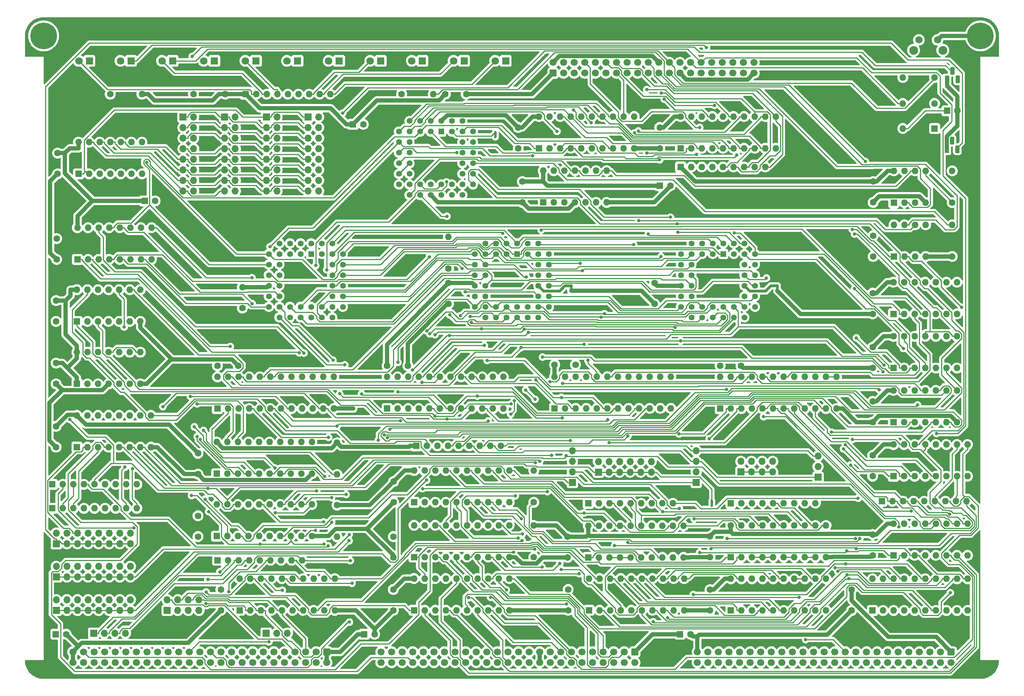
<source format=gbr>
%TF.GenerationSoftware,KiCad,Pcbnew,(6.0.11)*%
%TF.CreationDate,2023-10-28T13:41:19-04:00*%
%TF.ProjectId,processor.Z80,70726f63-6573-4736-9f72-2e5a38302e6b,rev?*%
%TF.SameCoordinates,Original*%
%TF.FileFunction,Copper,L1,Top*%
%TF.FilePolarity,Positive*%
%FSLAX46Y46*%
G04 Gerber Fmt 4.6, Leading zero omitted, Abs format (unit mm)*
G04 Created by KiCad (PCBNEW (6.0.11)) date 2023-10-28 13:41:19*
%MOMM*%
%LPD*%
G01*
G04 APERTURE LIST*
G04 Aperture macros list*
%AMRoundRect*
0 Rectangle with rounded corners*
0 $1 Rounding radius*
0 $2 $3 $4 $5 $6 $7 $8 $9 X,Y pos of 4 corners*
0 Add a 4 corners polygon primitive as box body*
4,1,4,$2,$3,$4,$5,$6,$7,$8,$9,$2,$3,0*
0 Add four circle primitives for the rounded corners*
1,1,$1+$1,$2,$3*
1,1,$1+$1,$4,$5*
1,1,$1+$1,$6,$7*
1,1,$1+$1,$8,$9*
0 Add four rect primitives between the rounded corners*
20,1,$1+$1,$2,$3,$4,$5,0*
20,1,$1+$1,$4,$5,$6,$7,0*
20,1,$1+$1,$6,$7,$8,$9,0*
20,1,$1+$1,$8,$9,$2,$3,0*%
G04 Aperture macros list end*
%TA.AperFunction,ComponentPad*%
%ADD10RoundRect,0.250000X-0.600000X0.600000X-0.600000X-0.600000X0.600000X-0.600000X0.600000X0.600000X0*%
%TD*%
%TA.AperFunction,ComponentPad*%
%ADD11C,1.700000*%
%TD*%
%TA.AperFunction,ComponentPad*%
%ADD12C,1.600000*%
%TD*%
%TA.AperFunction,ComponentPad*%
%ADD13R,1.600000X1.600000*%
%TD*%
%TA.AperFunction,ComponentPad*%
%ADD14R,1.800000X1.800000*%
%TD*%
%TA.AperFunction,ComponentPad*%
%ADD15C,1.800000*%
%TD*%
%TA.AperFunction,ComponentPad*%
%ADD16O,1.600000X1.600000*%
%TD*%
%TA.AperFunction,ComponentPad*%
%ADD17C,6.400000*%
%TD*%
%TA.AperFunction,ComponentPad*%
%ADD18R,1.700000X1.700000*%
%TD*%
%TA.AperFunction,ComponentPad*%
%ADD19O,1.700000X1.700000*%
%TD*%
%TA.AperFunction,ComponentPad*%
%ADD20R,1.422400X1.422400*%
%TD*%
%TA.AperFunction,ComponentPad*%
%ADD21C,1.422400*%
%TD*%
%TA.AperFunction,ComponentPad*%
%ADD22RoundRect,0.250000X0.600000X-0.600000X0.600000X0.600000X-0.600000X0.600000X-0.600000X-0.600000X0*%
%TD*%
%TA.AperFunction,ComponentPad*%
%ADD23C,2.100000*%
%TD*%
%TA.AperFunction,ComponentPad*%
%ADD24C,1.750000*%
%TD*%
%TA.AperFunction,ComponentPad*%
%ADD25C,0.600000*%
%TD*%
%TA.AperFunction,ComponentPad*%
%ADD26R,1.100000X1.800000*%
%TD*%
%TA.AperFunction,ComponentPad*%
%ADD27RoundRect,0.275000X-0.275000X-0.625000X0.275000X-0.625000X0.275000X0.625000X-0.275000X0.625000X0*%
%TD*%
%TA.AperFunction,ViaPad*%
%ADD28C,0.800000*%
%TD*%
%TA.AperFunction,Conductor*%
%ADD29C,1.000000*%
%TD*%
%TA.AperFunction,Conductor*%
%ADD30C,0.250000*%
%TD*%
%TA.AperFunction,Conductor*%
%ADD31C,0.700000*%
%TD*%
G04 APERTURE END LIST*
%TO.C,NT2*%
G36*
X216550000Y-136250000D02*
G01*
X215950000Y-136250000D01*
X215950000Y-135050000D01*
X216550000Y-135050000D01*
X216550000Y-136250000D01*
G37*
%TO.C,NT4*%
G36*
X200800000Y-187850000D02*
G01*
X200200000Y-187850000D01*
X200200000Y-186650000D01*
X200800000Y-186650000D01*
X200800000Y-187850000D01*
G37*
%TO.C,NT3*%
G36*
X148800000Y-99350000D02*
G01*
X148200000Y-99350000D01*
X148200000Y-98150000D01*
X148800000Y-98150000D01*
X148800000Y-99350000D01*
G37*
%TO.C,NT1*%
G36*
X167050000Y-136250000D02*
G01*
X166450000Y-136250000D01*
X166450000Y-135050000D01*
X167050000Y-135050000D01*
X167050000Y-136250000D01*
G37*
%TD*%
D10*
%TO.P,P1,1,Pin_1*%
%TO.N,VCC*%
X108000000Y-223000000D03*
D11*
%TO.P,P1,2,Pin_2*%
X108000000Y-225540000D03*
%TO.P,P1,3,Pin_3*%
%TO.N,~{RD}*%
X105460000Y-223000000D03*
%TO.P,P1,4,Pin_4*%
%TO.N,/bus/E*%
X105460000Y-225540000D03*
%TO.P,P1,5,Pin_5*%
%TO.N,~{WR}*%
X102920000Y-223000000D03*
%TO.P,P1,6,Pin_6*%
%TO.N,/bus/ST*%
X102920000Y-225540000D03*
%TO.P,P1,7,Pin_7*%
%TO.N,~{IORQ}*%
X100380000Y-223000000D03*
%TO.P,P1,8,Pin_8*%
%TO.N,/bus/PHI*%
X100380000Y-225540000D03*
%TO.P,P1,9,Pin_9*%
%TO.N,~{MREQ}*%
X97840000Y-223000000D03*
%TO.P,P1,10,Pin_10*%
%TO.N,/bus/~{INT2}*%
X97840000Y-225540000D03*
%TO.P,P1,11,Pin_11*%
%TO.N,~{M1}*%
X95300000Y-223000000D03*
%TO.P,P1,12,Pin_12*%
%TO.N,/bus/~{INT1}*%
X95300000Y-225540000D03*
%TO.P,P1,13,Pin_13*%
%TO.N,~{BUSACK}*%
X92760000Y-223000000D03*
%TO.P,P1,14,Pin_14*%
%TO.N,/bus/CRUCLK*%
X92760000Y-225540000D03*
%TO.P,P1,15,Pin_15*%
%TO.N,CLK*%
X90220000Y-223000000D03*
%TO.P,P1,16,Pin_16*%
%TO.N,/bus/CRUOUT*%
X90220000Y-225540000D03*
%TO.P,P1,17,Pin_17*%
%TO.N,~{INT0}*%
X87680000Y-223000000D03*
%TO.P,P1,18,Pin_18*%
%TO.N,/bus/CRUIN*%
X87680000Y-225540000D03*
%TO.P,P1,19,Pin_19*%
%TO.N,~{NMI}*%
X85140000Y-223000000D03*
%TO.P,P1,20,Pin_20*%
%TO.N,~{RES-IN}*%
X85140000Y-225540000D03*
%TO.P,P1,21,Pin_21*%
%TO.N,~{RES-OUT}*%
X82600000Y-223000000D03*
%TO.P,P1,22,Pin_22*%
%TO.N,/bus/USER8*%
X82600000Y-225540000D03*
%TO.P,P1,23,Pin_23*%
%TO.N,~{BUSRQ}*%
X80060000Y-223000000D03*
%TO.P,P1,24,Pin_24*%
%TO.N,/bus/USER7*%
X80060000Y-225540000D03*
%TO.P,P1,25,Pin_25*%
%TO.N,~{WAIT}*%
X77520000Y-223000000D03*
%TO.P,P1,26,Pin_26*%
%TO.N,/bus/USER6*%
X77520000Y-225540000D03*
%TO.P,P1,27,Pin_27*%
%TO.N,~{HALT}*%
X74980000Y-223000000D03*
%TO.P,P1,28,Pin_28*%
%TO.N,/bus/USER5*%
X74980000Y-225540000D03*
%TO.P,P1,29,Pin_29*%
%TO.N,~{RFSH}*%
X72440000Y-223000000D03*
%TO.P,P1,30,Pin_30*%
%TO.N,/bus/USER4*%
X72440000Y-225540000D03*
%TO.P,P1,31,Pin_31*%
%TO.N,~{EIRQ7}*%
X69900000Y-223000000D03*
%TO.P,P1,32,Pin_32*%
%TO.N,/bus/USER3*%
X69900000Y-225540000D03*
%TO.P,P1,33,Pin_33*%
%TO.N,~{EIRQ6}*%
X67360000Y-223000000D03*
%TO.P,P1,34,Pin_34*%
%TO.N,/bus/USER2*%
X67360000Y-225540000D03*
%TO.P,P1,35,Pin_35*%
%TO.N,~{EIRQ5}*%
X64820000Y-223000000D03*
%TO.P,P1,36,Pin_36*%
%TO.N,/bus/USER1*%
X64820000Y-225540000D03*
%TO.P,P1,37,Pin_37*%
%TO.N,~{EIRQ4}*%
X62280000Y-223000000D03*
%TO.P,P1,38,Pin_38*%
%TO.N,/bus/USER0*%
X62280000Y-225540000D03*
%TO.P,P1,39,Pin_39*%
%TO.N,~{EIRQ3}*%
X59740000Y-223000000D03*
%TO.P,P1,40,Pin_40*%
%TO.N,~{BAI}*%
X59740000Y-225540000D03*
%TO.P,P1,41,Pin_41*%
%TO.N,~{EIRQ2}*%
X57200000Y-223000000D03*
%TO.P,P1,42,Pin_42*%
%TO.N,~{BAO}*%
X57200000Y-225540000D03*
%TO.P,P1,43,Pin_43*%
%TO.N,~{EIRQ1}*%
X54660000Y-223000000D03*
%TO.P,P1,44,Pin_44*%
%TO.N,~{IEI}*%
X54660000Y-225540000D03*
%TO.P,P1,45,Pin_45*%
%TO.N,~{EIRQ0}*%
X52120000Y-223000000D03*
%TO.P,P1,46,Pin_46*%
%TO.N,~{IEO}*%
X52120000Y-225540000D03*
%TO.P,P1,47,Pin_47*%
%TO.N,I2C-SCL*%
X49580000Y-223000000D03*
%TO.P,P1,48,Pin_48*%
%TO.N,I2C-SDA*%
X49580000Y-225540000D03*
%TO.P,P1,49,Pin_49*%
%TO.N,GND*%
X47040000Y-223000000D03*
%TO.P,P1,50,Pin_50*%
X47040000Y-225540000D03*
%TD*%
D12*
%TO.P,C2,1*%
%TO.N,VCC*%
X124000000Y-208000000D03*
%TO.P,C2,2*%
%TO.N,GND*%
X124000000Y-213000000D03*
%TD*%
%TO.P,C3,1*%
%TO.N,VCC*%
X239125000Y-149800000D03*
%TO.P,C3,2*%
%TO.N,GND*%
X239125000Y-154800000D03*
%TD*%
%TO.P,C4,1*%
%TO.N,VCC*%
X162750000Y-154000000D03*
%TO.P,C4,2*%
%TO.N,GND*%
X167750000Y-154000000D03*
%TD*%
%TO.P,C5,1*%
%TO.N,VCC*%
X77075000Y-190300000D03*
%TO.P,C5,2*%
%TO.N,GND*%
X77075000Y-195300000D03*
%TD*%
%TO.P,C6,1*%
%TO.N,VCC*%
X42995000Y-138600000D03*
%TO.P,C6,2*%
%TO.N,GND*%
X42995000Y-143600000D03*
%TD*%
%TO.P,C8,1*%
%TO.N,VCC*%
X166000000Y-208000000D03*
%TO.P,C8,2*%
%TO.N,GND*%
X166000000Y-213000000D03*
%TD*%
%TO.P,C9,1*%
%TO.N,VCC*%
X200075000Y-195250000D03*
%TO.P,C9,2*%
%TO.N,GND*%
X200075000Y-200250000D03*
%TD*%
%TO.P,C10,1*%
%TO.N,VCC*%
X42995000Y-153600000D03*
%TO.P,C10,2*%
%TO.N,GND*%
X42995000Y-158600000D03*
%TD*%
%TO.P,C11,1*%
%TO.N,VCC*%
X43370000Y-103150000D03*
%TO.P,C11,2*%
%TO.N,GND*%
X43370000Y-108150000D03*
%TD*%
%TO.P,C14,1*%
%TO.N,VCC*%
X239250000Y-123000000D03*
%TO.P,C14,2*%
%TO.N,GND*%
X239250000Y-128000000D03*
%TD*%
%TO.P,C15,1*%
%TO.N,VCC*%
X137250000Y-134400000D03*
%TO.P,C15,2*%
%TO.N,GND*%
X137250000Y-139400000D03*
%TD*%
D13*
%TO.P,C25,1*%
%TO.N,VCC*%
X42929600Y-218750000D03*
D12*
%TO.P,C25,2*%
%TO.N,GND*%
X45429600Y-218750000D03*
%TD*%
D13*
%TO.P,C26,1*%
%TO.N,VCC*%
X64289900Y-114650000D03*
D12*
%TO.P,C26,2*%
%TO.N,GND*%
X66789900Y-114650000D03*
%TD*%
%TO.P,C17,1*%
%TO.N,VCC*%
X87750000Y-135390000D03*
%TO.P,C17,2*%
%TO.N,GND*%
X87750000Y-140390000D03*
%TD*%
%TO.P,C20,1*%
%TO.N,VCC*%
X124000000Y-195300000D03*
%TO.P,C20,2*%
%TO.N,GND*%
X124000000Y-200300000D03*
%TD*%
%TO.P,C21,1*%
%TO.N,VCC*%
X77075000Y-175300000D03*
%TO.P,C21,2*%
%TO.N,GND*%
X77075000Y-180300000D03*
%TD*%
%TO.P,C22,1*%
%TO.N,VCC*%
X165825000Y-195300000D03*
%TO.P,C22,2*%
%TO.N,GND*%
X165825000Y-200300000D03*
%TD*%
%TO.P,C23,1*%
%TO.N,VCC*%
X122500000Y-154250000D03*
%TO.P,C23,2*%
%TO.N,GND*%
X127500000Y-154250000D03*
%TD*%
D13*
%TO.P,C27,1*%
%TO.N,VCC*%
X117000000Y-218750000D03*
D12*
%TO.P,C27,2*%
%TO.N,GND*%
X119500000Y-218750000D03*
%TD*%
D13*
%TO.P,C28,1*%
%TO.N,VCC*%
X192884700Y-218750000D03*
D12*
%TO.P,C28,2*%
%TO.N,GND*%
X195384700Y-218750000D03*
%TD*%
D13*
%TO.P,C29,1*%
%TO.N,VCC*%
X188044900Y-111000000D03*
D12*
%TO.P,C29,2*%
%TO.N,GND*%
X190544900Y-111000000D03*
%TD*%
D14*
%TO.P,D4,1,K*%
%TO.N,Net-(D4-Pad1)*%
X81000000Y-81000000D03*
D15*
%TO.P,D4,2,A*%
%TO.N,Net-(D4-Pad2)*%
X78460000Y-81000000D03*
%TD*%
D14*
%TO.P,D5,1,K*%
%TO.N,~{WAIT-EN}*%
X61000000Y-81000000D03*
D15*
%TO.P,D5,2,A*%
%TO.N,Net-(D5-Pad2)*%
X58460000Y-81000000D03*
%TD*%
D14*
%TO.P,D6,1,K*%
%TO.N,~{INT0-EN}*%
X71000000Y-81000000D03*
D15*
%TO.P,D6,2,A*%
%TO.N,470B*%
X68460000Y-81000000D03*
%TD*%
D14*
%TO.P,D1,1,K*%
%TO.N,Net-(D1-Pad1)*%
X91000000Y-81000000D03*
D15*
%TO.P,D1,2,A*%
%TO.N,470C*%
X88460000Y-81000000D03*
%TD*%
D14*
%TO.P,D2,1,K*%
%TO.N,Net-(D2-Pad1)*%
X101000000Y-81000000D03*
D15*
%TO.P,D2,2,A*%
%TO.N,470D*%
X98460000Y-81000000D03*
%TD*%
D12*
%TO.P,R5,1*%
%TO.N,Net-(D4-Pad2)*%
X76000000Y-89000000D03*
D16*
%TO.P,R5,2*%
%TO.N,VCC*%
X83620000Y-89000000D03*
%TD*%
D12*
%TO.P,R6,1*%
%TO.N,Net-(D5-Pad2)*%
X56000000Y-89000000D03*
D16*
%TO.P,R6,2*%
%TO.N,VCC*%
X63620000Y-89000000D03*
%TD*%
D13*
%TO.P,RN2,1,common*%
%TO.N,VCC*%
X42070000Y-188500000D03*
D16*
%TO.P,RN2,2,R1*%
%TO.N,~{EIRQ0}*%
X44610000Y-188500000D03*
%TO.P,RN2,3,R2*%
%TO.N,~{EIRQ1}*%
X47150000Y-188500000D03*
%TO.P,RN2,4,R3*%
%TO.N,~{EIRQ2}*%
X49690000Y-188500000D03*
%TO.P,RN2,5,R4*%
%TO.N,~{EIRQ3}*%
X52230000Y-188500000D03*
%TO.P,RN2,6,R5*%
%TO.N,~{EIRQ4}*%
X54770000Y-188500000D03*
%TO.P,RN2,7,R6*%
%TO.N,~{EIRQ5}*%
X57310000Y-188500000D03*
%TO.P,RN2,8,R7*%
%TO.N,~{EIRQ6}*%
X59850000Y-188500000D03*
%TO.P,RN2,9,R8*%
%TO.N,~{EIRQ7}*%
X62390000Y-188500000D03*
%TD*%
D13*
%TO.P,U4,1*%
%TO.N,~{DMA-INT-PULSE2}*%
X47995000Y-143600000D03*
D16*
%TO.P,U4,2*%
%TO.N,~{TEND1}*%
X50535000Y-143600000D03*
%TO.P,U4,3*%
%TO.N,~{DMA-INT-PULSE1}*%
X53075000Y-143600000D03*
%TO.P,U4,4*%
%TO.N,~{TEND0}*%
X55615000Y-143600000D03*
%TO.P,U4,5*%
%TO.N,~{NMI}*%
X58155000Y-143600000D03*
%TO.P,U4,6*%
%TO.N,Net-(D4-Pad1)*%
X60695000Y-143600000D03*
%TO.P,U4,7,GND*%
%TO.N,GND*%
X63235000Y-143600000D03*
%TO.P,U4,8*%
%TO.N,~{INT0-EN}*%
X63235000Y-135980000D03*
%TO.P,U4,9*%
%TO.N,~{IM2-INT}*%
X60695000Y-135980000D03*
%TO.P,U4,10*%
%TO.N,~{RES-OUT}*%
X58155000Y-135980000D03*
%TO.P,U4,11*%
%TO.N,10KA*%
X55615000Y-135980000D03*
%TO.P,U4,12*%
%TO.N,~{WAIT-EN}*%
X53075000Y-135980000D03*
%TO.P,U4,13*%
%TO.N,READY*%
X50535000Y-135980000D03*
%TO.P,U4,14,VCC*%
%TO.N,VCC*%
X47995000Y-135980000D03*
%TD*%
D13*
%TO.P,U5,1,OEa*%
%TO.N,~{BUS-EN}*%
X128975000Y-200200000D03*
D16*
%TO.P,U5,2,I0a*%
%TO.N,CPU-A8*%
X131515000Y-200200000D03*
%TO.P,U5,3,O3b*%
%TO.N,A15*%
X134055000Y-200200000D03*
%TO.P,U5,4,I1a*%
%TO.N,CPU-A9*%
X136595000Y-200200000D03*
%TO.P,U5,5,O2b*%
%TO.N,A14*%
X139135000Y-200200000D03*
%TO.P,U5,6,I2a*%
%TO.N,CPU-A10*%
X141675000Y-200200000D03*
%TO.P,U5,7,O1b*%
%TO.N,A13*%
X144215000Y-200200000D03*
%TO.P,U5,8,I3a*%
%TO.N,CPU-A11*%
X146755000Y-200200000D03*
%TO.P,U5,9,O0b*%
%TO.N,A12*%
X149295000Y-200200000D03*
%TO.P,U5,10,GND*%
%TO.N,GND*%
X151835000Y-200200000D03*
%TO.P,U5,11,I0b*%
%TO.N,CPU-A12*%
X151835000Y-192580000D03*
%TO.P,U5,12,O3a*%
%TO.N,A11*%
X149295000Y-192580000D03*
%TO.P,U5,13,I1b*%
%TO.N,CPU-A13*%
X146755000Y-192580000D03*
%TO.P,U5,14,O2a*%
%TO.N,A10*%
X144215000Y-192580000D03*
%TO.P,U5,15,I2b*%
%TO.N,SEL-A14*%
X141675000Y-192580000D03*
%TO.P,U5,16,O1a*%
%TO.N,A9*%
X139135000Y-192580000D03*
%TO.P,U5,17,I3b*%
%TO.N,SEL-A15*%
X136595000Y-192580000D03*
%TO.P,U5,18,O0a*%
%TO.N,A8*%
X134055000Y-192580000D03*
%TO.P,U5,19,OEb*%
%TO.N,~{BUS-EN}*%
X131515000Y-192580000D03*
%TO.P,U5,20,VCC*%
%TO.N,VCC*%
X128975000Y-192580000D03*
%TD*%
D13*
%TO.P,U6,1,OEa*%
%TO.N,ZERO*%
X81575000Y-195200000D03*
D16*
%TO.P,U6,2,I0a*%
%TO.N,~{RES-OUT}*%
X84115000Y-195200000D03*
%TO.P,U6,3,O3b*%
%TO.N,~{DMA-IEI1}*%
X86655000Y-195200000D03*
%TO.P,U6,4,I1a*%
%TO.N,RAW-CLK*%
X89195000Y-195200000D03*
%TO.P,U6,5,O2b*%
%TO.N,unconnected-(U6-Pad5)*%
X91735000Y-195200000D03*
%TO.P,U6,6,I2a*%
%TO.N,~{NMI}*%
X94275000Y-195200000D03*
%TO.P,U6,7,O1b*%
%TO.N,~{CPU-BUSRQ}*%
X96815000Y-195200000D03*
%TO.P,U6,8,I3a*%
%TO.N,~{INT0}*%
X99355000Y-195200000D03*
%TO.P,U6,9,O0b*%
%TO.N,~{CPU-WAIT}*%
X101895000Y-195200000D03*
%TO.P,U6,10,GND*%
%TO.N,GND*%
X104435000Y-195200000D03*
%TO.P,U6,11,I0b*%
%TO.N,~{WAIT}*%
X104435000Y-187580000D03*
%TO.P,U6,12,O3a*%
%TO.N,~{CPU-INT}*%
X101895000Y-187580000D03*
%TO.P,U6,13,I1b*%
%TO.N,~{BUSRQ}*%
X99355000Y-187580000D03*
%TO.P,U6,14,O2a*%
%TO.N,~{CPU-NMI}*%
X96815000Y-187580000D03*
%TO.P,U6,15,I2b*%
%TO.N,unconnected-(U6-Pad15)*%
X94275000Y-187580000D03*
%TO.P,U6,16,O1a*%
%TO.N,CLK*%
X91735000Y-187580000D03*
%TO.P,U6,17,I3b*%
%TO.N,~{IEI}*%
X89195000Y-187580000D03*
%TO.P,U6,18,O0a*%
%TO.N,~{CPU-RESET}*%
X86655000Y-187580000D03*
%TO.P,U6,19,OEb*%
%TO.N,ZERO*%
X84115000Y-187580000D03*
%TO.P,U6,20,VCC*%
%TO.N,VCC*%
X81575000Y-187580000D03*
%TD*%
D13*
%TO.P,U8,1,A->B*%
%TO.N,DATA-DIR*%
X171000000Y-213000000D03*
D16*
%TO.P,U8,2,A0*%
%TO.N,CPU-D0*%
X173540000Y-213000000D03*
%TO.P,U8,3,A1*%
%TO.N,CPU-D1*%
X176080000Y-213000000D03*
%TO.P,U8,4,A2*%
%TO.N,CPU-D2*%
X178620000Y-213000000D03*
%TO.P,U8,5,A3*%
%TO.N,CPU-D3*%
X181160000Y-213000000D03*
%TO.P,U8,6,A4*%
%TO.N,CPU-D4*%
X183700000Y-213000000D03*
%TO.P,U8,7,A5*%
%TO.N,CPU-D5*%
X186240000Y-213000000D03*
%TO.P,U8,8,A6*%
%TO.N,CPU-D6*%
X188780000Y-213000000D03*
%TO.P,U8,9,A7*%
%TO.N,CPU-D7*%
X191320000Y-213000000D03*
%TO.P,U8,10,GND*%
%TO.N,GND*%
X193860000Y-213000000D03*
%TO.P,U8,11,B7*%
%TO.N,D7*%
X193860000Y-205380000D03*
%TO.P,U8,12,B6*%
%TO.N,D6*%
X191320000Y-205380000D03*
%TO.P,U8,13,B5*%
%TO.N,D5*%
X188780000Y-205380000D03*
%TO.P,U8,14,B4*%
%TO.N,D4*%
X186240000Y-205380000D03*
%TO.P,U8,15,B3*%
%TO.N,D3*%
X183700000Y-205380000D03*
%TO.P,U8,16,B2*%
%TO.N,D2*%
X181160000Y-205380000D03*
%TO.P,U8,17,B1*%
%TO.N,D1*%
X178620000Y-205380000D03*
%TO.P,U8,18,B0*%
%TO.N,D0*%
X176080000Y-205380000D03*
%TO.P,U8,19,CE*%
%TO.N,~{BUS-EN}*%
X173540000Y-205380000D03*
%TO.P,U8,20,VCC*%
%TO.N,VCC*%
X171000000Y-205380000D03*
%TD*%
D13*
%TO.P,U15,1,I4*%
%TO.N,~{EIRQ3}*%
X47995000Y-173800000D03*
D16*
%TO.P,U15,2,I5*%
%TO.N,~{EIRQ2}*%
X50535000Y-173800000D03*
%TO.P,U15,3,I6*%
%TO.N,~{EIRQ1}*%
X53075000Y-173800000D03*
%TO.P,U15,4,I7*%
%TO.N,~{EIRQ0}*%
X55615000Y-173800000D03*
%TO.P,U15,5,EI*%
%TO.N,ZERO*%
X58155000Y-173800000D03*
%TO.P,U15,6,S2*%
%TO.N,IM2-S2*%
X60695000Y-173800000D03*
%TO.P,U15,7,S1*%
%TO.N,IM2-S1*%
X63235000Y-173800000D03*
%TO.P,U15,8,GND*%
%TO.N,GND*%
X65775000Y-173800000D03*
%TO.P,U15,9,S0*%
%TO.N,IM2-S0*%
X65775000Y-166180000D03*
%TO.P,U15,10,IO*%
%TO.N,~{EIRQ7}*%
X63235000Y-166180000D03*
%TO.P,U15,11,I1*%
%TO.N,~{EIRQ6}*%
X60695000Y-166180000D03*
%TO.P,U15,12,I2*%
%TO.N,~{EIRQ5}*%
X58155000Y-166180000D03*
%TO.P,U15,13,I3*%
%TO.N,~{EIRQ4}*%
X55615000Y-166180000D03*
%TO.P,U15,14,GS*%
%TO.N,~{IM2-INT}*%
X53075000Y-166180000D03*
%TO.P,U15,15,EO*%
%TO.N,unconnected-(U15-Pad15)*%
X50535000Y-166180000D03*
%TO.P,U15,16,VCC*%
%TO.N,VCC*%
X47995000Y-166180000D03*
%TD*%
D13*
%TO.P,U1,1,OEa*%
%TO.N,~{BUS-EN}*%
X128975000Y-187050000D03*
D16*
%TO.P,U1,2,I0a*%
%TO.N,CPU-A0*%
X131515000Y-187050000D03*
%TO.P,U1,3,O3b*%
%TO.N,A7*%
X134055000Y-187050000D03*
%TO.P,U1,4,I1a*%
%TO.N,CPU-A1*%
X136595000Y-187050000D03*
%TO.P,U1,5,O2b*%
%TO.N,A6*%
X139135000Y-187050000D03*
%TO.P,U1,6,I2a*%
%TO.N,CPU-A2*%
X141675000Y-187050000D03*
%TO.P,U1,7,O1b*%
%TO.N,A5*%
X144215000Y-187050000D03*
%TO.P,U1,8,I3a*%
%TO.N,CPU-A3*%
X146755000Y-187050000D03*
%TO.P,U1,9,O0b*%
%TO.N,A4*%
X149295000Y-187050000D03*
%TO.P,U1,10,GND*%
%TO.N,GND*%
X151835000Y-187050000D03*
%TO.P,U1,11,I0b*%
%TO.N,CPU-A4*%
X151835000Y-179430000D03*
%TO.P,U1,12,O3a*%
%TO.N,A3*%
X149295000Y-179430000D03*
%TO.P,U1,13,I1b*%
%TO.N,CPU-A5*%
X146755000Y-179430000D03*
%TO.P,U1,14,O2a*%
%TO.N,A2*%
X144215000Y-179430000D03*
%TO.P,U1,15,I2b*%
%TO.N,CPU-A6*%
X141675000Y-179430000D03*
%TO.P,U1,16,O1a*%
%TO.N,A1*%
X139135000Y-179430000D03*
%TO.P,U1,17,I3b*%
%TO.N,CPU-A7*%
X136595000Y-179430000D03*
%TO.P,U1,18,O0a*%
%TO.N,A0*%
X134055000Y-179430000D03*
%TO.P,U1,19,OEb*%
%TO.N,~{BUS-EN}*%
X131515000Y-179430000D03*
%TO.P,U1,20,VCC*%
%TO.N,VCC*%
X128975000Y-179430000D03*
%TD*%
D10*
%TO.P,P2,1,Pin_1*%
%TO.N,VCC*%
X182000000Y-223000000D03*
D11*
%TO.P,P2,2,Pin_2*%
X182000000Y-225540000D03*
%TO.P,P2,3,Pin_3*%
%TO.N,A15*%
X179460000Y-223000000D03*
%TO.P,P2,4,Pin_4*%
%TO.N,/bus/A31*%
X179460000Y-225540000D03*
%TO.P,P2,5,Pin_5*%
%TO.N,A14*%
X176920000Y-223000000D03*
%TO.P,P2,6,Pin_6*%
%TO.N,/bus/A30*%
X176920000Y-225540000D03*
%TO.P,P2,7,Pin_7*%
%TO.N,A13*%
X174380000Y-223000000D03*
%TO.P,P2,8,Pin_8*%
%TO.N,/bus/A29*%
X174380000Y-225540000D03*
%TO.P,P2,9,Pin_9*%
%TO.N,A12*%
X171840000Y-223000000D03*
%TO.P,P2,10,Pin_10*%
%TO.N,/bus/A28*%
X171840000Y-225540000D03*
%TO.P,P2,11,Pin_11*%
%TO.N,A11*%
X169300000Y-223000000D03*
%TO.P,P2,12,Pin_12*%
%TO.N,/bus/A27*%
X169300000Y-225540000D03*
%TO.P,P2,13,Pin_13*%
%TO.N,A10*%
X166760000Y-223000000D03*
%TO.P,P2,14,Pin_14*%
%TO.N,/bus/A26*%
X166760000Y-225540000D03*
%TO.P,P2,15,Pin_15*%
%TO.N,A9*%
X164220000Y-223000000D03*
%TO.P,P2,16,Pin_16*%
%TO.N,/bus/A25*%
X164220000Y-225540000D03*
%TO.P,P2,17,Pin_17*%
%TO.N,A8*%
X161680000Y-223000000D03*
%TO.P,P2,18,Pin_18*%
%TO.N,/bus/A24*%
X161680000Y-225540000D03*
%TO.P,P2,19,Pin_19*%
%TO.N,+12V*%
X159140000Y-223000000D03*
%TO.P,P2,20,Pin_20*%
X159140000Y-225540000D03*
%TO.P,P2,21,Pin_21*%
%TO.N,A7*%
X156600000Y-223000000D03*
%TO.P,P2,22,Pin_22*%
%TO.N,/bus/A23*%
X156600000Y-225540000D03*
%TO.P,P2,23,Pin_23*%
%TO.N,A6*%
X154060000Y-223000000D03*
%TO.P,P2,24,Pin_24*%
%TO.N,/bus/A22*%
X154060000Y-225540000D03*
%TO.P,P2,25,Pin_25*%
%TO.N,A5*%
X151520000Y-223000000D03*
%TO.P,P2,26,Pin_26*%
%TO.N,A21*%
X151520000Y-225540000D03*
%TO.P,P2,27,Pin_27*%
%TO.N,A4*%
X148980000Y-223000000D03*
%TO.P,P2,28,Pin_28*%
%TO.N,A20*%
X148980000Y-225540000D03*
%TO.P,P2,29,Pin_29*%
%TO.N,A3*%
X146440000Y-223000000D03*
%TO.P,P2,30,Pin_30*%
%TO.N,A19*%
X146440000Y-225540000D03*
%TO.P,P2,31,Pin_31*%
%TO.N,A2*%
X143900000Y-223000000D03*
%TO.P,P2,32,Pin_32*%
%TO.N,A18*%
X143900000Y-225540000D03*
%TO.P,P2,33,Pin_33*%
%TO.N,A1*%
X141360000Y-223000000D03*
%TO.P,P2,34,Pin_34*%
%TO.N,A17*%
X141360000Y-225540000D03*
%TO.P,P2,35,Pin_35*%
%TO.N,A0*%
X138820000Y-223000000D03*
%TO.P,P2,36,Pin_36*%
%TO.N,A16*%
X138820000Y-225540000D03*
%TO.P,P2,37,Pin_37*%
%TO.N,-12V*%
X136280000Y-223000000D03*
%TO.P,P2,38,Pin_38*%
X136280000Y-225540000D03*
%TO.P,P2,39,Pin_39*%
%TO.N,/bus/IC3*%
X133740000Y-223000000D03*
%TO.P,P2,40,Pin_40*%
%TO.N,~{TEND1}*%
X133740000Y-225540000D03*
%TO.P,P2,41,Pin_41*%
%TO.N,/bus/IC2*%
X131200000Y-223000000D03*
%TO.P,P2,42,Pin_42*%
%TO.N,~{DREQ1}*%
X131200000Y-225540000D03*
%TO.P,P2,43,Pin_43*%
%TO.N,/bus/IC1*%
X128660000Y-223000000D03*
%TO.P,P2,44,Pin_44*%
%TO.N,~{TEND0}*%
X128660000Y-225540000D03*
%TO.P,P2,45,Pin_45*%
%TO.N,/bus/IC0*%
X126120000Y-223000000D03*
%TO.P,P2,46,Pin_46*%
%TO.N,~{DREQ0}*%
X126120000Y-225540000D03*
%TO.P,P2,47,Pin_47*%
%TO.N,/bus/AUXCLK1*%
X123580000Y-223000000D03*
%TO.P,P2,48,Pin_48*%
%TO.N,/bus/AUXCLK0*%
X123580000Y-225540000D03*
%TO.P,P2,49,Pin_49*%
%TO.N,GND*%
X121040000Y-223000000D03*
%TO.P,P2,50,Pin_50*%
X121040000Y-225540000D03*
%TD*%
D17*
%TO.P,H2,1,1*%
%TO.N,GND*%
X265000000Y-75000000D03*
%TD*%
D13*
%TO.P,RN1,1,common*%
%TO.N,VCC*%
X81800000Y-201000000D03*
D16*
%TO.P,RN1,2,R1*%
%TO.N,~{RES-OUT}*%
X84340000Y-201000000D03*
%TO.P,RN1,3,R2*%
%TO.N,~{IEI}*%
X86880000Y-201000000D03*
%TO.P,RN1,4,R3*%
%TO.N,~{NMI}*%
X89420000Y-201000000D03*
%TO.P,RN1,5,R4*%
%TO.N,~{INT0}*%
X91960000Y-201000000D03*
%TO.P,RN1,6,R5*%
%TO.N,~{WAIT}*%
X94500000Y-201000000D03*
%TO.P,RN1,7,R6*%
%TO.N,unconnected-(RN1-Pad7)*%
X97040000Y-201000000D03*
%TO.P,RN1,8,R7*%
%TO.N,~{CPU-IORQ}*%
X99580000Y-201000000D03*
%TO.P,RN1,9,R8*%
%TO.N,~{BAO}*%
X102120000Y-201000000D03*
%TD*%
D13*
%TO.P,U11,1,OEa*%
%TO.N,ZERO*%
X87075000Y-213025000D03*
D16*
%TO.P,U11,2,I0a*%
%TO.N,~{DMA-BAO2}*%
X89615000Y-213025000D03*
%TO.P,U11,3,O3b*%
%TO.N,~{RD}*%
X92155000Y-213025000D03*
%TO.P,U11,4,I1a*%
%TO.N,~{CPU-HALT}*%
X94695000Y-213025000D03*
%TO.P,U11,5,O2b*%
%TO.N,~{WR}*%
X97235000Y-213025000D03*
%TO.P,U11,6,I2a*%
%TO.N,~{CPU-RFSH}*%
X99775000Y-213025000D03*
%TO.P,U11,7,O1b*%
%TO.N,~{MREQ}*%
X102315000Y-213025000D03*
%TO.P,U11,8,I3a*%
%TO.N,~{CPU-M1}*%
X104855000Y-213025000D03*
%TO.P,U11,9,O0b*%
%TO.N,~{IORQ}*%
X107395000Y-213025000D03*
%TO.P,U11,10,GND*%
%TO.N,GND*%
X109935000Y-213025000D03*
%TO.P,U11,11,I0b*%
%TO.N,~{CPU-IORQ}*%
X109935000Y-205405000D03*
%TO.P,U11,12,O3a*%
%TO.N,~{M1}*%
X107395000Y-205405000D03*
%TO.P,U11,13,I1b*%
%TO.N,~{CPU-MREQ}*%
X104855000Y-205405000D03*
%TO.P,U11,14,O2a*%
%TO.N,~{RFSH}*%
X102315000Y-205405000D03*
%TO.P,U11,15,I2b*%
%TO.N,~{CPU-WR}*%
X99775000Y-205405000D03*
%TO.P,U11,16,O1a*%
%TO.N,~{HALT}*%
X97235000Y-205405000D03*
%TO.P,U11,17,I3b*%
%TO.N,~{CPU-RD}*%
X94695000Y-205405000D03*
%TO.P,U11,18,O0a*%
%TO.N,~{BUSACK}*%
X92155000Y-205405000D03*
%TO.P,U11,19,OEb*%
%TO.N,~{BUS-EN}*%
X89615000Y-205405000D03*
%TO.P,U11,20,VCC*%
%TO.N,VCC*%
X87075000Y-205405000D03*
%TD*%
D13*
%TO.P,U16,1,OE*%
%TO.N,~{IM2-EN-OE}*%
X205075000Y-213050000D03*
D16*
%TO.P,U16,2,O0*%
%TO.N,D0*%
X207615000Y-213050000D03*
%TO.P,U16,3,D0*%
%TO.N,ZERO*%
X210155000Y-213050000D03*
%TO.P,U16,4,D1*%
%TO.N,IM2-S0*%
X212695000Y-213050000D03*
%TO.P,U16,5,O1*%
%TO.N,D1*%
X215235000Y-213050000D03*
%TO.P,U16,6,O2*%
%TO.N,D2*%
X217775000Y-213050000D03*
%TO.P,U16,7,D2*%
%TO.N,IM2-S1*%
X220315000Y-213050000D03*
%TO.P,U16,8,D3*%
%TO.N,IM2-S2*%
X222855000Y-213050000D03*
%TO.P,U16,9,O3*%
%TO.N,D3*%
X225395000Y-213050000D03*
%TO.P,U16,10,GND*%
%TO.N,GND*%
X227935000Y-213050000D03*
%TO.P,U16,11,LE*%
%TO.N,~{CPU-M1}*%
X227935000Y-205430000D03*
%TO.P,U16,12,O4*%
%TO.N,D4*%
X225395000Y-205430000D03*
%TO.P,U16,13,D4*%
%TO.N,ZERO*%
X222855000Y-205430000D03*
%TO.P,U16,14,D5*%
X220315000Y-205430000D03*
%TO.P,U16,15,O5*%
%TO.N,D5*%
X217775000Y-205430000D03*
%TO.P,U16,16,O6*%
%TO.N,D6*%
X215235000Y-205430000D03*
%TO.P,U16,17,D6*%
%TO.N,ZERO*%
X212695000Y-205430000D03*
%TO.P,U16,18,D7*%
X210155000Y-205430000D03*
%TO.P,U16,19,O7*%
%TO.N,D7*%
X207615000Y-205430000D03*
%TO.P,U16,20,VCC*%
%TO.N,VCC*%
X205075000Y-205430000D03*
%TD*%
D18*
%TO.P,J3,1,Pin_1*%
%TO.N,/waitstate/1WS*%
X83500000Y-94500000D03*
D19*
%TO.P,J3,2,Pin_2*%
%TO.N,WS-IORD*%
X86040000Y-94500000D03*
%TO.P,J3,3,Pin_3*%
%TO.N,/waitstate/2WS*%
X83500000Y-97040000D03*
%TO.P,J3,4,Pin_4*%
%TO.N,WS-IORD*%
X86040000Y-97040000D03*
%TO.P,J3,5,Pin_5*%
%TO.N,/waitstate/3WS*%
X83500000Y-99580000D03*
%TO.P,J3,6,Pin_6*%
%TO.N,WS-IORD*%
X86040000Y-99580000D03*
%TO.P,J3,7,Pin_7*%
%TO.N,/waitstate/4WS*%
X83500000Y-102120000D03*
%TO.P,J3,8,Pin_8*%
%TO.N,WS-IORD*%
X86040000Y-102120000D03*
%TO.P,J3,9,Pin_9*%
%TO.N,/waitstate/5WS*%
X83500000Y-104660000D03*
%TO.P,J3,10,Pin_10*%
%TO.N,WS-IORD*%
X86040000Y-104660000D03*
%TO.P,J3,11,Pin_11*%
%TO.N,/waitstate/6WS*%
X83500000Y-107200000D03*
%TO.P,J3,12,Pin_12*%
%TO.N,WS-IORD*%
X86040000Y-107200000D03*
%TO.P,J3,13,Pin_13*%
%TO.N,/waitstate/7WS*%
X83500000Y-109740000D03*
%TO.P,J3,14,Pin_14*%
%TO.N,WS-IORD*%
X86040000Y-109740000D03*
%TO.P,J3,15,Pin_15*%
%TO.N,/waitstate/8WS*%
X83500000Y-112280000D03*
%TO.P,J3,16,Pin_16*%
%TO.N,WS-IORD*%
X86040000Y-112280000D03*
%TD*%
D18*
%TO.P,J1,1,Pin_1*%
%TO.N,ONE*%
X103500000Y-94500000D03*
D19*
%TO.P,J1,2,Pin_2*%
%TO.N,WS-MEMRD*%
X106040000Y-94500000D03*
%TO.P,J1,3,Pin_3*%
%TO.N,/waitstate/1WS*%
X103500000Y-97040000D03*
%TO.P,J1,4,Pin_4*%
%TO.N,WS-MEMRD*%
X106040000Y-97040000D03*
%TO.P,J1,5,Pin_5*%
%TO.N,/waitstate/2WS*%
X103500000Y-99580000D03*
%TO.P,J1,6,Pin_6*%
%TO.N,WS-MEMRD*%
X106040000Y-99580000D03*
%TO.P,J1,7,Pin_7*%
%TO.N,/waitstate/3WS*%
X103500000Y-102120000D03*
%TO.P,J1,8,Pin_8*%
%TO.N,WS-MEMRD*%
X106040000Y-102120000D03*
%TO.P,J1,9,Pin_9*%
%TO.N,/waitstate/4WS*%
X103500000Y-104660000D03*
%TO.P,J1,10,Pin_10*%
%TO.N,WS-MEMRD*%
X106040000Y-104660000D03*
%TO.P,J1,11,Pin_11*%
%TO.N,/waitstate/5WS*%
X103500000Y-107200000D03*
%TO.P,J1,12,Pin_12*%
%TO.N,WS-MEMRD*%
X106040000Y-107200000D03*
%TO.P,J1,13,Pin_13*%
%TO.N,/waitstate/6WS*%
X103500000Y-109740000D03*
%TO.P,J1,14,Pin_14*%
%TO.N,WS-MEMRD*%
X106040000Y-109740000D03*
%TO.P,J1,15,Pin_15*%
%TO.N,/waitstate/7WS*%
X103500000Y-112280000D03*
%TO.P,J1,16,Pin_16*%
%TO.N,WS-MEMRD*%
X106040000Y-112280000D03*
%TD*%
D12*
%TO.P,C19,1*%
%TO.N,VCC*%
X42995000Y-168800000D03*
%TO.P,C19,2*%
%TO.N,GND*%
X42995000Y-173800000D03*
%TD*%
%TO.P,C18,1*%
%TO.N,VCC*%
X43120000Y-123700000D03*
%TO.P,C18,2*%
%TO.N,GND*%
X43120000Y-128700000D03*
%TD*%
%TO.P,C12,1*%
%TO.N,VCC*%
X81750000Y-154250000D03*
%TO.P,C12,2*%
%TO.N,GND*%
X86750000Y-154250000D03*
%TD*%
%TO.P,C16,1*%
%TO.N,VCC*%
X82575000Y-208025000D03*
%TO.P,C16,2*%
%TO.N,GND*%
X82575000Y-213025000D03*
%TD*%
D13*
%TO.P,U3,1,Pin_1*%
%TO.N,VCC*%
X47995000Y-158600000D03*
D16*
%TO.P,U3,2,Pin_2*%
%TO.N,unconnected-(U3-Pad2)*%
X50535000Y-158600000D03*
%TO.P,U3,3,Pin_3*%
%TO.N,unconnected-(U3-Pad3)*%
X53075000Y-158600000D03*
%TO.P,U3,4,Pin_4*%
%TO.N,GND*%
X55615000Y-158600000D03*
%TO.P,U3,5,Pin_5*%
%TO.N,unconnected-(U3-Pad5)*%
X58155000Y-158600000D03*
%TO.P,U3,6,Pin_6*%
%TO.N,unconnected-(U3-Pad6)*%
X60695000Y-158600000D03*
%TO.P,U3,7,Pin_7*%
%TO.N,GND*%
X63235000Y-158600000D03*
%TO.P,U3,8,Pin_8*%
%TO.N,RAW-CLK*%
X63235000Y-150980000D03*
%TO.P,U3,9,Pin_9*%
%TO.N,unconnected-(U3-Pad9)*%
X60695000Y-150980000D03*
%TO.P,U3,10,Pin_10*%
%TO.N,unconnected-(U3-Pad10)*%
X58155000Y-150980000D03*
%TO.P,U3,11,Pin_11*%
%TO.N,RAW-CLK*%
X55615000Y-150980000D03*
%TO.P,U3,12,Pin_12*%
%TO.N,unconnected-(U3-Pad12)*%
X53075000Y-150980000D03*
%TO.P,U3,13,Pin_13*%
%TO.N,unconnected-(U3-Pad13)*%
X50535000Y-150980000D03*
%TO.P,U3,14,Pin_14*%
%TO.N,VCC*%
X47995000Y-150980000D03*
%TD*%
D17*
%TO.P,H1,1,1*%
%TO.N,GND*%
X40000000Y-75000000D03*
%TD*%
D14*
%TO.P,D7,1,K*%
%TO.N,GND*%
X51000000Y-81000000D03*
D15*
%TO.P,D7,2,A*%
%TO.N,470A*%
X48460000Y-81000000D03*
%TD*%
D10*
%TO.P,P3,1,Pin_1*%
%TO.N,VCC*%
X258000000Y-223000000D03*
D11*
%TO.P,P3,2,Pin_2*%
X258000000Y-225540000D03*
%TO.P,P3,3,Pin_3*%
%TO.N,/bus/D15*%
X255460000Y-223000000D03*
%TO.P,P3,4,Pin_4*%
%TO.N,/bus/D31*%
X255460000Y-225540000D03*
%TO.P,P3,5,Pin_5*%
%TO.N,/bus/D14*%
X252920000Y-223000000D03*
%TO.P,P3,6,Pin_6*%
%TO.N,/bus/D30*%
X252920000Y-225540000D03*
%TO.P,P3,7,Pin_7*%
%TO.N,/bus/D13*%
X250380000Y-223000000D03*
%TO.P,P3,8,Pin_8*%
%TO.N,/bus/D29*%
X250380000Y-225540000D03*
%TO.P,P3,9,Pin_9*%
%TO.N,/bus/D12*%
X247840000Y-223000000D03*
%TO.P,P3,10,Pin_10*%
%TO.N,/bus/D28*%
X247840000Y-225540000D03*
%TO.P,P3,11,Pin_11*%
%TO.N,/bus/D11*%
X245300000Y-223000000D03*
%TO.P,P3,12,Pin_12*%
%TO.N,/bus/D27*%
X245300000Y-225540000D03*
%TO.P,P3,13,Pin_13*%
%TO.N,/bus/D10*%
X242760000Y-223000000D03*
%TO.P,P3,14,Pin_14*%
%TO.N,/bus/D26*%
X242760000Y-225540000D03*
%TO.P,P3,15,Pin_15*%
%TO.N,/bus/D9*%
X240220000Y-223000000D03*
%TO.P,P3,16,Pin_16*%
%TO.N,/bus/D25*%
X240220000Y-225540000D03*
%TO.P,P3,17,Pin_17*%
%TO.N,/bus/D8*%
X237680000Y-223000000D03*
%TO.P,P3,18,Pin_18*%
%TO.N,/bus/D24*%
X237680000Y-225540000D03*
%TO.P,P3,19,Pin_19*%
%TO.N,D7*%
X235140000Y-223000000D03*
%TO.P,P3,20,Pin_20*%
%TO.N,/bus/D23*%
X235140000Y-225540000D03*
%TO.P,P3,21,Pin_21*%
%TO.N,D6*%
X232600000Y-223000000D03*
%TO.P,P3,22,Pin_22*%
%TO.N,/bus/D22*%
X232600000Y-225540000D03*
%TO.P,P3,23,Pin_23*%
%TO.N,D5*%
X230060000Y-223000000D03*
%TO.P,P3,24,Pin_24*%
%TO.N,/bus/D21*%
X230060000Y-225540000D03*
%TO.P,P3,25,Pin_25*%
%TO.N,D4*%
X227520000Y-223000000D03*
%TO.P,P3,26,Pin_26*%
%TO.N,/bus/D20*%
X227520000Y-225540000D03*
%TO.P,P3,27,Pin_27*%
%TO.N,D3*%
X224980000Y-223000000D03*
%TO.P,P3,28,Pin_28*%
%TO.N,/bus/D19*%
X224980000Y-225540000D03*
%TO.P,P3,29,Pin_29*%
%TO.N,D2*%
X222440000Y-223000000D03*
%TO.P,P3,30,Pin_30*%
%TO.N,/bus/D18*%
X222440000Y-225540000D03*
%TO.P,P3,31,Pin_31*%
%TO.N,D1*%
X219900000Y-223000000D03*
%TO.P,P3,32,Pin_32*%
%TO.N,/bus/D17*%
X219900000Y-225540000D03*
%TO.P,P3,33,Pin_33*%
%TO.N,D0*%
X217360000Y-223000000D03*
%TO.P,P3,34,Pin_34*%
%TO.N,/bus/D16*%
X217360000Y-225540000D03*
%TO.P,P3,35,Pin_35*%
%TO.N,/bus/~{BUSERR}*%
X214820000Y-223000000D03*
%TO.P,P3,36,Pin_36*%
%TO.N,/bus/UDS*%
X214820000Y-225540000D03*
%TO.P,P3,37,Pin_37*%
%TO.N,/bus/~{VPA}*%
X212280000Y-223000000D03*
%TO.P,P3,38,Pin_38*%
%TO.N,/bus/LDS*%
X212280000Y-225540000D03*
%TO.P,P3,39,Pin_39*%
%TO.N,/bus/~{VMA}*%
X209740000Y-223000000D03*
%TO.P,P3,40,Pin_40*%
%TO.N,/bus/S2*%
X209740000Y-225540000D03*
%TO.P,P3,41,Pin_41*%
%TO.N,/bus/~{BHE}*%
X207200000Y-223000000D03*
%TO.P,P3,42,Pin_42*%
%TO.N,/bus/S1*%
X207200000Y-225540000D03*
%TO.P,P3,43,Pin_43*%
%TO.N,/bus/IPL2*%
X204660000Y-223000000D03*
%TO.P,P3,44,Pin_44*%
%TO.N,/bus/S0*%
X204660000Y-225540000D03*
%TO.P,P3,45,Pin_45*%
%TO.N,/bus/IPL1*%
X202120000Y-223000000D03*
%TO.P,P3,46,Pin_46*%
%TO.N,/bus/AUXCLK3*%
X202120000Y-225540000D03*
%TO.P,P3,47,Pin_47*%
%TO.N,/bus/IPL0*%
X199580000Y-223000000D03*
%TO.P,P3,48,Pin_48*%
%TO.N,/bus/AUXCLK2*%
X199580000Y-225540000D03*
%TO.P,P3,49,Pin_49*%
%TO.N,GND*%
X197040000Y-223000000D03*
%TO.P,P3,50,Pin_50*%
X197040000Y-225540000D03*
%TD*%
D13*
%TO.P,U13,1,DSA*%
%TO.N,ONE*%
X48370000Y-108150000D03*
D16*
%TO.P,U13,2,DSB*%
X50910000Y-108150000D03*
%TO.P,U13,3,Q0*%
%TO.N,/waitstate/1WS*%
X53450000Y-108150000D03*
%TO.P,U13,4,Q1*%
%TO.N,/waitstate/2WS*%
X55990000Y-108150000D03*
%TO.P,U13,5,Q2*%
%TO.N,/waitstate/3WS*%
X58530000Y-108150000D03*
%TO.P,U13,6,Q3*%
%TO.N,/waitstate/4WS*%
X61070000Y-108150000D03*
%TO.P,U13,7,GND*%
%TO.N,GND*%
X63610000Y-108150000D03*
%TO.P,U13,8,CP*%
%TO.N,CLK*%
X63610000Y-100530000D03*
%TO.P,U13,9,~{MR}*%
%TO.N,~{MR}*%
X61070000Y-100530000D03*
%TO.P,U13,10,Q4*%
%TO.N,/waitstate/5WS*%
X58530000Y-100530000D03*
%TO.P,U13,11,Q5*%
%TO.N,/waitstate/6WS*%
X55990000Y-100530000D03*
%TO.P,U13,12,Q6*%
%TO.N,/waitstate/7WS*%
X53450000Y-100530000D03*
%TO.P,U13,13,Q7*%
%TO.N,/waitstate/8WS*%
X50910000Y-100530000D03*
%TO.P,U13,14,VCC*%
%TO.N,VCC*%
X48370000Y-100530000D03*
%TD*%
D12*
%TO.P,C36,1*%
%TO.N,VCC*%
X188000000Y-97000000D03*
%TO.P,C36,2*%
%TO.N,GND*%
X188000000Y-102000000D03*
%TD*%
%TO.P,C38,1*%
%TO.N,VCC*%
X124075000Y-182050000D03*
%TO.P,C38,2*%
%TO.N,GND*%
X124075000Y-187050000D03*
%TD*%
D13*
%TO.P,C46,1*%
%TO.N,VCC*%
X114294900Y-96250000D03*
D12*
%TO.P,C46,2*%
%TO.N,GND*%
X116794900Y-96250000D03*
%TD*%
D14*
%TO.P,D8,1,K*%
%TO.N,Net-(D8-Pad1)*%
X121000000Y-81000000D03*
D15*
%TO.P,D8,2,A*%
%TO.N,470F*%
X118460000Y-81000000D03*
%TD*%
D14*
%TO.P,D10,1,K*%
%TO.N,GND*%
X131000000Y-81000000D03*
D15*
%TO.P,D10,2,A*%
%TO.N,Net-(D10-Pad2)*%
X128460000Y-81000000D03*
%TD*%
D18*
%TO.P,JP4,1,Pin_1*%
%TO.N,ZERO*%
X173250000Y-179800000D03*
D19*
%TO.P,JP4,2,Pin_2*%
%TO.N,Net-(JP4-Pad2)*%
X173250000Y-177260000D03*
%TO.P,JP4,3,Pin_3*%
%TO.N,ZERO*%
X175790000Y-179800000D03*
%TO.P,JP4,4,Pin_4*%
%TO.N,Net-(JP4-Pad4)*%
X175790000Y-177260000D03*
%TO.P,JP4,5,Pin_5*%
%TO.N,ZERO*%
X178330000Y-179800000D03*
%TO.P,JP4,6,Pin_6*%
%TO.N,Net-(JP4-Pad6)*%
X178330000Y-177260000D03*
%TO.P,JP4,7,Pin_7*%
%TO.N,ZERO*%
X180870000Y-179800000D03*
%TO.P,JP4,8,Pin_8*%
%TO.N,Net-(JP4-Pad8)*%
X180870000Y-177260000D03*
%TO.P,JP4,9,Pin_9*%
%TO.N,ZERO*%
X183410000Y-179800000D03*
%TO.P,JP4,10,Pin_10*%
%TO.N,Net-(JP4-Pad10)*%
X183410000Y-177260000D03*
%TO.P,JP4,11,Pin_11*%
%TO.N,ZERO*%
X185950000Y-179800000D03*
%TO.P,JP4,12,Pin_12*%
%TO.N,Net-(JP4-Pad12)*%
X185950000Y-177260000D03*
%TD*%
D12*
%TO.P,R21,1*%
%TO.N,Net-(D10-Pad2)*%
X126000000Y-89000000D03*
D16*
%TO.P,R21,2*%
%TO.N,Net-(R21-Pad2)*%
X133620000Y-89000000D03*
%TD*%
D13*
%TO.P,RN3,1,common*%
%TO.N,VCC*%
X170825000Y-187300000D03*
D16*
%TO.P,RN3,2,R1*%
%TO.N,Net-(JP4-Pad2)*%
X173365000Y-187300000D03*
%TO.P,RN3,3,R2*%
%TO.N,Net-(JP4-Pad4)*%
X175905000Y-187300000D03*
%TO.P,RN3,4,R3*%
%TO.N,Net-(JP4-Pad6)*%
X178445000Y-187300000D03*
%TO.P,RN3,5,R4*%
%TO.N,Net-(JP4-Pad8)*%
X180985000Y-187300000D03*
%TO.P,RN3,6,R5*%
%TO.N,Net-(JP4-Pad10)*%
X183525000Y-187300000D03*
%TO.P,RN3,7,R6*%
%TO.N,Net-(JP4-Pad12)*%
X186065000Y-187300000D03*
%TO.P,RN3,8,R7*%
%TO.N,Net-(RN3-Pad8)*%
X188605000Y-187300000D03*
%TO.P,RN3,9,R8*%
%TO.N,10KA*%
X191145000Y-187300000D03*
%TD*%
D13*
%TO.P,U17,1*%
%TO.N,~{DMA-INT-PULSE1}*%
X244125000Y-167800000D03*
D16*
%TO.P,U17,2*%
%TO.N,~{INT0-EN}*%
X246665000Y-167800000D03*
%TO.P,U17,3*%
%TO.N,~{DMA-INT-PULSE2}*%
X249205000Y-167800000D03*
%TO.P,U17,4*%
%TO.N,~{INT0-EN}*%
X251745000Y-167800000D03*
%TO.P,U17,5*%
%TO.N,Net-(JP9-Pad2)*%
X254285000Y-167800000D03*
%TO.P,U17,6*%
%TO.N,~{BAO}*%
X256825000Y-167800000D03*
%TO.P,U17,7,GND*%
%TO.N,GND*%
X259365000Y-167800000D03*
%TO.P,U17,8*%
%TO.N,Net-(D11-Pad1)*%
X259365000Y-160180000D03*
%TO.P,U17,9*%
%TO.N,~{DMA-CS1}*%
X256825000Y-160180000D03*
%TO.P,U17,10*%
%TO.N,~{IEO}*%
X254285000Y-160180000D03*
%TO.P,U17,11*%
%TO.N,~{IM2-IEO}*%
X251745000Y-160180000D03*
%TO.P,U17,12*%
%TO.N,Net-(D9-Pad1)*%
X249205000Y-160180000D03*
%TO.P,U17,13*%
%TO.N,~{DMA-CS2}*%
X246665000Y-160180000D03*
%TO.P,U17,14,VCC*%
%TO.N,VCC*%
X244125000Y-160180000D03*
%TD*%
D20*
%TO.P,U19,1,A5*%
%TO.N,CPU-A5*%
X153750000Y-127400000D03*
D21*
%TO.P,U19,2,A4*%
%TO.N,CPU-A4*%
X151210000Y-124860000D03*
%TO.P,U19,3,A3*%
%TO.N,CPU-A3*%
X151210000Y-127400000D03*
%TO.P,U19,4,A2*%
%TO.N,CPU-A2*%
X148670000Y-124860000D03*
%TO.P,U19,5,A1*%
%TO.N,CPU-A1*%
X148670000Y-127400000D03*
%TO.P,U19,6,NC*%
%TO.N,unconnected-(U19-Pad6)*%
X146130000Y-124860000D03*
%TO.P,U19,7,A0*%
%TO.N,CPU-A0*%
X143590000Y-127400000D03*
%TO.P,U19,8,CLK*%
%TO.N,CLK*%
X146130000Y-127400000D03*
%TO.P,U19,9,~{WR}*%
%TO.N,~{CPU-WR}*%
X143590000Y-129940000D03*
%TO.P,U19,10,~{RD}*%
%TO.N,~{CPU-RD}*%
X146130000Y-129940000D03*
%TO.P,U19,11,~{IORQ}*%
%TO.N,~{CPU-IORQ}*%
X143590000Y-132480000D03*
%TO.P,U19,12,~{RESET}*%
%TO.N,~{DMA-RESET1}*%
X146130000Y-132480000D03*
%TO.P,U19,13,VCC*%
%TO.N,VCC*%
X143590000Y-135020000D03*
%TO.P,U19,14,~{MREQ}*%
%TO.N,~{CPU-MREQ}*%
X146130000Y-135020000D03*
%TO.P,U19,15,~{BA0}*%
%TO.N,~{DMA-BAO1}*%
X143590000Y-137560000D03*
%TO.P,U19,16,~{BAI}*%
%TO.N,~{CPU-BUSACK}*%
X146130000Y-137560000D03*
%TO.P,U19,17,~{BUSREQ}*%
%TO.N,~{BUSRQ}*%
X143590000Y-140100000D03*
%TO.P,U19,18,~{CE/}WAIT*%
%TO.N,~{DMA-CS1}*%
X146130000Y-142640000D03*
%TO.P,U19,19,A15*%
%TO.N,CPU-A15*%
X146130000Y-140100000D03*
%TO.P,U19,20,A14*%
%TO.N,CPU-A14*%
X148670000Y-142640000D03*
%TO.P,U19,21,A13*%
%TO.N,CPU-A13*%
X148670000Y-140100000D03*
%TO.P,U19,22,A12*%
%TO.N,CPU-A12*%
X151210000Y-142640000D03*
%TO.P,U19,23,A11*%
%TO.N,CPU-A11*%
X151210000Y-140100000D03*
%TO.P,U19,24,A10*%
%TO.N,CPU-A10*%
X153750000Y-142640000D03*
%TO.P,U19,25,A9*%
%TO.N,CPU-A9*%
X153750000Y-140100000D03*
%TO.P,U19,26,A8*%
%TO.N,CPU-A8*%
X156290000Y-142640000D03*
%TO.P,U19,27,RDY*%
%TO.N,DMA-RDY1*%
X156290000Y-140100000D03*
%TO.P,U19,28,NC*%
%TO.N,unconnected-(U19-Pad28)*%
X158830000Y-142640000D03*
%TO.P,U19,29,NC*%
%TO.N,unconnected-(U19-Pad29)*%
X161370000Y-140100000D03*
%TO.P,U19,30,~{M1}*%
%TO.N,~{CPU-M1}*%
X158830000Y-140100000D03*
%TO.P,U19,31,D7*%
%TO.N,CPU-D7*%
X161370000Y-137560000D03*
%TO.P,U19,32,D6*%
%TO.N,CPU-D6*%
X158830000Y-137560000D03*
%TO.P,U19,33,D5*%
%TO.N,CPU-D5*%
X161370000Y-135020000D03*
%TO.P,U19,34,GND*%
%TO.N,/DMA/GND-DMA1*%
X158830000Y-135020000D03*
%TO.P,U19,35,D4*%
%TO.N,CPU-D4*%
X161370000Y-132480000D03*
%TO.P,U19,36,D3*%
%TO.N,CPU-D3*%
X158830000Y-132480000D03*
%TO.P,U19,37,D2*%
%TO.N,CPU-D2*%
X161370000Y-129940000D03*
%TO.P,U19,38,D1*%
%TO.N,CPU-D1*%
X158830000Y-129940000D03*
%TO.P,U19,39,D0*%
%TO.N,CPU-D0*%
X161370000Y-127400000D03*
%TO.P,U19,40,IEO*%
%TO.N,~{DMA-IEO1}*%
X158830000Y-124860000D03*
%TO.P,U19,41,~{INT/PULSE}*%
%TO.N,~{DMA-INT-PULSE1}*%
X158830000Y-127400000D03*
%TO.P,U19,42,IEI*%
%TO.N,~{DMA-IEI1}*%
X156290000Y-124860000D03*
%TO.P,U19,43,A7*%
%TO.N,CPU-A7*%
X156290000Y-127400000D03*
%TO.P,U19,44,A6*%
%TO.N,CPU-A6*%
X153750000Y-124860000D03*
%TD*%
D13*
%TO.P,U21,1,G*%
%TO.N,~{CPU-IORQ}*%
X170825000Y-200300000D03*
D16*
%TO.P,U21,2,P0*%
%TO.N,~{CPU-M1}*%
X173365000Y-200300000D03*
%TO.P,U21,3,R0*%
%TO.N,Net-(RN3-Pad8)*%
X175905000Y-200300000D03*
%TO.P,U21,4,P1*%
X178445000Y-200300000D03*
%TO.P,U21,5,R1*%
X180985000Y-200300000D03*
%TO.P,U21,6,P2*%
%TO.N,CPU-A2*%
X183525000Y-200300000D03*
%TO.P,U21,7,R2*%
%TO.N,Net-(JP4-Pad12)*%
X186065000Y-200300000D03*
%TO.P,U21,8,P3*%
%TO.N,CPU-A3*%
X188605000Y-200300000D03*
%TO.P,U21,9,R3*%
%TO.N,Net-(JP4-Pad10)*%
X191145000Y-200300000D03*
%TO.P,U21,10,GND*%
%TO.N,GND*%
X193685000Y-200300000D03*
%TO.P,U21,11,P4*%
%TO.N,CPU-A4*%
X193685000Y-192680000D03*
%TO.P,U21,12,R4*%
%TO.N,Net-(JP4-Pad8)*%
X191145000Y-192680000D03*
%TO.P,U21,13,P5*%
%TO.N,CPU-A5*%
X188605000Y-192680000D03*
%TO.P,U21,14,R5*%
%TO.N,Net-(JP4-Pad6)*%
X186065000Y-192680000D03*
%TO.P,U21,15,P6*%
%TO.N,CPU-A6*%
X183525000Y-192680000D03*
%TO.P,U21,16,R6*%
%TO.N,Net-(JP4-Pad4)*%
X180985000Y-192680000D03*
%TO.P,U21,17,P7*%
%TO.N,CPU-A7*%
X178445000Y-192680000D03*
%TO.P,U21,18,R7*%
%TO.N,Net-(JP4-Pad2)*%
X175905000Y-192680000D03*
%TO.P,U21,19,P=R*%
%TO.N,~{DMA-ADDR}*%
X173365000Y-192680000D03*
%TO.P,U21,20,VCC*%
%TO.N,VCC*%
X170825000Y-192680000D03*
%TD*%
D20*
%TO.P,U7,1,A11*%
%TO.N,CPU-A11*%
X104250000Y-127390000D03*
D21*
%TO.P,U7,2,A12*%
%TO.N,CPU-A12*%
X101710000Y-124850000D03*
%TO.P,U7,3,A13*%
%TO.N,CPU-A13*%
X101710000Y-127390000D03*
%TO.P,U7,4,A14*%
%TO.N,CPU-A14*%
X99170000Y-124850000D03*
%TO.P,U7,5,A15*%
%TO.N,CPU-A15*%
X99170000Y-127390000D03*
%TO.P,U7,6,NC*%
%TO.N,unconnected-(U7-Pad6)*%
X96630000Y-124850000D03*
%TO.P,U7,7,CLK*%
%TO.N,CLK*%
X94090000Y-127390000D03*
%TO.P,U7,8,D4*%
%TO.N,CPU-D4*%
X96630000Y-127390000D03*
%TO.P,U7,9,D3*%
%TO.N,CPU-D3*%
X94090000Y-129930000D03*
%TO.P,U7,10,D5*%
%TO.N,CPU-D5*%
X96630000Y-129930000D03*
%TO.P,U7,11,D6*%
%TO.N,CPU-D6*%
X94090000Y-132470000D03*
%TO.P,U7,12,NC*%
%TO.N,unconnected-(U7-Pad12)*%
X96630000Y-132470000D03*
%TO.P,U7,13,+5V*%
%TO.N,VCC*%
X94090000Y-135010000D03*
%TO.P,U7,14,D2*%
%TO.N,CPU-D2*%
X96630000Y-135010000D03*
%TO.P,U7,15,D7*%
%TO.N,CPU-D7*%
X94090000Y-137550000D03*
%TO.P,U7,16,D0*%
%TO.N,CPU-D0*%
X96630000Y-137550000D03*
%TO.P,U7,17,D1*%
%TO.N,CPU-D1*%
X94090000Y-140090000D03*
%TO.P,U7,18,INT*%
%TO.N,~{CPU-INT}*%
X96630000Y-142630000D03*
%TO.P,U7,19,NMI*%
%TO.N,~{CPU-NMI}*%
X96630000Y-140090000D03*
%TO.P,U7,20,HALT*%
%TO.N,~{CPU-HALT}*%
X99170000Y-142630000D03*
%TO.P,U7,21,MREQ*%
%TO.N,~{CPU-MREQ}*%
X99170000Y-140090000D03*
%TO.P,U7,22,IOREQ*%
%TO.N,~{CPU-IORQ}*%
X101710000Y-142630000D03*
%TO.P,U7,23,RD*%
%TO.N,~{CPU-RD}*%
X101710000Y-140090000D03*
%TO.P,U7,24,NC*%
%TO.N,unconnected-(U7-Pad24)*%
X104250000Y-142630000D03*
%TO.P,U7,25,NC*%
%TO.N,unconnected-(U7-Pad25)*%
X104250000Y-140090000D03*
%TO.P,U7,26,WR*%
%TO.N,~{CPU-WR}*%
X106790000Y-142630000D03*
%TO.P,U7,27,BUSACK*%
%TO.N,~{CPU-BUSACK}*%
X106790000Y-140090000D03*
%TO.P,U7,28,WAIT*%
%TO.N,~{CPU-WAIT}*%
X109330000Y-142630000D03*
%TO.P,U7,29,BUSRQ*%
%TO.N,~{CPU-BUSRQ}*%
X111870000Y-140090000D03*
%TO.P,U7,30,RESET*%
%TO.N,~{CPU-RESET}*%
X109330000Y-140090000D03*
%TO.P,U7,31,M1*%
%TO.N,~{CPU-M1}*%
X111870000Y-137550000D03*
%TO.P,U7,32,RFSH*%
%TO.N,~{CPU-RFSH}*%
X109330000Y-137550000D03*
%TO.P,U7,33,GND*%
%TO.N,GND*%
X111870000Y-135010000D03*
%TO.P,U7,34,A0*%
%TO.N,CPU-A0*%
X109330000Y-135010000D03*
%TO.P,U7,35,A1*%
%TO.N,CPU-A1*%
X111870000Y-132470000D03*
%TO.P,U7,36,A2*%
%TO.N,CPU-A2*%
X109330000Y-132470000D03*
%TO.P,U7,37,A3*%
%TO.N,CPU-A3*%
X111870000Y-129930000D03*
%TO.P,U7,38,A4*%
%TO.N,CPU-A4*%
X109330000Y-129930000D03*
%TO.P,U7,39,A5*%
%TO.N,CPU-A5*%
X111870000Y-127390000D03*
%TO.P,U7,40,A6*%
%TO.N,CPU-A6*%
X109330000Y-124850000D03*
%TO.P,U7,41,A7*%
%TO.N,CPU-A7*%
X109330000Y-127390000D03*
%TO.P,U7,42,A8*%
%TO.N,CPU-A8*%
X106790000Y-124850000D03*
%TO.P,U7,43,A9*%
%TO.N,CPU-A9*%
X106790000Y-127390000D03*
%TO.P,U7,44,A10*%
%TO.N,CPU-A10*%
X104250000Y-124850000D03*
%TD*%
D18*
%TO.P,J4,1,Pin_1*%
%TO.N,/waitstate/1WS*%
X73500000Y-94500000D03*
D19*
%TO.P,J4,2,Pin_2*%
%TO.N,WS-IOWR*%
X76040000Y-94500000D03*
%TO.P,J4,3,Pin_3*%
%TO.N,/waitstate/2WS*%
X73500000Y-97040000D03*
%TO.P,J4,4,Pin_4*%
%TO.N,WS-IOWR*%
X76040000Y-97040000D03*
%TO.P,J4,5,Pin_5*%
%TO.N,/waitstate/3WS*%
X73500000Y-99580000D03*
%TO.P,J4,6,Pin_6*%
%TO.N,WS-IOWR*%
X76040000Y-99580000D03*
%TO.P,J4,7,Pin_7*%
%TO.N,/waitstate/4WS*%
X73500000Y-102120000D03*
%TO.P,J4,8,Pin_8*%
%TO.N,WS-IOWR*%
X76040000Y-102120000D03*
%TO.P,J4,9,Pin_9*%
%TO.N,/waitstate/5WS*%
X73500000Y-104660000D03*
%TO.P,J4,10,Pin_10*%
%TO.N,WS-IOWR*%
X76040000Y-104660000D03*
%TO.P,J4,11,Pin_11*%
%TO.N,/waitstate/6WS*%
X73500000Y-107200000D03*
%TO.P,J4,12,Pin_12*%
%TO.N,WS-IOWR*%
X76040000Y-107200000D03*
%TO.P,J4,13,Pin_13*%
%TO.N,/waitstate/7WS*%
X73500000Y-109740000D03*
%TO.P,J4,14,Pin_14*%
%TO.N,WS-IOWR*%
X76040000Y-109740000D03*
%TO.P,J4,15,Pin_15*%
%TO.N,/waitstate/8WS*%
X73500000Y-112280000D03*
%TO.P,J4,16,Pin_16*%
%TO.N,WS-IOWR*%
X76040000Y-112280000D03*
%TD*%
D18*
%TO.P,J2,1,Pin_1*%
%TO.N,ONE*%
X93500000Y-94500000D03*
D19*
%TO.P,J2,2,Pin_2*%
%TO.N,WS-MEMWR*%
X96040000Y-94500000D03*
%TO.P,J2,3,Pin_3*%
%TO.N,/waitstate/1WS*%
X93500000Y-97040000D03*
%TO.P,J2,4,Pin_4*%
%TO.N,WS-MEMWR*%
X96040000Y-97040000D03*
%TO.P,J2,5,Pin_5*%
%TO.N,/waitstate/2WS*%
X93500000Y-99580000D03*
%TO.P,J2,6,Pin_6*%
%TO.N,WS-MEMWR*%
X96040000Y-99580000D03*
%TO.P,J2,7,Pin_7*%
%TO.N,/waitstate/3WS*%
X93500000Y-102120000D03*
%TO.P,J2,8,Pin_8*%
%TO.N,WS-MEMWR*%
X96040000Y-102120000D03*
%TO.P,J2,9,Pin_9*%
%TO.N,/waitstate/4WS*%
X93500000Y-104660000D03*
%TO.P,J2,10,Pin_10*%
%TO.N,WS-MEMWR*%
X96040000Y-104660000D03*
%TO.P,J2,11,Pin_11*%
%TO.N,/waitstate/5WS*%
X93500000Y-107200000D03*
%TO.P,J2,12,Pin_12*%
%TO.N,WS-MEMWR*%
X96040000Y-107200000D03*
%TO.P,J2,13,Pin_13*%
%TO.N,/waitstate/6WS*%
X93500000Y-109740000D03*
%TO.P,J2,14,Pin_14*%
%TO.N,WS-MEMWR*%
X96040000Y-109740000D03*
%TO.P,J2,15,Pin_15*%
%TO.N,/waitstate/7WS*%
X93500000Y-112280000D03*
%TO.P,J2,16,Pin_16*%
%TO.N,WS-MEMWR*%
X96040000Y-112280000D03*
%TD*%
D13*
%TO.P,C1,1*%
%TO.N,10KA*%
X256984900Y-93000000D03*
D12*
%TO.P,C1,2*%
%TO.N,GND*%
X259484900Y-93000000D03*
%TD*%
D14*
%TO.P,D9,1,K*%
%TO.N,Net-(D9-Pad1)*%
X141000000Y-81000000D03*
D15*
%TO.P,D9,2,A*%
%TO.N,470G*%
X138460000Y-81000000D03*
%TD*%
D14*
%TO.P,D11,1,K*%
%TO.N,Net-(D11-Pad1)*%
X111000000Y-81000000D03*
D15*
%TO.P,D11,2,A*%
%TO.N,470E*%
X108460000Y-81000000D03*
%TD*%
D14*
%TO.P,D12,1,K*%
%TO.N,Net-(D12-Pad1)*%
X151000000Y-81000000D03*
D15*
%TO.P,D12,2,A*%
%TO.N,470H*%
X148460000Y-81000000D03*
%TD*%
D13*
%TO.P,U24,1*%
%TO.N,DMA-RDY2*%
X244125000Y-154800000D03*
D16*
%TO.P,U24,2*%
%TO.N,Net-(D12-Pad1)*%
X246665000Y-154800000D03*
%TO.P,U24,3*%
%TO.N,DMA-RDY1*%
X249205000Y-154800000D03*
%TO.P,U24,4*%
%TO.N,Net-(D8-Pad1)*%
X251745000Y-154800000D03*
%TO.P,U24,5*%
%TO.N,INT*%
X254285000Y-154800000D03*
%TO.P,U24,6*%
%TO.N,Net-(J5-Pad1)*%
X256825000Y-154800000D03*
%TO.P,U24,7,GND*%
%TO.N,GND*%
X259365000Y-154800000D03*
%TO.P,U24,8*%
%TO.N,Net-(D2-Pad1)*%
X259365000Y-147180000D03*
%TO.P,U24,9*%
%TO.N,~{HALT}*%
X256825000Y-147180000D03*
%TO.P,U24,10*%
%TO.N,Net-(D1-Pad1)*%
X254285000Y-147180000D03*
%TO.P,U24,11*%
%TO.N,Net-(D2-Pad1)*%
X251745000Y-147180000D03*
%TO.P,U24,12*%
%TO.N,Net-(J12-Pad1)*%
X249205000Y-147180000D03*
%TO.P,U24,13*%
%TO.N,INT-I2C*%
X246665000Y-147180000D03*
%TO.P,U24,14,VCC*%
%TO.N,VCC*%
X244125000Y-147180000D03*
%TD*%
D18*
%TO.P,JP7,1,Pin_1*%
%TO.N,Net-(JP7-Pad1)*%
X69700000Y-213025000D03*
D19*
%TO.P,JP7,2,Pin_2*%
%TO.N,~{IORQ}*%
X69700000Y-210485000D03*
%TO.P,JP7,3,Pin_3*%
%TO.N,Net-(JP7-Pad3)*%
X72240000Y-213025000D03*
%TO.P,JP7,4,Pin_4*%
%TO.N,~{MREQ}*%
X72240000Y-210485000D03*
%TO.P,JP7,5,Pin_5*%
%TO.N,Net-(JP7-Pad5)*%
X74780000Y-213025000D03*
%TO.P,JP7,6,Pin_6*%
%TO.N,~{WR}*%
X74780000Y-210485000D03*
%TO.P,JP7,7,Pin_7*%
%TO.N,Net-(JP7-Pad7)*%
X77320000Y-213025000D03*
%TO.P,JP7,8,Pin_8*%
%TO.N,~{RD}*%
X77320000Y-210485000D03*
%TD*%
D13*
%TO.P,RN4,1,common*%
%TO.N,VCC*%
X42075000Y-182750000D03*
D16*
%TO.P,RN4,2,R1*%
%TO.N,~{BAO}*%
X44615000Y-182750000D03*
%TO.P,RN4,3,R2*%
%TO.N,~{TEND0}*%
X47155000Y-182750000D03*
%TO.P,RN4,4,R3*%
%TO.N,~{TEND1}*%
X49695000Y-182750000D03*
%TO.P,RN4,5,R4*%
%TO.N,~{CPU-RESET}*%
X52235000Y-182750000D03*
%TO.P,RN4,6,R5*%
%TO.N,Net-(JP7-Pad1)*%
X54775000Y-182750000D03*
%TO.P,RN4,7,R6*%
%TO.N,Net-(JP7-Pad3)*%
X57315000Y-182750000D03*
%TO.P,RN4,8,R7*%
%TO.N,Net-(JP7-Pad5)*%
X59855000Y-182750000D03*
%TO.P,RN4,9,R8*%
%TO.N,Net-(JP7-Pad7)*%
X62395000Y-182750000D03*
%TD*%
D22*
%TO.P,J11,1,Pin_1*%
%TO.N,GND*%
X162370000Y-83947500D03*
D11*
%TO.P,J11,2,Pin_2*%
X162370000Y-81407500D03*
%TO.P,J11,3,Pin_3*%
%TO.N,VCC*%
X164910000Y-83947500D03*
%TO.P,J11,4,Pin_4*%
X164910000Y-81407500D03*
%TO.P,J11,5,Pin_5*%
%TO.N,Net-(J11-Pad5)*%
X167450000Y-83947500D03*
%TO.P,J11,6,Pin_6*%
%TO.N,/fpanel/FP-D0*%
X167450000Y-81407500D03*
%TO.P,J11,7,Pin_7*%
%TO.N,Net-(J11-Pad7)*%
X169990000Y-83947500D03*
%TO.P,J11,8,Pin_8*%
%TO.N,/fpanel/FP-D1*%
X169990000Y-81407500D03*
%TO.P,J11,9,Pin_9*%
%TO.N,Net-(J11-Pad9)*%
X172530000Y-83947500D03*
%TO.P,J11,10,Pin_10*%
%TO.N,/fpanel/FP-D2*%
X172530000Y-81407500D03*
%TO.P,J11,11,Pin_11*%
%TO.N,Net-(J11-Pad11)*%
X175070000Y-83947500D03*
%TO.P,J11,12,Pin_12*%
%TO.N,/fpanel/FP-D3*%
X175070000Y-81407500D03*
%TO.P,J11,13,Pin_13*%
%TO.N,Net-(J11-Pad13)*%
X177610000Y-83947500D03*
%TO.P,J11,14,Pin_14*%
%TO.N,/fpanel/FP-D4*%
X177610000Y-81407500D03*
%TO.P,J11,15,Pin_15*%
%TO.N,Net-(J11-Pad15)*%
X180150000Y-83947500D03*
%TO.P,J11,16,Pin_16*%
%TO.N,/fpanel/FP-D5*%
X180150000Y-81407500D03*
%TO.P,J11,17,Pin_17*%
%TO.N,Net-(J11-Pad17)*%
X182690000Y-83947500D03*
%TO.P,J11,18,Pin_18*%
%TO.N,/fpanel/FP-D6*%
X182690000Y-81407500D03*
%TO.P,J11,19,Pin_19*%
%TO.N,Net-(J11-Pad19)*%
X185230000Y-83947500D03*
%TO.P,J11,20,Pin_20*%
%TO.N,/fpanel/FP-D7*%
X185230000Y-81407500D03*
%TO.P,J11,21,Pin_21*%
%TO.N,I2C-SDA*%
X187770000Y-83947500D03*
%TO.P,J11,22,Pin_22*%
%TO.N,GND*%
X187770000Y-81407500D03*
%TO.P,J11,23,Pin_23*%
%TO.N,I2C-SCL*%
X190310000Y-83947500D03*
%TO.P,J11,24,Pin_24*%
%TO.N,~{EXT-RES}*%
X190310000Y-81407500D03*
%TO.P,J11,25,Pin_25*%
%TO.N,GND*%
X192850000Y-83947500D03*
%TO.P,J11,26,Pin_26*%
%TO.N,~{IM2-EN}*%
X192850000Y-81407500D03*
%TO.P,J11,27,Pin_27*%
%TO.N,~{RTS}*%
X195390000Y-83947500D03*
%TO.P,J11,28,Pin_28*%
%TO.N,~{IM2-EN-OE}*%
X195390000Y-81407500D03*
%TO.P,J11,29,Pin_29*%
%TO.N,unconnected-(J11-Pad29)*%
X197930000Y-83947500D03*
%TO.P,J11,30,Pin_30*%
%TO.N,~{INT0-EN}*%
X197930000Y-81407500D03*
%TO.P,J11,31,Pin_31*%
%TO.N,RX*%
X200470000Y-83947500D03*
%TO.P,J11,32,Pin_32*%
%TO.N,~{INT0}*%
X200470000Y-81407500D03*
%TO.P,J11,33,Pin_33*%
%TO.N,TX*%
X203010000Y-83947500D03*
%TO.P,J11,34,Pin_34*%
%TO.N,~{WAIT-EN}*%
X203010000Y-81407500D03*
%TO.P,J11,35,Pin_35*%
%TO.N,~{CTS}*%
X205550000Y-83947500D03*
%TO.P,J11,36,Pin_36*%
%TO.N,~{WAIT}*%
X205550000Y-81407500D03*
%TO.P,J11,37,Pin_37*%
%TO.N,VCC*%
X208090000Y-83947500D03*
%TO.P,J11,38,Pin_38*%
X208090000Y-81407500D03*
%TO.P,J11,39,Pin_39*%
%TO.N,GND*%
X210630000Y-83947500D03*
%TO.P,J11,40,Pin_40*%
X210630000Y-81407500D03*
%TD*%
D12*
%TO.P,R10,1*%
%TO.N,VCC*%
X137250000Y-130900000D03*
D16*
%TO.P,R10,2*%
%TO.N,~{BUSRQ}*%
X137250000Y-123280000D03*
%TD*%
D13*
%TO.P,RN5,1,common*%
%TO.N,VCC*%
X193000000Y-106500000D03*
D16*
%TO.P,RN5,2,R1*%
%TO.N,/fpanel/FP-D0*%
X195540000Y-106500000D03*
%TO.P,RN5,3,R2*%
%TO.N,/fpanel/FP-D1*%
X198080000Y-106500000D03*
%TO.P,RN5,4,R3*%
%TO.N,/fpanel/FP-D2*%
X200620000Y-106500000D03*
%TO.P,RN5,5,R4*%
%TO.N,/fpanel/FP-D3*%
X203160000Y-106500000D03*
%TO.P,RN5,6,R5*%
%TO.N,/fpanel/FP-D4*%
X205700000Y-106500000D03*
%TO.P,RN5,7,R6*%
%TO.N,/fpanel/FP-D5*%
X208240000Y-106500000D03*
%TO.P,RN5,8,R7*%
%TO.N,/fpanel/FP-D6*%
X210780000Y-106500000D03*
%TO.P,RN5,9,R8*%
%TO.N,/fpanel/FP-D7*%
X213320000Y-106500000D03*
%TD*%
D13*
%TO.P,U31,1,OEa*%
%TO.N,~{FP-LATCH-RD}*%
X193000000Y-102000000D03*
D16*
%TO.P,U31,2,I0a*%
%TO.N,/fpanel/FP-D0*%
X195540000Y-102000000D03*
%TO.P,U31,3,O3b*%
%TO.N,CPU-D7*%
X198080000Y-102000000D03*
%TO.P,U31,4,I1a*%
%TO.N,/fpanel/FP-D1*%
X200620000Y-102000000D03*
%TO.P,U31,5,O2b*%
%TO.N,CPU-D6*%
X203160000Y-102000000D03*
%TO.P,U31,6,I2a*%
%TO.N,/fpanel/FP-D2*%
X205700000Y-102000000D03*
%TO.P,U31,7,O1b*%
%TO.N,CPU-D5*%
X208240000Y-102000000D03*
%TO.P,U31,8,I3a*%
%TO.N,/fpanel/FP-D3*%
X210780000Y-102000000D03*
%TO.P,U31,9,O0b*%
%TO.N,CPU-D4*%
X213320000Y-102000000D03*
%TO.P,U31,10,GND*%
%TO.N,GND*%
X215860000Y-102000000D03*
%TO.P,U31,11,I0b*%
%TO.N,/fpanel/FP-D4*%
X215860000Y-94380000D03*
%TO.P,U31,12,O3a*%
%TO.N,CPU-D3*%
X213320000Y-94380000D03*
%TO.P,U31,13,I1b*%
%TO.N,/fpanel/FP-D5*%
X210780000Y-94380000D03*
%TO.P,U31,14,O2a*%
%TO.N,CPU-D2*%
X208240000Y-94380000D03*
%TO.P,U31,15,I2b*%
%TO.N,/fpanel/FP-D6*%
X205700000Y-94380000D03*
%TO.P,U31,16,O1a*%
%TO.N,CPU-D1*%
X203160000Y-94380000D03*
%TO.P,U31,17,I3b*%
%TO.N,/fpanel/FP-D7*%
X200620000Y-94380000D03*
%TO.P,U31,18,O0a*%
%TO.N,CPU-D0*%
X198080000Y-94380000D03*
%TO.P,U31,19,OEb*%
%TO.N,~{FP-LATCH-RD}*%
X195540000Y-94380000D03*
%TO.P,U31,20,VCC*%
%TO.N,VCC*%
X193000000Y-94380000D03*
%TD*%
D18*
%TO.P,JP8,1,Pin_1*%
%TO.N,~{DMA-IEI1}*%
X167000000Y-182300000D03*
D19*
%TO.P,JP8,2,Pin_2*%
%TO.N,~{DMA-IEO1}*%
X167000000Y-179760000D03*
%TO.P,JP8,3,Pin_3*%
%TO.N,~{CPU-BUSACK}*%
X167000000Y-177220000D03*
%TO.P,JP8,4,Pin_4*%
%TO.N,~{DMA-BAO1}*%
X167000000Y-174680000D03*
%TD*%
D13*
%TO.P,RN6,1,common*%
%TO.N,VCC*%
X129500000Y-173500000D03*
D16*
%TO.P,RN6,2,R1*%
%TO.N,~{IEO}*%
X132040000Y-173500000D03*
%TO.P,RN6,3,R2*%
%TO.N,~{DMA-INT-PULSE1}*%
X134580000Y-173500000D03*
%TO.P,RN6,4,R3*%
%TO.N,~{DMA-INT-PULSE2}*%
X137120000Y-173500000D03*
%TO.P,RN6,5,R4*%
%TO.N,~{INT-I2C}*%
X139660000Y-173500000D03*
%TO.P,RN6,6,R5*%
%TO.N,~{DMA-BAO1}*%
X142200000Y-173500000D03*
%TO.P,RN6,7,R6*%
%TO.N,~{DMA-IEO1}*%
X144740000Y-173500000D03*
%TO.P,RN6,8,R7*%
%TO.N,~{DMA-BAO2}*%
X147280000Y-173500000D03*
%TO.P,RN6,9,R8*%
%TO.N,~{DMA-IEO2}*%
X149820000Y-173500000D03*
%TD*%
D13*
%TO.P,U34,1,I0/CLK*%
%TO.N,unconnected-(U34-Pad1)*%
X162725000Y-164500000D03*
D16*
%TO.P,U34,2,I1*%
%TO.N,~{CPU-RD}*%
X165265000Y-164500000D03*
%TO.P,U34,3,I2*%
%TO.N,IO-SEL*%
X167805000Y-164500000D03*
%TO.P,U34,4,I3*%
%TO.N,~{CPU-M1}*%
X170345000Y-164500000D03*
%TO.P,U34,5,I4*%
%TO.N,~{CPU-IORQ}*%
X172885000Y-164500000D03*
%TO.P,U34,6,I5*%
%TO.N,~{DMA-IEI1}*%
X175425000Y-164500000D03*
%TO.P,U34,7,I6*%
%TO.N,~{IM2-INT}*%
X177965000Y-164500000D03*
%TO.P,U34,8,I7*%
%TO.N,~{DMA-IEO2}*%
X180505000Y-164500000D03*
%TO.P,U34,9,I8*%
%TO.N,~{FP-LATCH}*%
X183045000Y-164500000D03*
%TO.P,U34,10,I9*%
%TO.N,~{CPU-WR}*%
X185585000Y-164500000D03*
%TO.P,U34,11,I10*%
%TO.N,unconnected-(U34-Pad11)*%
X188125000Y-164500000D03*
%TO.P,U34,12,GND*%
%TO.N,GND*%
X190665000Y-164500000D03*
%TO.P,U34,13,I11*%
%TO.N,unconnected-(U34-Pad13)*%
X190665000Y-156880000D03*
%TO.P,U34,14,O9*%
%TO.N,unconnected-(U34-Pad14)*%
X188125000Y-156880000D03*
%TO.P,U34,15,O8*%
%TO.N,unconnected-(U34-Pad15)*%
X185585000Y-156880000D03*
%TO.P,U34,16,O7*%
%TO.N,unconnected-(U34-Pad16)*%
X183045000Y-156880000D03*
%TO.P,U34,17,O6*%
%TO.N,unconnected-(U34-Pad17)*%
X180505000Y-156880000D03*
%TO.P,U34,18,O5*%
%TO.N,unconnected-(U34-Pad18)*%
X177965000Y-156880000D03*
%TO.P,U34,19,O4*%
%TO.N,~{IM2-IEO}*%
X175425000Y-156880000D03*
%TO.P,U34,20,O3*%
%TO.N,FP-LATCH-WR*%
X172885000Y-156880000D03*
%TO.P,U34,21,O2*%
%TO.N,~{FP-LATCH-RD}*%
X170345000Y-156880000D03*
%TO.P,U34,22,O1*%
%TO.N,~{IM2-EN}*%
X167805000Y-156880000D03*
%TO.P,U34,23,O0*%
%TO.N,DATA-DIR*%
X165265000Y-156880000D03*
%TO.P,U34,24,VCC*%
%TO.N,VCC*%
X162725000Y-156880000D03*
%TD*%
D13*
%TO.P,U35,1,I1/CLK*%
%TO.N,unconnected-(U35-Pad1)*%
X81575000Y-180200000D03*
D16*
%TO.P,U35,2,I2*%
%TO.N,WS-MEMRD*%
X84115000Y-180200000D03*
%TO.P,U35,3,I3*%
%TO.N,WS-IORD*%
X86655000Y-180200000D03*
%TO.P,U35,4,I4*%
%TO.N,WS-MEMWR*%
X89195000Y-180200000D03*
%TO.P,U35,5,I5*%
%TO.N,WS-IOWR*%
X91735000Y-180200000D03*
%TO.P,U35,6,I6*%
%TO.N,~{CPU-MREQ}*%
X94275000Y-180200000D03*
%TO.P,U35,7,I7*%
%TO.N,~{CPU-RD}*%
X96815000Y-180200000D03*
%TO.P,U35,8,I8*%
%TO.N,~{CPU-IORQ}*%
X99355000Y-180200000D03*
%TO.P,U35,9,I9*%
%TO.N,~{CPU-RFSH}*%
X101895000Y-180200000D03*
%TO.P,U35,10,GND*%
%TO.N,GND*%
X104435000Y-180200000D03*
%TO.P,U35,11,I10/~{OE}*%
%TO.N,unconnected-(U35-Pad11)*%
X104435000Y-172580000D03*
%TO.P,U35,12,IO8*%
%TO.N,unconnected-(U35-Pad12)*%
X101895000Y-172580000D03*
%TO.P,U35,13,IO7*%
%TO.N,unconnected-(U35-Pad13)*%
X99355000Y-172580000D03*
%TO.P,U35,14,IO6*%
%TO.N,unconnected-(U35-Pad14)*%
X96815000Y-172580000D03*
%TO.P,U35,15,IO5*%
%TO.N,unconnected-(U35-Pad15)*%
X94275000Y-172580000D03*
%TO.P,U35,16,IO4*%
%TO.N,unconnected-(U35-Pad16)*%
X91735000Y-172580000D03*
%TO.P,U35,17,I03*%
%TO.N,unconnected-(U35-Pad17)*%
X89195000Y-172580000D03*
%TO.P,U35,18,IO2*%
%TO.N,READY*%
X86655000Y-172580000D03*
%TO.P,U35,19,IO1*%
%TO.N,~{MR}*%
X84115000Y-172580000D03*
%TO.P,U35,20,VCC*%
%TO.N,VCC*%
X81575000Y-172580000D03*
%TD*%
D13*
%TO.P,U36,1,I0/CLK*%
%TO.N,unconnected-(U36-Pad1)*%
X122500000Y-164550000D03*
D16*
%TO.P,U36,2,I1*%
%TO.N,~{DMA-ADDR}*%
X125040000Y-164550000D03*
%TO.P,U36,3,I2*%
%TO.N,CPU-A0*%
X127580000Y-164550000D03*
%TO.P,U36,4,I3*%
%TO.N,CPU-A1*%
X130120000Y-164550000D03*
%TO.P,U36,5,I4*%
%TO.N,~{CPU-BUSACK}*%
X132660000Y-164550000D03*
%TO.P,U36,6,I5*%
%TO.N,~{CPU-WAIT}*%
X135200000Y-164550000D03*
%TO.P,U36,7,I6*%
%TO.N,~{CPU-BUSRQ}*%
X137740000Y-164550000D03*
%TO.P,U36,8,I7*%
%TO.N,~{DMA-INT-PULSE1}*%
X140280000Y-164550000D03*
%TO.P,U36,9,I8*%
%TO.N,~{DMA-INT-PULSE2}*%
X142820000Y-164550000D03*
%TO.P,U36,10,I9*%
%TO.N,~{CS-IO}*%
X145360000Y-164550000D03*
%TO.P,U36,11,I10*%
%TO.N,CPU-A3*%
X147900000Y-164550000D03*
%TO.P,U36,12,GND*%
%TO.N,GND*%
X150440000Y-164550000D03*
%TO.P,U36,13,I11*%
%TO.N,~{DMA-BAO2}*%
X150440000Y-156930000D03*
%TO.P,U36,14,O9*%
%TO.N,unconnected-(U36-Pad14)*%
X147900000Y-156930000D03*
%TO.P,U36,15,O8*%
%TO.N,~{CS-UART}*%
X145360000Y-156930000D03*
%TO.P,U36,16,O7*%
%TO.N,~{CS-MAP}*%
X142820000Y-156930000D03*
%TO.P,U36,17,O6*%
%TO.N,IO-SEL*%
X140280000Y-156930000D03*
%TO.P,U36,18,O5*%
%TO.N,DATA-XFER*%
X137740000Y-156930000D03*
%TO.P,U36,19,O4*%
%TO.N,~{BUS-EN}*%
X135200000Y-156930000D03*
%TO.P,U36,20,O3*%
%TO.N,~{DMA-CS2}*%
X132660000Y-156930000D03*
%TO.P,U36,21,O2*%
%TO.N,~{DMA-CS1}*%
X130120000Y-156930000D03*
%TO.P,U36,22,O1*%
%TO.N,~{CE-DMA-RDY}*%
X127580000Y-156930000D03*
%TO.P,U36,23,O0*%
%TO.N,~{FP-LATCH}*%
X125040000Y-156930000D03*
%TO.P,U36,24,VCC*%
%TO.N,VCC*%
X122500000Y-156930000D03*
%TD*%
D13*
%TO.P,U33,1,OE*%
%TO.N,ZERO*%
X159000000Y-102000000D03*
D16*
%TO.P,U33,2,O0*%
%TO.N,Net-(J11-Pad5)*%
X161540000Y-102000000D03*
%TO.P,U33,3,D0*%
%TO.N,CPU-D0*%
X164080000Y-102000000D03*
%TO.P,U33,4,D1*%
%TO.N,CPU-D1*%
X166620000Y-102000000D03*
%TO.P,U33,5,O1*%
%TO.N,Net-(J11-Pad7)*%
X169160000Y-102000000D03*
%TO.P,U33,6,O2*%
%TO.N,Net-(J11-Pad9)*%
X171700000Y-102000000D03*
%TO.P,U33,7,D2*%
%TO.N,CPU-D2*%
X174240000Y-102000000D03*
%TO.P,U33,8,D3*%
%TO.N,CPU-D3*%
X176780000Y-102000000D03*
%TO.P,U33,9,O3*%
%TO.N,Net-(J11-Pad11)*%
X179320000Y-102000000D03*
%TO.P,U33,10,GND*%
%TO.N,GND*%
X181860000Y-102000000D03*
%TO.P,U33,11,Cp*%
%TO.N,FP-LATCH-WR*%
X181860000Y-94380000D03*
%TO.P,U33,12,O4*%
%TO.N,Net-(J11-Pad13)*%
X179320000Y-94380000D03*
%TO.P,U33,13,D4*%
%TO.N,CPU-D4*%
X176780000Y-94380000D03*
%TO.P,U33,14,D5*%
%TO.N,CPU-D5*%
X174240000Y-94380000D03*
%TO.P,U33,15,O5*%
%TO.N,Net-(J11-Pad15)*%
X171700000Y-94380000D03*
%TO.P,U33,16,O6*%
%TO.N,Net-(J11-Pad17)*%
X169160000Y-94380000D03*
%TO.P,U33,17,D6*%
%TO.N,CPU-D6*%
X166620000Y-94380000D03*
%TO.P,U33,18,D7*%
%TO.N,CPU-D7*%
X164080000Y-94380000D03*
%TO.P,U33,19,O7*%
%TO.N,Net-(J11-Pad19)*%
X161540000Y-94380000D03*
%TO.P,U33,20,VCC*%
%TO.N,VCC*%
X159000000Y-94380000D03*
%TD*%
D13*
%TO.P,U37,1,I0/CLK*%
%TO.N,unconnected-(U37-Pad1)*%
X81750000Y-164550000D03*
D16*
%TO.P,U37,2,I1*%
%TO.N,~{DREQ0}*%
X84290000Y-164550000D03*
%TO.P,U37,3,I2*%
%TO.N,RDY-Q0*%
X86830000Y-164550000D03*
%TO.P,U37,4,I3*%
%TO.N,~{DREQ1}*%
X89370000Y-164550000D03*
%TO.P,U37,5,I4*%
%TO.N,RDY-Q1*%
X91910000Y-164550000D03*
%TO.P,U37,6,I5*%
%TO.N,~{CPU-WR}*%
X94450000Y-164550000D03*
%TO.P,U37,7,I6*%
%TO.N,~{CE-DMA-RDY}*%
X96990000Y-164550000D03*
%TO.P,U37,8,I7*%
%TO.N,~{USR-RESET1}*%
X99530000Y-164550000D03*
%TO.P,U37,9,I8*%
%TO.N,~{CPU-RESET}*%
X102070000Y-164550000D03*
%TO.P,U37,10,I9*%
%TO.N,~{USR-RESET2}*%
X104610000Y-164550000D03*
%TO.P,U37,11,I10*%
%TO.N,~{DMA-BAO2}*%
X107150000Y-164550000D03*
%TO.P,U37,12,GND*%
%TO.N,GND*%
X109690000Y-164550000D03*
%TO.P,U37,13,I11*%
%TO.N,unconnected-(U37-Pad13)*%
X109690000Y-156930000D03*
%TO.P,U37,14,O9*%
%TO.N,unconnected-(U37-Pad14)*%
X107150000Y-156930000D03*
%TO.P,U37,15,O8*%
%TO.N,unconnected-(U37-Pad15)*%
X104610000Y-156930000D03*
%TO.P,U37,16,O7*%
%TO.N,unconnected-(U37-Pad16)*%
X102070000Y-156930000D03*
%TO.P,U37,17,O6*%
%TO.N,RESET*%
X99530000Y-156930000D03*
%TO.P,U37,18,O5*%
%TO.N,unconnected-(U37-Pad18)*%
X96990000Y-156930000D03*
%TO.P,U37,19,O4*%
%TO.N,~{DMA-RESET2}*%
X94450000Y-156930000D03*
%TO.P,U37,20,O3*%
%TO.N,~{DMA-RESET1}*%
X91910000Y-156930000D03*
%TO.P,U37,21,O2*%
%TO.N,~{DMA-RDY-WR}*%
X89370000Y-156930000D03*
%TO.P,U37,22,O1*%
%TO.N,DMA-RDY2*%
X86830000Y-156930000D03*
%TO.P,U37,23,O0*%
%TO.N,DMA-RDY1*%
X84290000Y-156930000D03*
%TO.P,U37,24,VCC*%
%TO.N,VCC*%
X81750000Y-156930000D03*
%TD*%
D13*
%TO.P,U20,1,~{Mr}*%
%TO.N,~{CPU-RESET}*%
X48120000Y-128700000D03*
D16*
%TO.P,U20,2,Q0*%
%TO.N,RDY-Q0*%
X50660000Y-128700000D03*
%TO.P,U20,3,~{Q0}*%
%TO.N,unconnected-(U20-Pad3)*%
X53200000Y-128700000D03*
%TO.P,U20,4,D0*%
%TO.N,CPU-D0*%
X55740000Y-128700000D03*
%TO.P,U20,5,D1*%
%TO.N,CPU-D1*%
X58280000Y-128700000D03*
%TO.P,U20,6,~{Q1}*%
%TO.N,unconnected-(U20-Pad6)*%
X60820000Y-128700000D03*
%TO.P,U20,7,Q1*%
%TO.N,RDY-Q1*%
X63360000Y-128700000D03*
%TO.P,U20,8,GND*%
%TO.N,GND*%
X65900000Y-128700000D03*
%TO.P,U20,9,Cp*%
%TO.N,~{DMA-RDY-WR}*%
X65900000Y-121080000D03*
%TO.P,U20,10,Q2*%
%TO.N,unconnected-(U20-Pad10)*%
X63360000Y-121080000D03*
%TO.P,U20,11,~{Q2}*%
%TO.N,~{USR-RESET1}*%
X60820000Y-121080000D03*
%TO.P,U20,12,D2*%
%TO.N,CPU-D2*%
X58280000Y-121080000D03*
%TO.P,U20,13,D3*%
%TO.N,CPU-D3*%
X55740000Y-121080000D03*
%TO.P,U20,14,~{Q3}*%
%TO.N,~{USR-RESET2}*%
X53200000Y-121080000D03*
%TO.P,U20,15,Q3*%
%TO.N,unconnected-(U20-Pad15)*%
X50660000Y-121080000D03*
%TO.P,U20,16,VCC*%
%TO.N,VCC*%
X48120000Y-121080000D03*
%TD*%
D18*
%TO.P,JP9,1,Pin_1*%
%TO.N,~{DMA-BAO1}*%
X226000000Y-181025000D03*
D19*
%TO.P,JP9,2,Pin_2*%
%TO.N,Net-(JP9-Pad2)*%
X226000000Y-178485000D03*
%TO.P,JP9,3,Pin_3*%
%TO.N,~{DMA-BAO2}*%
X226000000Y-175945000D03*
%TD*%
D12*
%TO.P,C37,1*%
%TO.N,VCC*%
X200075000Y-208050000D03*
%TO.P,C37,2*%
%TO.N,GND*%
X200075000Y-213050000D03*
%TD*%
D18*
%TO.P,JP10,1,Pin_1*%
%TO.N,ZERO*%
X207500000Y-179775000D03*
D19*
%TO.P,JP10,2,Pin_2*%
%TO.N,Net-(JP10-Pad2)*%
X207500000Y-177235000D03*
%TO.P,JP10,3,Pin_3*%
%TO.N,ZERO*%
X210040000Y-179775000D03*
%TO.P,JP10,4,Pin_4*%
%TO.N,Net-(JP10-Pad4)*%
X210040000Y-177235000D03*
%TO.P,JP10,5,Pin_5*%
%TO.N,ZERO*%
X212580000Y-179775000D03*
%TO.P,JP10,6,Pin_6*%
%TO.N,Net-(JP10-Pad6)*%
X212580000Y-177235000D03*
%TO.P,JP10,7,Pin_7*%
%TO.N,ZERO*%
X215120000Y-179775000D03*
%TO.P,JP10,8,Pin_8*%
%TO.N,Net-(JP10-Pad8)*%
X215120000Y-177235000D03*
%TD*%
D13*
%TO.P,RN7,1,common*%
%TO.N,GND*%
X241340000Y-186800000D03*
D16*
%TO.P,RN7,2,R1*%
%TO.N,mA14*%
X243880000Y-186800000D03*
%TO.P,RN7,3,R2*%
%TO.N,mA15*%
X246420000Y-186800000D03*
%TO.P,RN7,4,R3*%
%TO.N,mA16*%
X248960000Y-186800000D03*
%TO.P,RN7,5,R4*%
%TO.N,mA17*%
X251500000Y-186800000D03*
%TO.P,RN7,6,R5*%
%TO.N,mA18*%
X254040000Y-186800000D03*
%TO.P,RN7,7,R6*%
%TO.N,mA19*%
X256580000Y-186800000D03*
%TO.P,RN7,8,R7*%
%TO.N,mA20*%
X259120000Y-186800000D03*
%TO.P,RN7,9,R8*%
%TO.N,mA21*%
X261660000Y-186800000D03*
%TD*%
D13*
%TO.P,RN8,1,common*%
%TO.N,VCC*%
X205075000Y-187250000D03*
D16*
%TO.P,RN8,2,R1*%
%TO.N,Net-(JP10-Pad2)*%
X207615000Y-187250000D03*
%TO.P,RN8,3,R2*%
%TO.N,Net-(JP10-Pad4)*%
X210155000Y-187250000D03*
%TO.P,RN8,4,R3*%
%TO.N,Net-(JP10-Pad6)*%
X212695000Y-187250000D03*
%TO.P,RN8,5,R4*%
%TO.N,Net-(JP10-Pad8)*%
X215235000Y-187250000D03*
%TO.P,RN8,6,R5*%
%TO.N,Net-(RN8-Pad6)*%
X217775000Y-187250000D03*
%TO.P,RN8,7,R6*%
%TO.N,unconnected-(RN8-Pad7)*%
X220315000Y-187250000D03*
%TO.P,RN8,8,R7*%
%TO.N,unconnected-(RN8-Pad8)*%
X222855000Y-187250000D03*
%TO.P,RN8,9,R8*%
%TO.N,unconnected-(RN8-Pad9)*%
X225395000Y-187250000D03*
%TD*%
D13*
%TO.P,U9,1,D2*%
%TO.N,CPU-D1*%
X244125000Y-199800000D03*
D16*
%TO.P,U9,2,D3*%
%TO.N,CPU-D2*%
X246665000Y-199800000D03*
%TO.P,U9,3,D4*%
%TO.N,CPU-D3*%
X249205000Y-199800000D03*
%TO.P,U9,4,Rb*%
%TO.N,CPU-A15*%
X251745000Y-199800000D03*
%TO.P,U9,5,Ra*%
%TO.N,CPU-A14*%
X254285000Y-199800000D03*
%TO.P,U9,6,Q4*%
%TO.N,mA17*%
X256825000Y-199800000D03*
%TO.P,U9,7,Q3*%
%TO.N,mA16*%
X259365000Y-199800000D03*
%TO.P,U9,8,GND*%
%TO.N,GND*%
X261905000Y-199800000D03*
%TO.P,U9,9,Q2*%
%TO.N,mA15*%
X261905000Y-192180000D03*
%TO.P,U9,10,Q1*%
%TO.N,mA14*%
X259365000Y-192180000D03*
%TO.P,U9,11,~{Er}*%
%TO.N,~{PAGE-EN}*%
X256825000Y-192180000D03*
%TO.P,U9,12,~{Ew}*%
%TO.N,~{PAGE-WR}*%
X254285000Y-192180000D03*
%TO.P,U9,13,Wb*%
%TO.N,CPU-A1*%
X251745000Y-192180000D03*
%TO.P,U9,14,Wa*%
%TO.N,CPU-A0*%
X249205000Y-192180000D03*
%TO.P,U9,15,D1*%
%TO.N,CPU-D0*%
X246665000Y-192180000D03*
%TO.P,U9,16,VCC*%
%TO.N,VCC*%
X244125000Y-192180000D03*
%TD*%
D13*
%TO.P,U10,1,~{R}*%
%TO.N,~{CPU-RESET}*%
X244125000Y-141800000D03*
D16*
%TO.P,U10,2,D*%
%TO.N,CPU-D0*%
X246665000Y-141800000D03*
%TO.P,U10,3,C*%
%TO.N,~{PGEN-WR}*%
X249205000Y-141800000D03*
%TO.P,U10,4,~{S}*%
%TO.N,ONE*%
X251745000Y-141800000D03*
%TO.P,U10,5,Q*%
%TO.N,unconnected-(U10-Pad5)*%
X254285000Y-141800000D03*
%TO.P,U10,6,~{Q}*%
%TO.N,~{PAGE-EN}*%
X256825000Y-141800000D03*
%TO.P,U10,7,GND*%
%TO.N,GND*%
X259365000Y-141800000D03*
%TO.P,U10,8,~{Q}*%
%TO.N,unconnected-(U10-Pad8)*%
X259365000Y-134180000D03*
%TO.P,U10,9,Q*%
%TO.N,unconnected-(U10-Pad9)*%
X256825000Y-134180000D03*
%TO.P,U10,10,~{S}*%
%TO.N,unconnected-(U10-Pad10)*%
X254285000Y-134180000D03*
%TO.P,U10,11,C*%
%TO.N,unconnected-(U10-Pad11)*%
X251745000Y-134180000D03*
%TO.P,U10,12,D*%
%TO.N,unconnected-(U10-Pad12)*%
X249205000Y-134180000D03*
%TO.P,U10,13,~{R}*%
%TO.N,unconnected-(U10-Pad13)*%
X246665000Y-134180000D03*
%TO.P,U10,14,VCC*%
%TO.N,VCC*%
X244125000Y-134180000D03*
%TD*%
D13*
%TO.P,U12,1,G*%
%TO.N,~{CPU-IORQ}*%
X205075000Y-200250000D03*
D16*
%TO.P,U12,2,P0*%
%TO.N,~{CPU-M1}*%
X207615000Y-200250000D03*
%TO.P,U12,3,R0*%
%TO.N,Net-(RN8-Pad6)*%
X210155000Y-200250000D03*
%TO.P,U12,4,P1*%
X212695000Y-200250000D03*
%TO.P,U12,5,R1*%
X215235000Y-200250000D03*
%TO.P,U12,6,P2*%
X217775000Y-200250000D03*
%TO.P,U12,7,R2*%
X220315000Y-200250000D03*
%TO.P,U12,8,P3*%
X222855000Y-200250000D03*
%TO.P,U12,9,R3*%
X225395000Y-200250000D03*
%TO.P,U12,10,GND*%
%TO.N,GND*%
X227935000Y-200250000D03*
%TO.P,U12,11,P4*%
%TO.N,CPU-A4*%
X227935000Y-192630000D03*
%TO.P,U12,12,R4*%
%TO.N,Net-(JP10-Pad8)*%
X225395000Y-192630000D03*
%TO.P,U12,13,P5*%
%TO.N,CPU-A5*%
X222855000Y-192630000D03*
%TO.P,U12,14,R5*%
%TO.N,Net-(JP10-Pad6)*%
X220315000Y-192630000D03*
%TO.P,U12,15,P6*%
%TO.N,CPU-A6*%
X217775000Y-192630000D03*
%TO.P,U12,16,R6*%
%TO.N,Net-(JP10-Pad4)*%
X215235000Y-192630000D03*
%TO.P,U12,17,P7*%
%TO.N,CPU-A7*%
X212695000Y-192630000D03*
%TO.P,U12,18,R7*%
%TO.N,Net-(JP10-Pad2)*%
X210155000Y-192630000D03*
%TO.P,U12,19,P=R*%
%TO.N,~{CS-IO}*%
X207615000Y-192630000D03*
%TO.P,U12,20,VCC*%
%TO.N,VCC*%
X205075000Y-192630000D03*
%TD*%
D13*
%TO.P,U22,1,D2*%
%TO.N,CPU-D5*%
X244125000Y-180800000D03*
D16*
%TO.P,U22,2,D3*%
%TO.N,CPU-D6*%
X246665000Y-180800000D03*
%TO.P,U22,3,D4*%
%TO.N,CPU-D7*%
X249205000Y-180800000D03*
%TO.P,U22,4,Rb*%
%TO.N,CPU-A15*%
X251745000Y-180800000D03*
%TO.P,U22,5,Ra*%
%TO.N,CPU-A14*%
X254285000Y-180800000D03*
%TO.P,U22,6,Q4*%
%TO.N,mA21*%
X256825000Y-180800000D03*
%TO.P,U22,7,Q3*%
%TO.N,mA20*%
X259365000Y-180800000D03*
%TO.P,U22,8,GND*%
%TO.N,GND*%
X261905000Y-180800000D03*
%TO.P,U22,9,Q2*%
%TO.N,mA19*%
X261905000Y-173180000D03*
%TO.P,U22,10,Q1*%
%TO.N,mA18*%
X259365000Y-173180000D03*
%TO.P,U22,11,~{Er}*%
%TO.N,~{PAGE-EN}*%
X256825000Y-173180000D03*
%TO.P,U22,12,~{Ew}*%
%TO.N,~{PAGE-WR}*%
X254285000Y-173180000D03*
%TO.P,U22,13,Wb*%
%TO.N,CPU-A1*%
X251745000Y-173180000D03*
%TO.P,U22,14,Wa*%
%TO.N,CPU-A0*%
X249205000Y-173180000D03*
%TO.P,U22,15,D1*%
%TO.N,CPU-D4*%
X246665000Y-173180000D03*
%TO.P,U22,16,VCC*%
%TO.N,VCC*%
X244125000Y-173180000D03*
%TD*%
D13*
%TO.P,U23,1,OEa*%
%TO.N,~{BUS-EN}*%
X128975000Y-213000000D03*
D16*
%TO.P,U23,2,I0a*%
%TO.N,mA16*%
X131515000Y-213000000D03*
%TO.P,U23,3,O3b*%
%TO.N,unconnected-(U23-Pad3)*%
X134055000Y-213000000D03*
%TO.P,U23,4,I1a*%
%TO.N,mA17*%
X136595000Y-213000000D03*
%TO.P,U23,5,O2b*%
%TO.N,unconnected-(U23-Pad5)*%
X139135000Y-213000000D03*
%TO.P,U23,6,I2a*%
%TO.N,mA18*%
X141675000Y-213000000D03*
%TO.P,U23,7,O1b*%
%TO.N,A21*%
X144215000Y-213000000D03*
%TO.P,U23,8,I3a*%
%TO.N,mA19*%
X146755000Y-213000000D03*
%TO.P,U23,9,O0b*%
%TO.N,A20*%
X149295000Y-213000000D03*
%TO.P,U23,10,GND*%
%TO.N,GND*%
X151835000Y-213000000D03*
%TO.P,U23,11,I0b*%
%TO.N,mA20*%
X151835000Y-205380000D03*
%TO.P,U23,12,O3a*%
%TO.N,A19*%
X149295000Y-205380000D03*
%TO.P,U23,13,I1b*%
%TO.N,mA21*%
X146755000Y-205380000D03*
%TO.P,U23,14,O2a*%
%TO.N,A18*%
X144215000Y-205380000D03*
%TO.P,U23,15,I2b*%
%TO.N,unconnected-(U23-Pad15)*%
X141675000Y-205380000D03*
%TO.P,U23,16,O1a*%
%TO.N,A17*%
X139135000Y-205380000D03*
%TO.P,U23,17,I3b*%
%TO.N,unconnected-(U23-Pad17)*%
X136595000Y-205380000D03*
%TO.P,U23,18,O0a*%
%TO.N,A16*%
X134055000Y-205380000D03*
%TO.P,U23,19,OEb*%
%TO.N,~{BUS-EN}*%
X131515000Y-205380000D03*
%TO.P,U23,20,VCC*%
%TO.N,VCC*%
X128975000Y-205380000D03*
%TD*%
D13*
%TO.P,U32,1,~{RESET}/PB5*%
%TO.N,~{CPU-RESET}*%
X244250000Y-128000000D03*
D16*
%TO.P,U32,2,PB3*%
%TO.N,I2C-SDA*%
X246790000Y-128000000D03*
%TO.P,U32,3,PB4*%
%TO.N,I2C-SCL*%
X249330000Y-128000000D03*
%TO.P,U32,4,GND*%
%TO.N,GND*%
X251870000Y-128000000D03*
%TO.P,U32,5,PB0*%
%TO.N,unconnected-(U32-Pad5)*%
X251870000Y-120380000D03*
%TO.P,U32,6,PB1*%
%TO.N,DATA-XFER*%
X249330000Y-120380000D03*
%TO.P,U32,7,PB2*%
%TO.N,Net-(R21-Pad2)*%
X246790000Y-120380000D03*
%TO.P,U32,8,VCC*%
%TO.N,VCC*%
X244250000Y-120380000D03*
%TD*%
D12*
%TO.P,C30,1*%
%TO.N,VCC*%
X239125000Y-175800000D03*
%TO.P,C30,2*%
%TO.N,GND*%
X239125000Y-180800000D03*
%TD*%
%TO.P,C31,1*%
%TO.N,VCC*%
X154000000Y-97000000D03*
%TO.P,C31,2*%
%TO.N,GND*%
X154000000Y-102000000D03*
%TD*%
%TO.P,C32,1*%
%TO.N,VCC*%
X239125000Y-194800000D03*
%TO.P,C32,2*%
%TO.N,GND*%
X239125000Y-199800000D03*
%TD*%
%TO.P,C33,1*%
%TO.N,VCC*%
X239125000Y-136800000D03*
%TO.P,C33,2*%
%TO.N,GND*%
X239125000Y-141800000D03*
%TD*%
%TO.P,C34,1*%
%TO.N,VCC*%
X239125000Y-162800000D03*
%TO.P,C34,2*%
%TO.N,GND*%
X239125000Y-167800000D03*
%TD*%
%TO.P,C35,1*%
%TO.N,VCC*%
X136500000Y-89000000D03*
%TO.P,C35,2*%
%TO.N,GND*%
X141500000Y-89000000D03*
%TD*%
D20*
%TO.P,U14,1,nc*%
%TO.N,unconnected-(U14-Pad1)*%
X135500000Y-98000000D03*
D21*
%TO.P,U14,2,D0*%
%TO.N,CPU-D0*%
X132960000Y-95460000D03*
%TO.P,U14,3,D1*%
%TO.N,CPU-D1*%
X132960000Y-98000000D03*
%TO.P,U14,4,D2*%
%TO.N,CPU-D2*%
X130420000Y-95460000D03*
%TO.P,U14,5,D3*%
%TO.N,CPU-D3*%
X130420000Y-98000000D03*
%TO.P,U14,6,D4*%
%TO.N,CPU-D4*%
X127880000Y-95460000D03*
%TO.P,U14,7,D5*%
%TO.N,CPU-D5*%
X125340000Y-98000000D03*
%TO.P,U14,8,D6*%
%TO.N,CPU-D6*%
X127880000Y-98000000D03*
%TO.P,U14,9,D7*%
%TO.N,CPU-D7*%
X125340000Y-100540000D03*
%TO.P,U14,10,RCLK*%
%TO.N,Net-(U14-Pad10)*%
X127880000Y-100540000D03*
%TO.P,U14,11,SIN*%
%TO.N,RX*%
X125340000Y-103080000D03*
%TO.P,U14,12,nc*%
%TO.N,unconnected-(U14-Pad12)*%
X127880000Y-103080000D03*
%TO.P,U14,13,SOUT*%
%TO.N,TX*%
X125340000Y-105620000D03*
%TO.P,U14,14,CS0*%
%TO.N,ONE*%
X127880000Y-105620000D03*
%TO.P,U14,15,CS1*%
X125340000Y-108160000D03*
%TO.P,U14,16,~{CS2}*%
%TO.N,~{CS-UART}*%
X127880000Y-108160000D03*
%TO.P,U14,17,~{BAUDOUT}*%
%TO.N,Net-(U14-Pad10)*%
X125340000Y-110700000D03*
%TO.P,U14,18,XIN*%
%TO.N,UART-CLK*%
X127880000Y-113240000D03*
%TO.P,U14,19,XOUT*%
%TO.N,unconnected-(U14-Pad19)*%
X127880000Y-110700000D03*
%TO.P,U14,20,~{WR}*%
%TO.N,~{CPU-WR}*%
X130420000Y-113240000D03*
%TO.P,U14,21,WR*%
%TO.N,ZERO*%
X130420000Y-110700000D03*
%TO.P,U14,22,GND*%
%TO.N,GND*%
X132960000Y-113240000D03*
%TO.P,U14,23,nc*%
%TO.N,unconnected-(U14-Pad23)*%
X132960000Y-110700000D03*
%TO.P,U14,24,~{RD}*%
%TO.N,~{CPU-RD}*%
X135500000Y-113240000D03*
%TO.P,U14,25,RD*%
%TO.N,ZERO*%
X135500000Y-110700000D03*
%TO.P,U14,26,DDIS*%
%TO.N,unconnected-(U14-Pad26)*%
X138040000Y-113240000D03*
%TO.P,U14,27,~{TXRDY}*%
%TO.N,unconnected-(U14-Pad27)*%
X138040000Y-110700000D03*
%TO.P,U14,28,~{ADS}*%
%TO.N,ZERO*%
X140580000Y-113240000D03*
%TO.P,U14,29,A2*%
%TO.N,CPU-A2*%
X143120000Y-110700000D03*
%TO.P,U14,30,A1*%
%TO.N,CPU-A1*%
X140580000Y-110700000D03*
%TO.P,U14,31,A0*%
%TO.N,CPU-A0*%
X143120000Y-108160000D03*
%TO.P,U14,32,~{RXRDY}*%
%TO.N,unconnected-(U14-Pad32)*%
X140580000Y-108160000D03*
%TO.P,U14,33,INTR*%
%TO.N,INT*%
X143120000Y-105620000D03*
%TO.P,U14,34,nc*%
%TO.N,unconnected-(U14-Pad34)*%
X140580000Y-105620000D03*
%TO.P,U14,35,~{OUT2}*%
%TO.N,unconnected-(U14-Pad35)*%
X143120000Y-103080000D03*
%TO.P,U14,36,~{RTS}*%
%TO.N,~{RTS}*%
X140580000Y-103080000D03*
%TO.P,U14,37,~{DTR}*%
%TO.N,unconnected-(U14-Pad37)*%
X143120000Y-100540000D03*
%TO.P,U14,38,~{OUT1}*%
%TO.N,unconnected-(U14-Pad38)*%
X140580000Y-100540000D03*
%TO.P,U14,39,MR*%
%TO.N,RESET*%
X143120000Y-98000000D03*
%TO.P,U14,40,~{CTS}*%
%TO.N,~{CTS}*%
X140580000Y-95460000D03*
%TO.P,U14,41,~{DSR}*%
%TO.N,ZERO*%
X140580000Y-98000000D03*
%TO.P,U14,42,~{DCD}*%
X138040000Y-95460000D03*
%TO.P,U14,43,~{RI}*%
%TO.N,ONE*%
X138040000Y-98000000D03*
%TO.P,U14,44,VCC*%
%TO.N,VCC*%
X135500000Y-95460000D03*
%TD*%
D13*
%TO.P,U2,1,Pin_1*%
%TO.N,VCC*%
X160000000Y-115000000D03*
D16*
%TO.P,U2,2,Pin_2*%
%TO.N,unconnected-(U2-Pad2)*%
X162540000Y-115000000D03*
%TO.P,U2,3,Pin_3*%
%TO.N,unconnected-(U2-Pad3)*%
X165080000Y-115000000D03*
%TO.P,U2,4,Pin_4*%
%TO.N,GND*%
X167620000Y-115000000D03*
%TO.P,U2,5,Pin_5*%
%TO.N,unconnected-(U2-Pad5)*%
X170160000Y-115000000D03*
%TO.P,U2,6,Pin_6*%
%TO.N,unconnected-(U2-Pad6)*%
X172700000Y-115000000D03*
%TO.P,U2,7,Pin_7*%
%TO.N,GND*%
X175240000Y-115000000D03*
%TO.P,U2,8,Pin_8*%
%TO.N,UART-CLK*%
X175240000Y-107380000D03*
%TO.P,U2,9,Pin_9*%
%TO.N,unconnected-(U2-Pad9)*%
X172700000Y-107380000D03*
%TO.P,U2,10,Pin_10*%
%TO.N,unconnected-(U2-Pad10)*%
X170160000Y-107380000D03*
%TO.P,U2,11,Pin_11*%
%TO.N,UART-CLK*%
X167620000Y-107380000D03*
%TO.P,U2,12,Pin_12*%
%TO.N,unconnected-(U2-Pad12)*%
X165080000Y-107380000D03*
%TO.P,U2,13,Pin_13*%
%TO.N,unconnected-(U2-Pad13)*%
X162540000Y-107380000D03*
%TO.P,U2,14,Pin_14*%
%TO.N,VCC*%
X160000000Y-107380000D03*
%TD*%
D13*
%TO.P,U25,1,I0/CLK*%
%TO.N,unconnected-(U25-Pad1)*%
X202500000Y-164550000D03*
D16*
%TO.P,U25,2,I1*%
%TO.N,~{CPU-WR}*%
X205040000Y-164550000D03*
%TO.P,U25,3,I2*%
%TO.N,CPU-A2*%
X207580000Y-164550000D03*
%TO.P,U25,4,I3*%
%TO.N,~{CS-MAP}*%
X210120000Y-164550000D03*
%TO.P,U25,5,I4*%
%TO.N,CPU-A14*%
X212660000Y-164550000D03*
%TO.P,U25,6,I5*%
%TO.N,CPU-A15*%
X215200000Y-164550000D03*
%TO.P,U25,7,I6*%
%TO.N,mA14*%
X217740000Y-164550000D03*
%TO.P,U25,8,I7*%
%TO.N,mA15*%
X220280000Y-164550000D03*
%TO.P,U25,9,I8*%
%TO.N,~{CPU-IORQ}*%
X222820000Y-164550000D03*
%TO.P,U25,10,I9*%
%TO.N,CPU-A1*%
X225360000Y-164550000D03*
%TO.P,U25,11,I10*%
%TO.N,~{INT-I2C}*%
X227900000Y-164550000D03*
%TO.P,U25,12,GND*%
%TO.N,GND*%
X230440000Y-164550000D03*
%TO.P,U25,13,I11*%
%TO.N,/mapper/~{A}*%
X230440000Y-156930000D03*
%TO.P,U25,14,O9*%
X227900000Y-156930000D03*
%TO.P,U25,15,O8*%
%TO.N,unconnected-(U25-Pad15)*%
X225360000Y-156930000D03*
%TO.P,U25,16,O7*%
%TO.N,unconnected-(U25-Pad16)*%
X222820000Y-156930000D03*
%TO.P,U25,17,O6*%
%TO.N,~{CS-I2C-WR}*%
X220280000Y-156930000D03*
%TO.P,U25,18,O5*%
%TO.N,INT-I2C*%
X217740000Y-156930000D03*
%TO.P,U25,19,O4*%
%TO.N,~{CS-I2C}*%
X215200000Y-156930000D03*
%TO.P,U25,20,O3*%
%TO.N,~{PGEN-WR}*%
X212660000Y-156930000D03*
%TO.P,U25,21,O2*%
%TO.N,SEL-A15*%
X210120000Y-156930000D03*
%TO.P,U25,22,O1*%
%TO.N,SEL-A14*%
X207580000Y-156930000D03*
%TO.P,U25,23,O0*%
%TO.N,~{PAGE-WR}*%
X205040000Y-156930000D03*
%TO.P,U25,24,VCC*%
%TO.N,VCC*%
X202500000Y-156930000D03*
%TD*%
D13*
%TO.P,D3,1,K*%
%TO.N,VCC*%
X254000000Y-97250000D03*
D16*
%TO.P,D3,2,A*%
%TO.N,10KA*%
X246380000Y-97250000D03*
%TD*%
D12*
%TO.P,R4,1*%
%TO.N,~{EXT-RES}*%
X254000000Y-85000000D03*
D16*
%TO.P,R4,2*%
%TO.N,10KA*%
X246380000Y-85000000D03*
%TD*%
D23*
%TO.P,SW1,*%
%TO.N,*%
X255985000Y-78452500D03*
X248975000Y-78452500D03*
D24*
%TO.P,SW1,1,1*%
%TO.N,~{EXT-RES}*%
X250225000Y-75962500D03*
%TO.P,SW1,2,2*%
%TO.N,GND*%
X254725000Y-75962500D03*
%TD*%
D12*
%TO.P,C39,1*%
%TO.N,VCC*%
X155000000Y-110000000D03*
%TO.P,C39,2*%
%TO.N,GND*%
X155000000Y-115000000D03*
%TD*%
D13*
%TO.P,RN9,1,common*%
%TO.N,VCC*%
X88500000Y-89000000D03*
D16*
%TO.P,RN9,2,R1*%
%TO.N,470A*%
X91040000Y-89000000D03*
%TO.P,RN9,3,R2*%
%TO.N,470B*%
X93580000Y-89000000D03*
%TO.P,RN9,4,R3*%
%TO.N,470C*%
X96120000Y-89000000D03*
%TO.P,RN9,5,R4*%
%TO.N,470D*%
X98660000Y-89000000D03*
%TO.P,RN9,6,R5*%
%TO.N,470E*%
X101200000Y-89000000D03*
%TO.P,RN9,7,R6*%
%TO.N,470F*%
X103740000Y-89000000D03*
%TO.P,RN9,8,R7*%
%TO.N,470G*%
X106280000Y-89000000D03*
%TO.P,RN9,9,R8*%
%TO.N,470H*%
X108820000Y-89000000D03*
%TD*%
D12*
%TO.P,R1,1*%
%TO.N,GND*%
X258250000Y-128000000D03*
D16*
%TO.P,R1,2*%
%TO.N,INT*%
X258250000Y-120380000D03*
%TD*%
D20*
%TO.P,U18,1,A5*%
%TO.N,CPU-A5*%
X203250000Y-127400000D03*
D21*
%TO.P,U18,2,A4*%
%TO.N,CPU-A4*%
X200710000Y-124860000D03*
%TO.P,U18,3,A3*%
%TO.N,CPU-A3*%
X200710000Y-127400000D03*
%TO.P,U18,4,A2*%
%TO.N,CPU-A2*%
X198170000Y-124860000D03*
%TO.P,U18,5,A1*%
%TO.N,CPU-A1*%
X198170000Y-127400000D03*
%TO.P,U18,6,NC*%
%TO.N,unconnected-(U18-Pad6)*%
X195630000Y-124860000D03*
%TO.P,U18,7,A0*%
%TO.N,CPU-A0*%
X193090000Y-127400000D03*
%TO.P,U18,8,CLK*%
%TO.N,CLK*%
X195630000Y-127400000D03*
%TO.P,U18,9,~{WR}*%
%TO.N,~{CPU-WR}*%
X193090000Y-129940000D03*
%TO.P,U18,10,~{RD}*%
%TO.N,~{CPU-RD}*%
X195630000Y-129940000D03*
%TO.P,U18,11,~{IORQ}*%
%TO.N,~{CPU-IORQ}*%
X193090000Y-132480000D03*
%TO.P,U18,12,~{RESET}*%
%TO.N,~{DMA-RESET2}*%
X195630000Y-132480000D03*
%TO.P,U18,13,VCC*%
%TO.N,VCC*%
X193090000Y-135020000D03*
%TO.P,U18,14,~{MREQ}*%
%TO.N,~{CPU-MREQ}*%
X195630000Y-135020000D03*
%TO.P,U18,15,~{BA0}*%
%TO.N,~{DMA-BAO2}*%
X193090000Y-137560000D03*
%TO.P,U18,16,~{BAI}*%
%TO.N,~{DMA-BAO1}*%
X195630000Y-137560000D03*
%TO.P,U18,17,~{BUSREQ}*%
%TO.N,~{BUSRQ}*%
X193090000Y-140100000D03*
%TO.P,U18,18,~{CE/}WAIT*%
%TO.N,~{DMA-CS2}*%
X195630000Y-142640000D03*
%TO.P,U18,19,A15*%
%TO.N,CPU-A15*%
X195630000Y-140100000D03*
%TO.P,U18,20,A14*%
%TO.N,CPU-A14*%
X198170000Y-142640000D03*
%TO.P,U18,21,A13*%
%TO.N,CPU-A13*%
X198170000Y-140100000D03*
%TO.P,U18,22,A12*%
%TO.N,CPU-A12*%
X200710000Y-142640000D03*
%TO.P,U18,23,A11*%
%TO.N,CPU-A11*%
X200710000Y-140100000D03*
%TO.P,U18,24,A10*%
%TO.N,CPU-A10*%
X203250000Y-142640000D03*
%TO.P,U18,25,A9*%
%TO.N,CPU-A9*%
X203250000Y-140100000D03*
%TO.P,U18,26,A8*%
%TO.N,CPU-A8*%
X205790000Y-142640000D03*
%TO.P,U18,27,RDY*%
%TO.N,DMA-RDY2*%
X205790000Y-140100000D03*
%TO.P,U18,28,NC*%
%TO.N,unconnected-(U18-Pad28)*%
X208330000Y-142640000D03*
%TO.P,U18,29,NC*%
%TO.N,unconnected-(U18-Pad29)*%
X210870000Y-140100000D03*
%TO.P,U18,30,~{M1}*%
%TO.N,~{CPU-M1}*%
X208330000Y-140100000D03*
%TO.P,U18,31,D7*%
%TO.N,CPU-D7*%
X210870000Y-137560000D03*
%TO.P,U18,32,D6*%
%TO.N,CPU-D6*%
X208330000Y-137560000D03*
%TO.P,U18,33,D5*%
%TO.N,CPU-D5*%
X210870000Y-135020000D03*
%TO.P,U18,34,GND*%
%TO.N,/DMA/GND-DMA2*%
X208330000Y-135020000D03*
%TO.P,U18,35,D4*%
%TO.N,CPU-D4*%
X210870000Y-132480000D03*
%TO.P,U18,36,D3*%
%TO.N,CPU-D3*%
X208330000Y-132480000D03*
%TO.P,U18,37,D2*%
%TO.N,CPU-D2*%
X210870000Y-129940000D03*
%TO.P,U18,38,D1*%
%TO.N,CPU-D1*%
X208330000Y-129940000D03*
%TO.P,U18,39,D0*%
%TO.N,CPU-D0*%
X210870000Y-127400000D03*
%TO.P,U18,40,IEO*%
%TO.N,~{DMA-IEO2}*%
X208330000Y-124860000D03*
%TO.P,U18,41,~{INT/PULSE}*%
%TO.N,~{DMA-INT-PULSE2}*%
X208330000Y-127400000D03*
%TO.P,U18,42,IEI*%
%TO.N,~{DMA-IEO1}*%
X205790000Y-124860000D03*
%TO.P,U18,43,A7*%
%TO.N,CPU-A7*%
X205790000Y-127400000D03*
%TO.P,U18,44,A6*%
%TO.N,CPU-A6*%
X203250000Y-124860000D03*
%TD*%
D18*
%TO.P,JP6,1,Pin_1*%
%TO.N,~{DMA-IEO1}*%
X196750000Y-182300000D03*
D19*
%TO.P,JP6,2,Pin_2*%
%TO.N,~{DMA-IEO2}*%
X196750000Y-179760000D03*
%TO.P,JP6,3,Pin_3*%
%TO.N,~{DMA-BAO1}*%
X196750000Y-177220000D03*
%TO.P,JP6,4,Pin_4*%
%TO.N,~{DMA-BAO2}*%
X196750000Y-174680000D03*
%TD*%
D12*
%TO.P,C13,1*%
%TO.N,VCC*%
X202500000Y-154250000D03*
%TO.P,C13,2*%
%TO.N,GND*%
X207500000Y-154250000D03*
%TD*%
%TO.P,C24,1*%
%TO.N,VCC*%
X186750000Y-134400000D03*
%TO.P,C24,2*%
%TO.N,GND*%
X186750000Y-139400000D03*
%TD*%
D18*
%TO.P,P4,1,Pin_1*%
%TO.N,~{IEO}*%
X52018000Y-218500000D03*
D19*
%TO.P,P4,2,Pin_2*%
%TO.N,~{IEI}*%
X54558000Y-218500000D03*
%TO.P,P4,3,Pin_3*%
%TO.N,~{BAO}*%
X57098000Y-218500000D03*
%TO.P,P4,4,Pin_4*%
%TO.N,~{BAI}*%
X59638000Y-218500000D03*
%TD*%
D25*
%TO.P,NT2,1,1*%
%TO.N,GND*%
X216250000Y-136250000D03*
%TO.P,NT2,2,2*%
%TO.N,/DMA/GND-DMA2*%
X216250000Y-135050000D03*
%TD*%
D12*
%TO.P,R3,1*%
%TO.N,I2C-SDA*%
X157750000Y-200250000D03*
D16*
%TO.P,R3,2*%
%TO.N,VCC*%
X157750000Y-192630000D03*
%TD*%
D25*
%TO.P,NT4,1,1*%
%TO.N,GND*%
X200500000Y-187850000D03*
%TO.P,NT4,2,2*%
%TO.N,ZERO*%
X200500000Y-186650000D03*
%TD*%
D12*
%TO.P,R11,1*%
%TO.N,Net-(R11-Pad1)*%
X258250000Y-115060000D03*
D16*
%TO.P,R11,2*%
%TO.N,Net-(Q1-Pad2)*%
X258250000Y-107440000D03*
%TD*%
D25*
%TO.P,NT3,1,1*%
%TO.N,VCC*%
X148500000Y-99350000D03*
%TO.P,NT3,2,2*%
%TO.N,ONE*%
X148500000Y-98150000D03*
%TD*%
D18*
%TO.P,J6,1,Pin_1*%
%TO.N,Net-(J6-Pad1)*%
X43050000Y-196985000D03*
D19*
%TO.P,J6,2,Pin_2*%
%TO.N,~{EIRQ0}*%
X43050000Y-194445000D03*
%TO.P,J6,3,Pin_3*%
%TO.N,Net-(J6-Pad1)*%
X45590000Y-196985000D03*
%TO.P,J6,4,Pin_4*%
%TO.N,~{EIRQ1}*%
X45590000Y-194445000D03*
%TO.P,J6,5,Pin_5*%
%TO.N,Net-(J6-Pad1)*%
X48130000Y-196985000D03*
%TO.P,J6,6,Pin_6*%
%TO.N,~{EIRQ2}*%
X48130000Y-194445000D03*
%TO.P,J6,7,Pin_7*%
%TO.N,Net-(J6-Pad1)*%
X50670000Y-196985000D03*
%TO.P,J6,8,Pin_8*%
%TO.N,~{EIRQ3}*%
X50670000Y-194445000D03*
%TO.P,J6,9,Pin_9*%
%TO.N,Net-(J6-Pad1)*%
X53210000Y-196985000D03*
%TO.P,J6,10,Pin_10*%
%TO.N,~{EIRQ4}*%
X53210000Y-194445000D03*
%TO.P,J6,11,Pin_11*%
%TO.N,Net-(J6-Pad1)*%
X55750000Y-196985000D03*
%TO.P,J6,12,Pin_12*%
%TO.N,~{EIRQ5}*%
X55750000Y-194445000D03*
%TO.P,J6,13,Pin_13*%
%TO.N,Net-(J6-Pad1)*%
X58290000Y-196985000D03*
%TO.P,J6,14,Pin_14*%
%TO.N,~{EIRQ6}*%
X58290000Y-194445000D03*
%TO.P,J6,15,Pin_15*%
%TO.N,Net-(J6-Pad1)*%
X60830000Y-196985000D03*
%TO.P,J6,16,Pin_16*%
%TO.N,~{EIRQ7}*%
X60830000Y-194445000D03*
%TD*%
D13*
%TO.P,U27,1,CLK*%
%TO.N,CLK*%
X239075000Y-213050000D03*
D16*
%TO.P,U27,2,SDA*%
%TO.N,I2C-SDA*%
X241615000Y-213050000D03*
%TO.P,U27,3,SCL*%
%TO.N,I2C-SCL*%
X244155000Y-213050000D03*
%TO.P,U27,4,~{IACK}*%
%TO.N,unconnected-(U27-Pad4)*%
X246695000Y-213050000D03*
%TO.P,U27,5,~{INT}*%
%TO.N,~{INT-I2C}*%
X249235000Y-213050000D03*
%TO.P,U27,6,A0*%
%TO.N,CPU-A0*%
X251775000Y-213050000D03*
%TO.P,U27,7,D0*%
%TO.N,CPU-D0*%
X254315000Y-213050000D03*
%TO.P,U27,8,D1*%
%TO.N,CPU-D1*%
X256855000Y-213050000D03*
%TO.P,U27,9,D2*%
%TO.N,CPU-D2*%
X259395000Y-213050000D03*
%TO.P,U27,10,VSS*%
%TO.N,GND*%
X261935000Y-213050000D03*
%TO.P,U27,11,D3*%
%TO.N,CPU-D3*%
X261935000Y-205430000D03*
%TO.P,U27,12,D4*%
%TO.N,CPU-D4*%
X259395000Y-205430000D03*
%TO.P,U27,13,D5*%
%TO.N,CPU-D5*%
X256855000Y-205430000D03*
%TO.P,U27,14,D6*%
%TO.N,CPU-D6*%
X254315000Y-205430000D03*
%TO.P,U27,15,D7*%
%TO.N,CPU-D7*%
X251775000Y-205430000D03*
%TO.P,U27,16,~{RD}*%
%TO.N,~{CPU-RD}*%
X249235000Y-205430000D03*
%TO.P,U27,17,~{CS}*%
%TO.N,~{CS-I2C}*%
X246695000Y-205430000D03*
%TO.P,U27,18,~{WR}*%
%TO.N,~{CS-I2C-WR}*%
X244155000Y-205430000D03*
%TO.P,U27,19,~{RST}*%
%TO.N,~{CPU-RESET}*%
X241615000Y-205430000D03*
%TO.P,U27,20,VDD*%
%TO.N,VCC*%
X239075000Y-205430000D03*
%TD*%
D25*
%TO.P,NT1,1,1*%
%TO.N,GND*%
X166750000Y-136250000D03*
%TO.P,NT1,2,2*%
%TO.N,/DMA/GND-DMA1*%
X166750000Y-135050000D03*
%TD*%
D12*
%TO.P,C40,1*%
%TO.N,VCC*%
X234075000Y-208050000D03*
%TO.P,C40,2*%
%TO.N,GND*%
X234075000Y-213050000D03*
%TD*%
D18*
%TO.P,J5,1,Pin_1*%
%TO.N,Net-(J5-Pad1)*%
X43050000Y-205000000D03*
D19*
%TO.P,J5,2,Pin_2*%
%TO.N,~{EIRQ0}*%
X43050000Y-202460000D03*
%TO.P,J5,3,Pin_3*%
%TO.N,Net-(J5-Pad1)*%
X45590000Y-205000000D03*
%TO.P,J5,4,Pin_4*%
%TO.N,~{EIRQ1}*%
X45590000Y-202460000D03*
%TO.P,J5,5,Pin_5*%
%TO.N,Net-(J5-Pad1)*%
X48130000Y-205000000D03*
%TO.P,J5,6,Pin_6*%
%TO.N,~{EIRQ2}*%
X48130000Y-202460000D03*
%TO.P,J5,7,Pin_7*%
%TO.N,Net-(J5-Pad1)*%
X50670000Y-205000000D03*
%TO.P,J5,8,Pin_8*%
%TO.N,~{EIRQ3}*%
X50670000Y-202460000D03*
%TO.P,J5,9,Pin_9*%
%TO.N,Net-(J5-Pad1)*%
X53210000Y-205000000D03*
%TO.P,J5,10,Pin_10*%
%TO.N,~{EIRQ4}*%
X53210000Y-202460000D03*
%TO.P,J5,11,Pin_11*%
%TO.N,Net-(J5-Pad1)*%
X55750000Y-205000000D03*
%TO.P,J5,12,Pin_12*%
%TO.N,~{EIRQ5}*%
X55750000Y-202460000D03*
%TO.P,J5,13,Pin_13*%
%TO.N,Net-(J5-Pad1)*%
X58290000Y-205000000D03*
%TO.P,J5,14,Pin_14*%
%TO.N,~{EIRQ6}*%
X58290000Y-202460000D03*
%TO.P,J5,15,Pin_15*%
%TO.N,Net-(J5-Pad1)*%
X60830000Y-205000000D03*
%TO.P,J5,16,Pin_16*%
%TO.N,~{EIRQ7}*%
X60830000Y-202460000D03*
%TD*%
D13*
%TO.P,U28,1,~{RESET}/PB5*%
%TO.N,~{CPU-RESET}*%
X244200000Y-115050000D03*
D16*
%TO.P,U28,2,PB3*%
%TO.N,I2C-SDA*%
X246740000Y-115050000D03*
%TO.P,U28,3,PB4*%
%TO.N,I2C-SCL*%
X249280000Y-115050000D03*
%TO.P,U28,4,GND*%
%TO.N,GND*%
X251820000Y-115050000D03*
%TO.P,U28,5,PB0*%
%TO.N,Net-(R11-Pad1)*%
X251820000Y-107430000D03*
%TO.P,U28,6,PB1*%
%TO.N,UART-CLK*%
X249280000Y-107430000D03*
%TO.P,U28,7,PB2*%
%TO.N,unconnected-(U28-Pad7)*%
X246740000Y-107430000D03*
%TO.P,U28,8,VCC*%
%TO.N,VCC*%
X244200000Y-107430000D03*
%TD*%
D12*
%TO.P,R7,1*%
%TO.N,VCC*%
X254000000Y-91250000D03*
D16*
%TO.P,R7,2*%
%TO.N,~{IM2-EN-OE}*%
X246380000Y-91250000D03*
%TD*%
D26*
%TO.P,Q1,1,E*%
%TO.N,GND*%
X256930000Y-102260000D03*
D27*
%TO.P,Q1,2,B*%
%TO.N,Net-(Q1-Pad2)*%
X258200000Y-100190000D03*
%TO.P,Q1,3,C*%
%TO.N,Net-(J6-Pad1)*%
X259470000Y-102260000D03*
%TD*%
D26*
%TO.P,U26,1,Pin_1*%
%TO.N,GND*%
X257000000Y-85450000D03*
D27*
%TO.P,U26,2,Pin_2*%
%TO.N,~{RES-OUT}*%
X258270000Y-83380000D03*
%TO.P,U26,3,Pin_3*%
%TO.N,VCC*%
X259540000Y-85450000D03*
%TD*%
D18*
%TO.P,JP14,1,Pin_1*%
%TO.N,~{RES-OUT}*%
X93475000Y-218500000D03*
D19*
%TO.P,JP14,2,Pin_2*%
%TO.N,~{RES-IN}*%
X96015000Y-218500000D03*
%TO.P,JP14,3,Pin_3*%
%TO.N,~{EXT-RES}*%
X98555000Y-218500000D03*
%TD*%
D12*
%TO.P,R9,1*%
%TO.N,VCC*%
X110500000Y-187750000D03*
D16*
%TO.P,R9,2*%
%TO.N,~{DREQ1}*%
X110500000Y-195370000D03*
%TD*%
D12*
%TO.P,R2,1*%
%TO.N,I2C-SCL*%
X157750000Y-187060000D03*
D16*
%TO.P,R2,2*%
%TO.N,VCC*%
X157750000Y-179440000D03*
%TD*%
D12*
%TO.P,R8,1*%
%TO.N,VCC*%
X110500000Y-172750000D03*
D16*
%TO.P,R8,2*%
%TO.N,~{DREQ0}*%
X110500000Y-180370000D03*
%TD*%
D12*
%TO.P,C7,1*%
%TO.N,VCC*%
X239250000Y-110000000D03*
%TO.P,C7,2*%
%TO.N,GND*%
X239250000Y-115000000D03*
%TD*%
D18*
%TO.P,J12,1,Pin_1*%
%TO.N,Net-(J12-Pad1)*%
X43050000Y-213025000D03*
D19*
%TO.P,J12,2,Pin_2*%
%TO.N,~{EIRQ0}*%
X43050000Y-210485000D03*
%TO.P,J12,3,Pin_3*%
%TO.N,Net-(J12-Pad1)*%
X45590000Y-213025000D03*
%TO.P,J12,4,Pin_4*%
%TO.N,~{EIRQ1}*%
X45590000Y-210485000D03*
%TO.P,J12,5,Pin_5*%
%TO.N,Net-(J12-Pad1)*%
X48130000Y-213025000D03*
%TO.P,J12,6,Pin_6*%
%TO.N,~{EIRQ2}*%
X48130000Y-210485000D03*
%TO.P,J12,7,Pin_7*%
%TO.N,Net-(J12-Pad1)*%
X50670000Y-213025000D03*
%TO.P,J12,8,Pin_8*%
%TO.N,~{EIRQ3}*%
X50670000Y-210485000D03*
%TO.P,J12,9,Pin_9*%
%TO.N,Net-(J12-Pad1)*%
X53210000Y-213025000D03*
%TO.P,J12,10,Pin_10*%
%TO.N,~{EIRQ4}*%
X53210000Y-210485000D03*
%TO.P,J12,11,Pin_11*%
%TO.N,Net-(J12-Pad1)*%
X55750000Y-213025000D03*
%TO.P,J12,12,Pin_12*%
%TO.N,~{EIRQ5}*%
X55750000Y-210485000D03*
%TO.P,J12,13,Pin_13*%
%TO.N,Net-(J12-Pad1)*%
X58290000Y-213025000D03*
%TO.P,J12,14,Pin_14*%
%TO.N,~{EIRQ6}*%
X58290000Y-210485000D03*
%TO.P,J12,15,Pin_15*%
%TO.N,Net-(J12-Pad1)*%
X60830000Y-213025000D03*
%TO.P,J12,16,Pin_16*%
%TO.N,~{EIRQ7}*%
X60830000Y-210485000D03*
%TD*%
D28*
%TO.N,GND*%
X114393800Y-164550000D03*
%TO.N,Net-(D2-Pad1)*%
X234779500Y-122596100D03*
%TO.N,Net-(D8-Pad1)*%
X234775200Y-135730400D03*
%TO.N,Net-(J12-Pad1)*%
X240718000Y-159992800D03*
X113376900Y-196294000D03*
X120387300Y-172142700D03*
%TO.N,IM2-S2*%
X186413400Y-215764400D03*
X158166200Y-177589300D03*
%TO.N,~{WAIT}*%
X95673800Y-189600800D03*
X95553300Y-178826400D03*
X84468800Y-208545200D03*
X78412200Y-169799400D03*
%TO.N,~{INT0}*%
X79655200Y-189287600D03*
X107296800Y-197076600D03*
X91982400Y-197076600D03*
%TO.N,~{TEND1}*%
X108332900Y-197488600D03*
%TO.N,~{DREQ1}*%
X108432100Y-171453700D03*
%TO.N,~{EIRQ6}*%
X59540300Y-178595900D03*
%TO.N,~{EIRQ7}*%
X61392200Y-179022400D03*
%TO.N,~{RFSH}*%
X79034200Y-208607600D03*
%TO.N,~{HALT}*%
X249916600Y-163679500D03*
X123177700Y-169541400D03*
X114077600Y-206530300D03*
X94112700Y-220596800D03*
%TO.N,~{BUSRQ}*%
X112648900Y-185173700D03*
X125095800Y-153445600D03*
X113464200Y-215854500D03*
%TO.N,~{NMI}*%
X79461000Y-205598300D03*
%TO.N,CLK*%
X107247400Y-191757700D03*
X64774400Y-105380700D03*
%TO.N,~{BUSACK}*%
X97339200Y-208180300D03*
%TO.N,A5*%
X154728500Y-190989900D03*
%TO.N,A6*%
X154014200Y-195665100D03*
%TO.N,A8*%
X154940200Y-196233800D03*
%TO.N,A9*%
X142013700Y-210012600D03*
%TO.N,A10*%
X147354700Y-209886300D03*
%TO.N,A11*%
X154964600Y-194680600D03*
%TO.N,A12*%
X159715800Y-202593900D03*
%TO.N,D3*%
X221426200Y-209925200D03*
%TO.N,D6*%
X223026700Y-220047900D03*
%TO.N,ONE*%
X159514800Y-121632300D03*
%TO.N,ZERO*%
X79474500Y-183746900D03*
%TO.N,Net-(D11-Pad1)*%
X234241700Y-121491100D03*
%TO.N,Net-(D12-Pad1)*%
X235209600Y-147538700D03*
%TO.N,~{BAO}*%
X122542100Y-171561800D03*
X113670000Y-201073100D03*
X61717500Y-193223600D03*
%TO.N,WS-MEMWR*%
X77623200Y-171942100D03*
%TO.N,WS-IORD*%
X76897900Y-171252600D03*
%TO.N,WS-IOWR*%
X76204300Y-168931800D03*
%TO.N,~{DMA-BAO2}*%
X146765900Y-167533200D03*
X68648300Y-164070300D03*
X78993400Y-211382900D03*
%TO.N,~{DMA-IEO2}*%
X180325700Y-171141900D03*
X192349800Y-122176500D03*
%TO.N,~{CPU-BUSACK}*%
X140520000Y-130904800D03*
X164612500Y-166830700D03*
X144175000Y-161554700D03*
%TO.N,~{DMA-IEI1}*%
X158188500Y-157671200D03*
X164375900Y-161858600D03*
%TO.N,~{DMA-INT-PULSE1}*%
X159845600Y-152158800D03*
X133997300Y-166361800D03*
X152301100Y-163411400D03*
X241633300Y-155666500D03*
%TO.N,~{DMA-INT-PULSE2}*%
X246517700Y-150090000D03*
X136864100Y-167082900D03*
%TO.N,~{CPU-IORQ}*%
X175804900Y-172739800D03*
%TO.N,~{DMA-ADDR}*%
X131005600Y-183779000D03*
%TO.N,~{CPU-RESET}*%
X101450100Y-151168700D03*
X46263800Y-167125000D03*
X108010400Y-131208200D03*
%TO.N,CPU-A0*%
X192161500Y-120103500D03*
%TO.N,~{CPU-WAIT}*%
X105334700Y-193787500D03*
X111110700Y-160965100D03*
%TO.N,~{CPU-M1}*%
X155964500Y-132936300D03*
X174695400Y-141765900D03*
%TO.N,~{CPU-WR}*%
X136869800Y-118341700D03*
X192625600Y-170631500D03*
X110472900Y-168708900D03*
%TO.N,~{CPU-BUSRQ}*%
X116365100Y-161022600D03*
X109184200Y-191873100D03*
%TO.N,~{CPU-RD}*%
X245395000Y-192934200D03*
X165495900Y-175860500D03*
X169376200Y-131439300D03*
%TO.N,~{CPU-MREQ}*%
X107533900Y-180843000D03*
%TO.N,~{BUS-EN}*%
X130839000Y-158227300D03*
%TO.N,~{MR}*%
X76867500Y-163398800D03*
%TO.N,~{DMA-CS2}*%
X192984400Y-148257000D03*
X241873200Y-154118200D03*
%TO.N,~{DMA-CS1}*%
X145859600Y-149365400D03*
X146546900Y-152990300D03*
%TO.N,DMA-RDY1*%
X154681100Y-149883200D03*
%TO.N,I2C-SDA*%
X260482900Y-140228700D03*
%TO.N,~{USR-RESET2}*%
X102520500Y-151202700D03*
%TO.N,~{USR-RESET1}*%
X75274000Y-161601600D03*
%TO.N,I2C-SCL*%
X237364400Y-105173000D03*
X157969800Y-198310200D03*
X236053300Y-195733800D03*
%TO.N,~{EXT-RES}*%
X111823500Y-93558300D03*
%TO.N,~{RES-OUT}*%
X75680600Y-79958500D03*
X75529300Y-185437700D03*
X82320600Y-203756600D03*
X59344000Y-144952100D03*
%TO.N,FP-LATCH-WR*%
X170728000Y-152925500D03*
%TO.N,~{FP-LATCH}*%
X125108100Y-160504300D03*
%TO.N,Net-(JP9-Pad2)*%
X229243000Y-170218600D03*
%TO.N,/fpanel/FP-D7*%
X189065900Y-90190900D03*
%TO.N,/fpanel/FP-D6*%
X188350300Y-88740200D03*
%TO.N,/fpanel/FP-D5*%
X184871300Y-87891300D03*
%TO.N,/fpanel/FP-D3*%
X201123200Y-91691300D03*
%TO.N,/fpanel/FP-D2*%
X167282100Y-92797700D03*
%TO.N,/fpanel/FP-D1*%
X197583700Y-96988800D03*
%TO.N,/fpanel/FP-D0*%
X184878300Y-103132800D03*
%TO.N,~{DMA-IEO1}*%
X185246300Y-122626800D03*
X166535000Y-172194900D03*
X181723100Y-125163200D03*
%TO.N,CPU-A4*%
X192679500Y-188514000D03*
X153041600Y-162669800D03*
X152199200Y-165902900D03*
%TO.N,CPU-A2*%
X199892300Y-171774300D03*
X190570100Y-118560200D03*
%TO.N,CPU-A5*%
X188704000Y-189358300D03*
%TO.N,CPU-A7*%
X188301300Y-128053600D03*
X169782000Y-189614500D03*
X150253300Y-122430200D03*
%TO.N,RAW-CLK*%
X78775600Y-186312500D03*
%TO.N,CPU-A11*%
X173870800Y-142604600D03*
X163998100Y-201724800D03*
X132066400Y-145891000D03*
%TO.N,CPU-A12*%
X137540200Y-142024700D03*
%TO.N,CPU-A10*%
X142713000Y-143879700D03*
X158039900Y-162314300D03*
X155792600Y-160067000D03*
X152869900Y-199053200D03*
%TO.N,CPU-A13*%
X140059900Y-142248000D03*
%TO.N,CPU-A9*%
X155460800Y-145471300D03*
X134004800Y-146795400D03*
%TO.N,CPU-A14*%
X142461900Y-142378800D03*
%TO.N,CPU-A8*%
X137488100Y-146985800D03*
X128577900Y-155257600D03*
X156434000Y-146230700D03*
%TO.N,CPU-A15*%
X191649100Y-145067200D03*
X132773700Y-146601100D03*
X145168100Y-145396300D03*
X248356700Y-189137400D03*
%TO.N,~{CPU-NMI}*%
X105584200Y-184334900D03*
X109495600Y-152927000D03*
%TO.N,~{CPU-INT}*%
X109164600Y-185944200D03*
X112340400Y-154021100D03*
%TO.N,CPU-D1*%
X197589400Y-199114100D03*
X206450600Y-103601600D03*
X232912500Y-198707100D03*
%TO.N,CPU-D7*%
X232589500Y-173222000D03*
X94370700Y-125643400D03*
X232603700Y-201844900D03*
X157437700Y-103816000D03*
X196061200Y-209197500D03*
%TO.N,CPU-D6*%
X132627500Y-128089100D03*
X141272100Y-136523400D03*
X232139200Y-174222400D03*
%TO.N,CPU-D3*%
X235166100Y-198188000D03*
X181914200Y-98339700D03*
X213629800Y-133170200D03*
X200317400Y-198188000D03*
%TO.N,CPU-D0*%
X205884200Y-122365900D03*
X196842200Y-103464400D03*
X163304300Y-97934400D03*
%TO.N,CPU-D2*%
X182844300Y-97855000D03*
X168891300Y-129639100D03*
X171523900Y-95814900D03*
%TO.N,CPU-D5*%
X232942800Y-204440100D03*
X233796600Y-178120600D03*
%TO.N,CPU-D4*%
X234280800Y-171950900D03*
X233431100Y-205366600D03*
%TO.N,A19*%
X151153300Y-208094800D03*
%TO.N,mA21*%
X168644600Y-204208700D03*
X177136200Y-197437100D03*
%TO.N,mA20*%
X257789000Y-208784500D03*
%TO.N,mA18*%
X165569500Y-211471200D03*
X180342800Y-196711800D03*
%TO.N,mA16*%
X257623600Y-189874900D03*
%TO.N,SEL-A14*%
X161568200Y-158043200D03*
X153290800Y-185534300D03*
%TO.N,SEL-A15*%
X164620300Y-158515900D03*
X160981100Y-184495500D03*
%TO.N,~{IEO}*%
X132009300Y-181733900D03*
%TO.N,~{PAGE-WR}*%
X212931300Y-166488200D03*
%TO.N,~{CS-IO}*%
X175517400Y-167210200D03*
X196244300Y-191019700D03*
%TO.N,RESET*%
X136761800Y-110096200D03*
X105360700Y-130176700D03*
%TO.N,10KA*%
X235616500Y-186072700D03*
%TO.N,Net-(J5-Pad1)*%
X121807100Y-170876300D03*
X113392500Y-194788900D03*
%TO.N,RDY-Q0*%
X84842900Y-149648600D03*
%TO.N,RDY-Q1*%
X90099500Y-139338400D03*
%TO.N,~{DMA-RDY-WR}*%
X90043600Y-133095300D03*
%TO.N,~{CS-MAP}*%
X204022900Y-159964600D03*
%TO.N,~{CS-I2C-WR}*%
X230739200Y-203637300D03*
%TO.N,~{CS-I2C}*%
X230101800Y-202781100D03*
%TO.N,RX*%
X139235700Y-103045400D03*
%TO.N,TX*%
X187951600Y-104758700D03*
%TO.N,DATA-XFER*%
X169848200Y-149070200D03*
X182934500Y-119354500D03*
%TO.N,~{WAIT-EN}*%
X199232600Y-77790800D03*
%TO.N,~{CE-DMA-RDY}*%
X125702400Y-167469800D03*
%TO.N,~{IM2-EN-OE}*%
X204161600Y-195720700D03*
X235039400Y-195720700D03*
%TO.N,~{INT0-EN}*%
X254480400Y-170535400D03*
%TO.N,IM2-S1*%
X189895200Y-214804400D03*
X159166700Y-177196100D03*
%TO.N,IM2-S0*%
X162030300Y-175785200D03*
X164354200Y-203173800D03*
%TD*%
D29*
%TO.N,GND*%
X221800000Y-141800000D02*
X216250000Y-136250000D01*
X134720000Y-115000000D02*
X132960000Y-113240000D01*
X151835000Y-200200000D02*
X153335300Y-200200000D01*
X63235000Y-143600000D02*
X63235000Y-145100300D01*
X195410300Y-213050000D02*
X195360300Y-213000000D01*
X239125000Y-199800000D02*
X238729100Y-200195900D01*
X240700400Y-113549600D02*
X239250000Y-115000000D01*
X254725000Y-75962500D02*
X255687500Y-75000000D01*
X200075000Y-213050000D02*
X195410300Y-213050000D01*
X208050000Y-154800000D02*
X207500000Y-154250000D01*
X255687500Y-75000000D02*
X265000000Y-75000000D01*
X166000000Y-213000000D02*
X151835000Y-213000000D01*
X259484900Y-96602800D02*
X259484900Y-93000000D01*
X186636300Y-115000000D02*
X190544900Y-111091400D01*
X197483100Y-218864800D02*
X228260200Y-218864800D01*
X238729100Y-200195900D02*
X229489400Y-200195900D01*
X109690000Y-164550000D02*
X114393800Y-164550000D01*
X155000000Y-115000000D02*
X134720000Y-115000000D01*
X44495400Y-160100400D02*
X41404900Y-163190900D01*
X195185300Y-200300000D02*
X195235300Y-200250000D01*
X47040000Y-223000000D02*
X47040000Y-225540000D01*
X251870000Y-128000000D02*
X258250000Y-128000000D01*
X197040000Y-219307900D02*
X197040000Y-223000000D01*
X195384700Y-218750000D02*
X195942600Y-219307900D01*
X229489400Y-200195900D02*
X229435300Y-200250000D01*
X183600000Y-136250000D02*
X166750000Y-136250000D01*
X154885700Y-201750400D02*
X153335300Y-200200000D01*
X195942600Y-219307900D02*
X197040000Y-219307900D01*
X227935000Y-200250000D02*
X229435300Y-200250000D01*
X259484900Y-93000000D02*
X259484900Y-89535200D01*
X240625300Y-166299700D02*
X239125000Y-167800000D01*
X41583500Y-127163500D02*
X43120000Y-128700000D01*
X228260200Y-218864800D02*
X234075000Y-213050000D01*
X67275300Y-173800000D02*
X73775300Y-180300000D01*
X115025000Y-213025000D02*
X119500000Y-217500000D01*
X250319600Y-113549600D02*
X240700400Y-113549600D01*
X117701200Y-193423800D02*
X124075000Y-187050000D01*
X251820000Y-115050000D02*
X250319600Y-113549600D01*
X41404900Y-172209900D02*
X42995000Y-173800000D01*
X78475400Y-181700400D02*
X102934600Y-181700400D01*
X44495400Y-160100400D02*
X42995000Y-158600000D01*
X124000000Y-199722600D02*
X124000000Y-200300000D01*
X85249600Y-152749600D02*
X86750000Y-154250000D01*
X64735300Y-158600000D02*
X70585700Y-152749600D01*
X137250000Y-139400000D02*
X137001200Y-139400000D01*
X193860000Y-213000000D02*
X195360300Y-213000000D01*
X48359800Y-221680200D02*
X47040000Y-223000000D01*
X167620000Y-115000000D02*
X166119700Y-116500300D01*
X70585700Y-152451000D02*
X70585700Y-152749600D01*
X188000000Y-102000000D02*
X183360300Y-102000000D01*
X235190300Y-167800000D02*
X231940300Y-164550000D01*
X175240000Y-115000000D02*
X186636300Y-115000000D01*
X257864700Y-166299700D02*
X240625300Y-166299700D01*
X63235000Y-158600000D02*
X64735300Y-158600000D01*
X102934600Y-181700400D02*
X104435000Y-180200000D01*
X158371600Y-201750400D02*
X154885700Y-201750400D01*
X166119700Y-116500300D02*
X156500300Y-116500300D01*
X41404900Y-163190900D02*
X41404900Y-172209900D01*
X181860000Y-102000000D02*
X183360300Y-102000000D01*
X186218300Y-79855800D02*
X187770000Y-81407500D01*
X163921700Y-79855800D02*
X186218300Y-79855800D01*
X49187400Y-220852600D02*
X48359800Y-221680200D01*
X239125000Y-141800000D02*
X221800000Y-141800000D01*
X159822000Y-200300000D02*
X158371600Y-201750400D01*
X259484900Y-89535200D02*
X257000000Y-87050300D01*
X190544900Y-111091400D02*
X190544900Y-111000000D01*
X195235300Y-200250000D02*
X200075000Y-200250000D01*
X65775000Y-173800000D02*
X67275300Y-173800000D01*
X197040000Y-219307900D02*
X197483100Y-218864800D01*
X43370000Y-108150000D02*
X41583500Y-109936500D01*
X45429600Y-218750000D02*
X48359800Y-221680200D01*
X194401700Y-85499200D02*
X192850000Y-83947500D01*
X109935000Y-213025000D02*
X115025000Y-213025000D01*
X54114600Y-160100400D02*
X44495400Y-160100400D01*
X257000000Y-87050300D02*
X257000000Y-85050000D01*
X104435000Y-195200000D02*
X108394600Y-195200000D01*
X74747400Y-220852600D02*
X49187400Y-220852600D01*
X230440000Y-164550000D02*
X231940300Y-164550000D01*
X82575000Y-213025000D02*
X74747400Y-220852600D01*
X108394600Y-195200000D02*
X110170800Y-193423800D01*
X256930000Y-101860000D02*
X256930000Y-99157700D01*
X256930000Y-99157700D02*
X259484900Y-96602800D01*
X210630000Y-83947500D02*
X209078300Y-85499200D01*
X124000000Y-213000000D02*
X119500000Y-217500000D01*
X110170800Y-193423800D02*
X117701200Y-193423800D01*
X117701200Y-193423800D02*
X124000000Y-199722600D01*
X70585700Y-152749600D02*
X85249600Y-152749600D01*
X77075000Y-180300000D02*
X78475400Y-181700400D01*
X209078300Y-85499200D02*
X194401700Y-85499200D01*
X162370000Y-81407500D02*
X163921700Y-79855800D01*
X259365000Y-167800000D02*
X257864700Y-166299700D01*
X156500300Y-116500300D02*
X155000000Y-115000000D01*
X127500000Y-148901200D02*
X127500000Y-154250000D01*
X119500000Y-217500000D02*
X119500000Y-218750000D01*
X239125000Y-167800000D02*
X235190300Y-167800000D01*
X165825000Y-200300000D02*
X159822000Y-200300000D01*
X239125000Y-154800000D02*
X208050000Y-154800000D01*
X157317500Y-89000000D02*
X141500000Y-89000000D01*
X193685000Y-200300000D02*
X195185300Y-200300000D01*
X41583500Y-109936500D02*
X41583500Y-127163500D01*
X137001200Y-139400000D02*
X127500000Y-148901200D01*
X55615000Y-158600000D02*
X54114600Y-160100400D01*
X186750000Y-139400000D02*
X183600000Y-136250000D01*
X63235000Y-145100300D02*
X70585700Y-152451000D01*
X73775300Y-180300000D02*
X77075000Y-180300000D01*
X162370000Y-83947500D02*
X157317500Y-89000000D01*
%TO.N,VCC*%
X77075000Y-175300000D02*
X70140300Y-168365300D01*
X188044900Y-111000000D02*
X161000000Y-111000000D01*
X170825000Y-194818800D02*
X170343800Y-195300000D01*
X108951800Y-92407200D02*
X91907200Y-92407200D01*
X187370000Y-135020000D02*
X193090000Y-135020000D01*
X244125000Y-160180000D02*
X242624700Y-160180000D01*
X122500000Y-154250000D02*
X122500000Y-149150000D01*
X136500000Y-89000000D02*
X134999700Y-90500300D01*
X170343800Y-195300000D02*
X165825000Y-195300000D01*
X170825000Y-194180300D02*
X170825000Y-194818800D01*
X137250000Y-134400000D02*
X142970000Y-134400000D01*
X45269800Y-138600000D02*
X42995000Y-138600000D01*
X201110400Y-194130300D02*
X205075000Y-194130300D01*
X240004700Y-162800000D02*
X242624700Y-160180000D01*
X151033000Y-94033000D02*
X154000000Y-97000000D01*
X234075000Y-208050000D02*
X234075000Y-210642600D01*
X193000000Y-94380000D02*
X191499700Y-94380000D01*
X157750000Y-192630000D02*
X163155000Y-192630000D01*
X244125000Y-192180000D02*
X242624700Y-192180000D01*
X48370000Y-100530000D02*
X48370000Y-102030300D01*
X200070500Y-195161200D02*
X171167400Y-195161200D01*
X118375000Y-187750000D02*
X110500000Y-187750000D01*
X205075000Y-192630000D02*
X205075000Y-194130300D01*
X128975000Y-179430000D02*
X126695000Y-179430000D01*
X188879700Y-97000000D02*
X191499700Y-94380000D01*
X114294900Y-96250000D02*
X112794600Y-96250000D01*
X50180300Y-168365300D02*
X47995000Y-166180000D01*
X142970000Y-134400000D02*
X143590000Y-135020000D01*
X91907200Y-92407200D02*
X88500000Y-89000000D01*
X134999700Y-90500300D02*
X120044600Y-90500300D01*
X108000000Y-223000000D02*
X108000000Y-225540000D01*
X129500000Y-173500000D02*
X127999700Y-173500000D01*
X46494700Y-137375100D02*
X45269800Y-138600000D01*
X83620000Y-89000000D02*
X85120300Y-89000000D01*
X188000000Y-97000000D02*
X188879700Y-97000000D01*
X239125000Y-136800000D02*
X240004700Y-136800000D01*
X186750000Y-134400000D02*
X187370000Y-135020000D01*
X162750000Y-155354700D02*
X162750000Y-154000000D01*
X83075400Y-174080400D02*
X109169600Y-174080400D01*
X128975000Y-205380000D02*
X126620000Y-205380000D01*
X45770300Y-166024700D02*
X42995000Y-168800000D01*
X244125000Y-147180000D02*
X241745000Y-147180000D01*
X111249700Y-223000000D02*
X108000000Y-223000000D01*
X244200000Y-107430000D02*
X242699700Y-107430000D01*
X117000000Y-218750000D02*
X115499700Y-218750000D01*
X47995000Y-152480300D02*
X45685300Y-154790000D01*
X81575000Y-172580000D02*
X83075400Y-174080400D01*
X160000000Y-107380000D02*
X160000000Y-108880300D01*
X46494700Y-135980000D02*
X46494700Y-137375100D01*
X46254700Y-102030300D02*
X45135000Y-103150000D01*
X154000000Y-97000000D02*
X154879700Y-97000000D01*
X162725000Y-156880000D02*
X162725000Y-155379700D01*
X244125000Y-134180000D02*
X242624700Y-134180000D01*
X51749500Y-114650000D02*
X48120000Y-118279500D01*
X66620700Y-90500400D02*
X80619300Y-90500400D01*
X135500000Y-95460000D02*
X136927000Y-94033000D01*
X47995000Y-158600000D02*
X47995000Y-157099700D01*
X80619300Y-90500400D02*
X82119700Y-89000000D01*
X93710000Y-135390000D02*
X94090000Y-135010000D01*
X47995000Y-157099700D02*
X45685300Y-154790000D01*
X241745000Y-173180000D02*
X239125000Y-175800000D01*
X115499700Y-218750000D02*
X111249700Y-223000000D01*
X45135000Y-103150000D02*
X45135000Y-108035500D01*
X45135000Y-103150000D02*
X43370000Y-103150000D01*
X161000000Y-111000000D02*
X160000000Y-110000000D01*
X240129700Y-110000000D02*
X242699700Y-107430000D01*
X240004700Y-194800000D02*
X239125000Y-194800000D01*
X163155000Y-192630000D02*
X165825000Y-195300000D01*
X47995000Y-149479700D02*
X45269800Y-146754500D01*
X234075000Y-210642600D02*
X242847100Y-219414700D01*
X170825000Y-192680000D02*
X170825000Y-194180300D01*
X110500000Y-172750000D02*
X111450600Y-173700600D01*
X159000000Y-94380000D02*
X157499700Y-94380000D01*
X160000000Y-110000000D02*
X160000000Y-108880300D01*
X65120300Y-89000000D02*
X66620700Y-90500400D01*
X124075000Y-182050000D02*
X118375000Y-187750000D01*
X126620000Y-205380000D02*
X124000000Y-208000000D01*
X171167400Y-195161200D02*
X170825000Y-194818800D01*
X47995000Y-150980000D02*
X47995000Y-152480300D01*
X200075000Y-208050000D02*
X200954700Y-208050000D01*
X64289900Y-114650000D02*
X51749500Y-114650000D01*
X48370000Y-102030300D02*
X46254700Y-102030300D01*
X48120000Y-121080000D02*
X48120000Y-119579700D01*
X47995000Y-150980000D02*
X47995000Y-149479700D01*
X244125000Y-173180000D02*
X241745000Y-173180000D01*
X205564900Y-194620200D02*
X238945200Y-194620200D01*
X192884700Y-218750000D02*
X186250000Y-218750000D01*
X186250000Y-218750000D02*
X182000000Y-223000000D01*
X196500000Y-110000000D02*
X239250000Y-110000000D01*
X238945200Y-194620200D02*
X239125000Y-194800000D01*
X120044600Y-90500300D02*
X114294900Y-96250000D01*
X126695000Y-179430000D02*
X124075000Y-182050000D01*
X193000000Y-106500000D02*
X196500000Y-110000000D01*
X88500000Y-89000000D02*
X85120300Y-89000000D01*
X200075000Y-195165700D02*
X201110400Y-194130300D01*
X240004700Y-136800000D02*
X242624700Y-134180000D01*
X45269800Y-146754500D02*
X45269800Y-138600000D01*
X44495300Y-153600000D02*
X42995000Y-153600000D01*
X122500000Y-149150000D02*
X137250000Y-134400000D01*
X200954700Y-208050000D02*
X203574700Y-205430000D01*
X205075000Y-205430000D02*
X203574700Y-205430000D01*
X162725000Y-155379700D02*
X162750000Y-155354700D01*
X241745000Y-147180000D02*
X239125000Y-149800000D01*
X70140300Y-168365300D02*
X50180300Y-168365300D01*
X160000000Y-110000000D02*
X155000000Y-110000000D01*
X47995000Y-166180000D02*
X47839700Y-166024700D01*
X111450600Y-173700600D02*
X127799100Y-173700600D01*
X239250000Y-110000000D02*
X240129700Y-110000000D01*
X48120000Y-118279500D02*
X48120000Y-119579700D01*
X205075000Y-194130300D02*
X205564900Y-194620200D01*
X87750000Y-135390000D02*
X93710000Y-135390000D01*
X127799100Y-173700600D02*
X127999700Y-173500000D01*
X242847100Y-219414700D02*
X254414700Y-219414700D01*
X45135000Y-108035500D02*
X51749500Y-114650000D01*
X154879700Y-97000000D02*
X157499700Y-94380000D01*
X200075000Y-195250000D02*
X200075000Y-195165700D01*
X112794600Y-96250000D02*
X108951800Y-92407200D01*
X109169600Y-174080400D02*
X110500000Y-172750000D01*
X200075000Y-195165700D02*
X200070500Y-195161200D01*
X47839700Y-166024700D02*
X45770300Y-166024700D01*
X136927000Y-94033000D02*
X151033000Y-94033000D01*
X239125000Y-162800000D02*
X240004700Y-162800000D01*
X254414700Y-219414700D02*
X258000000Y-223000000D01*
X242624700Y-192180000D02*
X240004700Y-194800000D01*
X47995000Y-135980000D02*
X46494700Y-135980000D01*
X83620000Y-89000000D02*
X82119700Y-89000000D01*
X45685300Y-154790000D02*
X44495300Y-153600000D01*
X63620000Y-89000000D02*
X65120300Y-89000000D01*
D30*
%TO.N,Net-(D2-Pad1)*%
X252870300Y-141312200D02*
X252870300Y-146054700D01*
X247236400Y-135678300D02*
X252870300Y-141312200D01*
X257395800Y-146054700D02*
X258239700Y-146898600D01*
X235446200Y-122596100D02*
X245395000Y-132544900D01*
X234779500Y-122596100D02*
X235446200Y-122596100D01*
X246506600Y-135678300D02*
X247236400Y-135678300D01*
X245395000Y-134566700D02*
X246506600Y-135678300D01*
X252870300Y-146054700D02*
X257395800Y-146054700D01*
X258239700Y-146898600D02*
X258239700Y-147180000D01*
X259365000Y-147180000D02*
X258239700Y-147180000D01*
X251745000Y-147180000D02*
X251745000Y-146054700D01*
X251745000Y-146054700D02*
X252870300Y-146054700D01*
X245395000Y-132544900D02*
X245395000Y-134566700D01*
%TO.N,Net-(D8-Pad1)*%
X251745000Y-153674700D02*
X247935000Y-149864700D01*
X247935000Y-149864700D02*
X247935000Y-146804400D01*
X239451500Y-139838900D02*
X238883700Y-139838900D01*
X251745000Y-154800000D02*
X251745000Y-153674700D01*
X247935000Y-146804400D02*
X244474500Y-143343900D01*
X238883700Y-139838900D02*
X234775200Y-135730400D01*
X244474500Y-143343900D02*
X242956500Y-143343900D01*
X242956500Y-143343900D02*
X239451500Y-139838900D01*
%TO.N,Net-(R21-Pad2)*%
X187074100Y-79028100D02*
X162710700Y-79028100D01*
X259390200Y-113408500D02*
X251817000Y-105835300D01*
X238561700Y-105909600D02*
X236564700Y-105909600D01*
X153864100Y-87874700D02*
X135870600Y-87874700D01*
X247915300Y-120380000D02*
X247915300Y-120098600D01*
X189040000Y-80994000D02*
X187074100Y-79028100D01*
X248759200Y-119254700D02*
X254308100Y-119254700D01*
X259390200Y-120831500D02*
X259390200Y-113408500D01*
X258669400Y-121552300D02*
X259390200Y-120831500D01*
X236564700Y-105909600D02*
X217885600Y-87230500D01*
X217885600Y-87230500D02*
X191907800Y-87230500D01*
X189040000Y-84362700D02*
X189040000Y-80994000D01*
X135870600Y-87874700D02*
X134745300Y-89000000D01*
X254308100Y-119254700D02*
X256605700Y-121552300D01*
X251817000Y-105835300D02*
X238636000Y-105835300D01*
X162710700Y-79028100D02*
X153864100Y-87874700D01*
X256605700Y-121552300D02*
X258669400Y-121552300D01*
X238636000Y-105835300D02*
X238561700Y-105909600D01*
X133620000Y-89000000D02*
X134745300Y-89000000D01*
X191907800Y-87230500D02*
X189040000Y-84362700D01*
X246790000Y-120380000D02*
X247915300Y-120380000D01*
X247915300Y-120098600D02*
X248759200Y-119254700D01*
%TO.N,Net-(J12-Pad1)*%
X205289600Y-159723800D02*
X204294500Y-160718900D01*
X45590000Y-213025000D02*
X43050000Y-213025000D01*
X48130000Y-213025000D02*
X45590000Y-213025000D01*
X76077500Y-198952800D02*
X110718100Y-198952800D01*
X177777100Y-167645600D02*
X176713700Y-168709000D01*
X60830000Y-213025000D02*
X62005300Y-213025000D01*
X122295700Y-168709000D02*
X120387300Y-170617400D01*
X53210000Y-213025000D02*
X50670000Y-213025000D01*
X120387300Y-170617400D02*
X120387300Y-172142700D01*
X240449000Y-159723800D02*
X205289600Y-159723800D01*
X110718100Y-198952800D02*
X113376900Y-196294000D01*
X189490500Y-167645600D02*
X177777100Y-167645600D01*
X55750000Y-213025000D02*
X56925300Y-213025000D01*
X204294500Y-160718900D02*
X196417200Y-160718900D01*
X240718000Y-159992800D02*
X240449000Y-159723800D01*
X58290000Y-213025000D02*
X56925300Y-213025000D01*
X55750000Y-213025000D02*
X53210000Y-213025000D01*
X62005300Y-213025000D02*
X76077500Y-198952800D01*
X176713700Y-168709000D02*
X122295700Y-168709000D01*
X50670000Y-213025000D02*
X48130000Y-213025000D01*
X196417200Y-160718900D02*
X189490500Y-167645600D01*
X58290000Y-213025000D02*
X60830000Y-213025000D01*
%TO.N,IM2-S2*%
X186651700Y-216002700D02*
X219902300Y-216002700D01*
X114095400Y-183021500D02*
X119771900Y-177345000D01*
X219902300Y-216002700D02*
X222855000Y-213050000D01*
X119771900Y-177345000D02*
X157921900Y-177345000D01*
X186413400Y-215764400D02*
X186651700Y-216002700D01*
X61820300Y-174081300D02*
X70760500Y-183021500D01*
X60695000Y-173800000D02*
X61820300Y-173800000D01*
X61820300Y-173800000D02*
X61820300Y-174081300D01*
X70760500Y-183021500D02*
X114095400Y-183021500D01*
X157921900Y-177345000D02*
X158166200Y-177589300D01*
%TO.N,~{WAIT}*%
X87176800Y-203694700D02*
X84468800Y-206402700D01*
X84468800Y-206402700D02*
X84468800Y-208545200D01*
X90961300Y-203694700D02*
X87176800Y-203694700D01*
X102414200Y-189600800D02*
X95673800Y-189600800D01*
X79024000Y-172299200D02*
X79024000Y-170411200D01*
X93051600Y-176324700D02*
X83049500Y-176324700D01*
X93374700Y-201281300D02*
X90961300Y-203694700D01*
X94500000Y-201000000D02*
X93374700Y-201000000D01*
X93374700Y-201000000D02*
X93374700Y-201281300D01*
X104435000Y-187580000D02*
X102414200Y-189600800D01*
X79024000Y-170411200D02*
X78412200Y-169799400D01*
X95553300Y-178826400D02*
X93051600Y-176324700D01*
X83049500Y-176324700D02*
X79024000Y-172299200D01*
%TO.N,~{INT0}*%
X100106300Y-197076600D02*
X107296800Y-197076600D01*
X82700400Y-192332800D02*
X79655200Y-189287600D01*
X99355000Y-196325300D02*
X98603700Y-197076600D01*
X98603700Y-197076600D02*
X91982400Y-197076600D01*
X84370200Y-197076600D02*
X82700400Y-195406800D01*
X99355000Y-195200000D02*
X99355000Y-196325300D01*
X82700400Y-195406800D02*
X82700400Y-192332800D01*
X99355000Y-196325300D02*
X100106300Y-197076600D01*
X91982400Y-197076600D02*
X84370200Y-197076600D01*
%TO.N,~{TEND1}*%
X54351200Y-183875300D02*
X58580000Y-188104100D01*
X51664200Y-183875300D02*
X54351200Y-183875300D01*
X60837200Y-191121900D02*
X69951000Y-191121900D01*
X50820300Y-183031400D02*
X51664200Y-183875300D01*
X49695000Y-182750000D02*
X50820300Y-182750000D01*
X76631000Y-197801900D02*
X108019600Y-197801900D01*
X108019600Y-197801900D02*
X108332900Y-197488600D01*
X69951000Y-191121900D02*
X76631000Y-197801900D01*
X58580000Y-188104100D02*
X58580000Y-188864700D01*
X50820300Y-182750000D02*
X50820300Y-183031400D01*
X58580000Y-188864700D02*
X60837200Y-191121900D01*
%TO.N,~{TEND0}*%
X47155000Y-185466600D02*
X45970100Y-186651500D01*
X47155000Y-182750000D02*
X47155000Y-185466600D01*
X58481200Y-201042600D02*
X45293600Y-201042600D01*
X44320000Y-202854800D02*
X43452600Y-203722200D01*
X127469400Y-224349400D02*
X128660000Y-225540000D01*
X45970100Y-186651500D02*
X45970100Y-188921400D01*
X44055000Y-224253200D02*
X47502700Y-227700900D01*
X115293400Y-227700900D02*
X118644900Y-224349400D01*
X62459300Y-197064500D02*
X58481200Y-201042600D01*
X44055000Y-216225800D02*
X44055000Y-224253200D01*
X41860500Y-214031300D02*
X44055000Y-216225800D01*
X42113200Y-203722200D02*
X41860500Y-203974900D01*
X45970100Y-188921400D02*
X48923300Y-191874600D01*
X43452600Y-203722200D02*
X42113200Y-203722200D01*
X62459300Y-192937000D02*
X62459300Y-197064500D01*
X61396900Y-191874600D02*
X62459300Y-192937000D01*
X48923300Y-191874600D02*
X61396900Y-191874600D01*
X41860500Y-203974900D02*
X41860500Y-214031300D01*
X118644900Y-224349400D02*
X127469400Y-224349400D01*
X47502700Y-227700900D02*
X115293400Y-227700900D01*
X44320000Y-202016200D02*
X44320000Y-202854800D01*
X45293600Y-201042600D02*
X44320000Y-202016200D01*
%TO.N,~{DREQ1}*%
X108432100Y-171453700D02*
X97117700Y-171453700D01*
X97117700Y-171453700D02*
X90495300Y-164831300D01*
X89370000Y-164550000D02*
X90495300Y-164550000D01*
X90495300Y-164831300D02*
X90495300Y-164550000D01*
%TO.N,~{DREQ0}*%
X80443800Y-169521500D02*
X84290000Y-165675300D01*
X109374700Y-180370000D02*
X103981400Y-174976700D01*
X84290000Y-164550000D02*
X84290000Y-165675300D01*
X82338400Y-174976700D02*
X80443800Y-173082100D01*
X103981400Y-174976700D02*
X82338400Y-174976700D01*
X80443800Y-173082100D02*
X80443800Y-169521500D01*
X110500000Y-180370000D02*
X109374700Y-180370000D01*
%TO.N,~{IEI}*%
X55733300Y-218132700D02*
X58795100Y-215070900D01*
X85754700Y-201418000D02*
X85754700Y-201000000D01*
X58795100Y-215070900D02*
X61958400Y-215070900D01*
X61958400Y-215070900D02*
X72428400Y-204600900D01*
X86880000Y-201000000D02*
X85754700Y-201000000D01*
X82571800Y-204600900D02*
X85754700Y-201418000D01*
X72428400Y-204600900D02*
X82571800Y-204600900D01*
X54558000Y-218500000D02*
X55733300Y-218500000D01*
X55733300Y-218500000D02*
X55733300Y-218132700D01*
%TO.N,~{EIRQ0}*%
X45885000Y-186099700D02*
X44610000Y-187374700D01*
X55615000Y-173800000D02*
X54489700Y-173800000D01*
X54489700Y-173518600D02*
X53645800Y-172674700D01*
X44610000Y-188500000D02*
X44610000Y-187374700D01*
X51805000Y-173445500D02*
X51805000Y-174330200D01*
X53645800Y-172674700D02*
X52575800Y-172674700D01*
X51805000Y-174330200D02*
X45885000Y-180250200D01*
X52575800Y-172674700D02*
X51805000Y-173445500D01*
X45885000Y-180250200D02*
X45885000Y-186099700D01*
X54489700Y-173800000D02*
X54489700Y-173518600D01*
%TO.N,~{EIRQ1}*%
X48425000Y-186099700D02*
X48425000Y-179575300D01*
X47150000Y-187374700D02*
X48425000Y-186099700D01*
X47150000Y-188500000D02*
X47150000Y-187374700D01*
X48425000Y-179575300D02*
X53075000Y-174925300D01*
X53075000Y-173800000D02*
X53075000Y-174925300D01*
%TO.N,~{EIRQ2}*%
X40944600Y-189444600D02*
X40944600Y-181820300D01*
X44769700Y-193269700D02*
X40944600Y-189444600D01*
X49409700Y-174503400D02*
X49409700Y-173800000D01*
X46954700Y-194077600D02*
X46146800Y-193269700D01*
X46146800Y-193269700D02*
X44769700Y-193269700D01*
X40944600Y-181820300D02*
X47839600Y-174925300D01*
X48130000Y-194445000D02*
X46954700Y-194445000D01*
X47839600Y-174925300D02*
X48987800Y-174925300D01*
X46954700Y-194445000D02*
X46954700Y-194077600D01*
X50535000Y-173800000D02*
X49409700Y-173800000D01*
X48987800Y-174925300D02*
X49409700Y-174503400D01*
%TO.N,~{EIRQ6}*%
X58729600Y-179406600D02*
X59540300Y-178595900D01*
X59850000Y-188500000D02*
X59850000Y-187374700D01*
X59850000Y-187374700D02*
X58729600Y-186254300D01*
X58729600Y-186254300D02*
X58729600Y-179406600D01*
%TO.N,~{EIRQ7}*%
X61269600Y-186254300D02*
X61269600Y-179145000D01*
X62390000Y-187374700D02*
X61269600Y-186254300D01*
X61269600Y-179145000D02*
X61392200Y-179022400D01*
X62390000Y-188500000D02*
X62390000Y-187374700D01*
%TO.N,~{RFSH}*%
X88345000Y-205074800D02*
X88345000Y-205736500D01*
X84795400Y-209286100D02*
X79712700Y-209286100D01*
X89148800Y-204271000D02*
X88345000Y-205074800D01*
X88345000Y-205736500D02*
X84795400Y-209286100D01*
X101189700Y-205123700D02*
X100337000Y-204271000D01*
X100337000Y-204271000D02*
X89148800Y-204271000D01*
X102315000Y-205405000D02*
X101189700Y-205405000D01*
X101189700Y-205405000D02*
X101189700Y-205123700D01*
X79712700Y-209286100D02*
X79034200Y-208607600D01*
%TO.N,~{HALT}*%
X204481000Y-161169300D02*
X197240500Y-161169300D01*
X234973200Y-160239700D02*
X205410600Y-160239700D01*
X197240500Y-161169300D02*
X190313800Y-168096000D01*
X123538600Y-169180500D02*
X123177700Y-169541400D01*
X249916600Y-163679500D02*
X249623300Y-163972800D01*
X190313800Y-168096000D02*
X177963600Y-168096000D01*
X205410600Y-160239700D02*
X204481000Y-161169300D01*
X74980000Y-223000000D02*
X77383200Y-220596800D01*
X98360300Y-205686400D02*
X99204200Y-206530300D01*
X97235000Y-205405000D02*
X98360300Y-205405000D01*
X249623300Y-163972800D02*
X238706300Y-163972800D01*
X98360300Y-205405000D02*
X98360300Y-205686400D01*
X238706300Y-163972800D02*
X234973200Y-160239700D01*
X77383200Y-220596800D02*
X94112700Y-220596800D01*
X99204200Y-206530300D02*
X114077600Y-206530300D01*
X177963600Y-168096000D02*
X176879100Y-169180500D01*
X176879100Y-169180500D02*
X123538600Y-169180500D01*
%TO.N,~{BUSRQ}*%
X100480300Y-187298700D02*
X102605300Y-185173700D01*
X136770100Y-138258100D02*
X125095800Y-149932400D01*
X141748100Y-138258100D02*
X136770100Y-138258100D01*
X81424600Y-224364600D02*
X83125600Y-224364600D01*
X100480300Y-187580000D02*
X100480300Y-187298700D01*
X105868800Y-224308800D02*
X106726100Y-223451500D01*
X80060000Y-223000000D02*
X81424600Y-224364600D01*
X125095800Y-149932400D02*
X125095800Y-153445600D01*
X102605300Y-185173700D02*
X112648900Y-185173700D01*
X106726100Y-223451500D02*
X106726100Y-222231300D01*
X192194800Y-140995200D02*
X178544700Y-140995200D01*
X178544700Y-140995200D02*
X176146100Y-138596600D01*
X83870000Y-226012700D02*
X84623800Y-226766500D01*
X104283200Y-224946500D02*
X104920900Y-224308800D01*
X99355000Y-187580000D02*
X100480300Y-187580000D01*
X103377400Y-226766500D02*
X104283200Y-225860700D01*
X113102900Y-215854500D02*
X113464200Y-215854500D01*
X104283200Y-225860700D02*
X104283200Y-224946500D01*
X145093400Y-138596600D02*
X143590000Y-140100000D01*
X83870000Y-225109000D02*
X83870000Y-226012700D01*
X106726100Y-222231300D02*
X113102900Y-215854500D01*
X143590000Y-140100000D02*
X141748100Y-138258100D01*
X83125600Y-224364600D02*
X83870000Y-225109000D01*
X176146100Y-138596600D02*
X145093400Y-138596600D01*
X84623800Y-226766500D02*
X103377400Y-226766500D01*
X193090000Y-140100000D02*
X192194800Y-140995200D01*
X104920900Y-224308800D02*
X105868800Y-224308800D01*
%TO.N,~{NMI}*%
X87450800Y-202125300D02*
X86511700Y-202125300D01*
X89420000Y-201000000D02*
X88294700Y-201000000D01*
X83038700Y-205598300D02*
X79461000Y-205598300D01*
X86511700Y-202125300D02*
X83038700Y-205598300D01*
X88294700Y-201000000D02*
X88294700Y-201281400D01*
X88294700Y-201281400D02*
X87450800Y-202125300D01*
%TO.N,CLK*%
X92860300Y-187580000D02*
X92860300Y-187861300D01*
X188997100Y-128436600D02*
X188530300Y-128903400D01*
X144436900Y-125906500D02*
X142087200Y-125906500D01*
X91735000Y-187580000D02*
X92860300Y-187580000D01*
X102170700Y-128660000D02*
X95360000Y-128660000D01*
X149940000Y-127605900D02*
X149940000Y-127186400D01*
X195630000Y-127400000D02*
X194593400Y-128436600D01*
X126510800Y-126239200D02*
X121550000Y-131200000D01*
X147030600Y-127400000D02*
X146130000Y-127400000D01*
X111664100Y-131200000D02*
X110600000Y-132264100D01*
X92860300Y-187861300D02*
X96756700Y-191757700D01*
X64774400Y-105853600D02*
X64774400Y-105380700D01*
X110600000Y-132264100D02*
X110600000Y-132696600D01*
X86310800Y-127390000D02*
X64774400Y-105853600D01*
X148083500Y-126347100D02*
X147030600Y-127400000D01*
X107017300Y-133506600D02*
X102170700Y-128660000D01*
X94090000Y-127390000D02*
X86310800Y-127390000D01*
X145930400Y-127400000D02*
X144436900Y-125906500D01*
X142087200Y-125906500D02*
X141754500Y-126239200D01*
X149940000Y-127186400D02*
X149100700Y-126347100D01*
X121550000Y-131200000D02*
X111664100Y-131200000D01*
X146130000Y-127400000D02*
X145930400Y-127400000D01*
X141754500Y-126239200D02*
X126510800Y-126239200D01*
X149100700Y-126347100D02*
X148083500Y-126347100D01*
X188530300Y-128903400D02*
X151237500Y-128903400D01*
X95360000Y-128660000D02*
X94090000Y-127390000D01*
X109790000Y-133506600D02*
X107017300Y-133506600D01*
X96756700Y-191757700D02*
X107247400Y-191757700D01*
X151237500Y-128903400D02*
X149940000Y-127605900D01*
X194593400Y-128436600D02*
X188997100Y-128436600D01*
X110600000Y-132696600D02*
X109790000Y-133506600D01*
%TO.N,~{BUSACK}*%
X93280300Y-205405000D02*
X93280300Y-205686300D01*
X93280300Y-205686300D02*
X95774300Y-208180300D01*
X92155000Y-205405000D02*
X93280300Y-205405000D01*
X95774300Y-208180300D02*
X97339200Y-208180300D01*
%TO.N,~{MREQ}*%
X79112300Y-209744400D02*
X84516500Y-209744400D01*
X101189700Y-212743700D02*
X101189700Y-213025000D01*
X78213400Y-208845500D02*
X79112300Y-209744400D01*
X74687500Y-208845500D02*
X78213400Y-208845500D01*
X73415300Y-210485000D02*
X73415300Y-210117700D01*
X84516500Y-209744400D02*
X84679300Y-209907200D01*
X84679300Y-209907200D02*
X98353200Y-209907200D01*
X102315000Y-213025000D02*
X101189700Y-213025000D01*
X98353200Y-209907200D02*
X101189700Y-212743700D01*
X72240000Y-210485000D02*
X73415300Y-210485000D01*
X73415300Y-210117700D02*
X74687500Y-208845500D01*
%TO.N,~{IORQ}*%
X79293900Y-212108200D02*
X79560400Y-211841700D01*
X69700000Y-210485000D02*
X70875300Y-210485000D01*
X83441200Y-211841700D02*
X91471000Y-219871500D01*
X70875300Y-210852400D02*
X71683200Y-211660300D01*
X91471000Y-219871500D02*
X97251500Y-219871500D01*
X70875300Y-210485000D02*
X70875300Y-210852400D01*
X79560400Y-211841700D02*
X83441200Y-211841700D01*
X71683200Y-211660300D02*
X78245100Y-211660300D01*
X78245100Y-211660300D02*
X78693000Y-212108200D01*
X97251500Y-219871500D02*
X100380000Y-223000000D01*
X78693000Y-212108200D02*
X79293900Y-212108200D01*
%TO.N,~{WR}*%
X102920000Y-219835300D02*
X97235000Y-214150300D01*
X78925700Y-210194700D02*
X84329900Y-210194700D01*
X97235000Y-213025000D02*
X97235000Y-214150300D01*
X75955300Y-210117700D02*
X76767300Y-209305700D01*
X76767300Y-209305700D02*
X78036700Y-209305700D01*
X78036700Y-209305700D02*
X78925700Y-210194700D01*
X84756500Y-210621300D02*
X93910300Y-210621300D01*
X97235000Y-213025000D02*
X96109700Y-213025000D01*
X74780000Y-210485000D02*
X75955300Y-210485000D01*
X96109700Y-212820700D02*
X96109700Y-213025000D01*
X75955300Y-210485000D02*
X75955300Y-210117700D01*
X102920000Y-223000000D02*
X102920000Y-219835300D01*
X84329900Y-210194700D02*
X84756500Y-210621300D01*
X93910300Y-210621300D02*
X96109700Y-212820700D01*
%TO.N,~{RD}*%
X101650000Y-223394800D02*
X102440500Y-224185300D01*
X104274700Y-224185300D02*
X105460000Y-223000000D01*
X92155000Y-213025000D02*
X91029700Y-213025000D01*
X78495300Y-210485000D02*
X78655300Y-210645000D01*
X97285000Y-218912500D02*
X98722700Y-220350200D01*
X93280300Y-213025000D02*
X93280300Y-214067800D01*
X77320000Y-210485000D02*
X78495300Y-210485000D01*
X101650000Y-222596700D02*
X101650000Y-223394800D01*
X91029700Y-212743700D02*
X91029700Y-213025000D01*
X97285000Y-218072500D02*
X97285000Y-218912500D01*
X102440500Y-224185300D02*
X104274700Y-224185300D01*
X78655300Y-210645000D02*
X84143300Y-210645000D01*
X84143300Y-210645000D02*
X84570000Y-211071700D01*
X93280300Y-214067800D02*
X97285000Y-218072500D01*
X99403500Y-220350200D02*
X101650000Y-222596700D01*
X84570000Y-211071700D02*
X89357700Y-211071700D01*
X92155000Y-213025000D02*
X93280300Y-213025000D01*
X89357700Y-211071700D02*
X91029700Y-212743700D01*
X98722700Y-220350200D02*
X99403500Y-220350200D01*
%TO.N,A5*%
X145340300Y-187254300D02*
X145340300Y-187050000D01*
X144215000Y-187050000D02*
X145340300Y-187050000D01*
X147860100Y-189774100D02*
X145340300Y-187254300D01*
X154728500Y-190989900D02*
X153512700Y-189774100D01*
X153512700Y-189774100D02*
X147860100Y-189774100D01*
%TO.N,A6*%
X139135000Y-187050000D02*
X139135000Y-188175300D01*
X140260300Y-189300600D02*
X139135000Y-188175300D01*
X143156800Y-195665100D02*
X140260300Y-192768600D01*
X154014200Y-195665100D02*
X143156800Y-195665100D01*
X140260300Y-192768600D02*
X140260300Y-189300600D01*
%TO.N,A8*%
X135180300Y-192861300D02*
X138709400Y-196390400D01*
X134055000Y-192580000D02*
X135180300Y-192580000D01*
X138709400Y-196390400D02*
X154783600Y-196390400D01*
X154783600Y-196390400D02*
X154940200Y-196233800D01*
X135180300Y-192580000D02*
X135180300Y-192861300D01*
%TO.N,A9*%
X145485000Y-213395800D02*
X145485000Y-212635200D01*
X161941200Y-220721200D02*
X152810400Y-220721200D01*
X142862400Y-210012600D02*
X142013700Y-210012600D01*
X152810400Y-220721200D02*
X145485000Y-213395800D01*
X164220000Y-223000000D02*
X161941200Y-220721200D01*
X145485000Y-212635200D02*
X142862400Y-210012600D01*
%TO.N,A10*%
X158061300Y-214301300D02*
X151541100Y-214301300D01*
X150565000Y-212663400D02*
X147787900Y-209886300D01*
X151541100Y-214301300D02*
X150565000Y-213325200D01*
X166760000Y-223000000D02*
X158061300Y-214301300D01*
X147787900Y-209886300D02*
X147354700Y-209886300D01*
X150565000Y-213325200D02*
X150565000Y-212663400D01*
%TO.N,A11*%
X150420300Y-192580000D02*
X150420300Y-192861300D01*
X150420300Y-192861300D02*
X152239600Y-194680600D01*
X149295000Y-192580000D02*
X150420300Y-192580000D01*
X152239600Y-194680600D02*
X154964600Y-194680600D01*
%TO.N,A12*%
X149295000Y-200200000D02*
X150420300Y-200200000D01*
X152609900Y-202593900D02*
X150420300Y-200404300D01*
X150420300Y-200404300D02*
X150420300Y-200200000D01*
X159715800Y-202593900D02*
X152609900Y-202593900D01*
%TO.N,A13*%
X168705800Y-213408100D02*
X168705800Y-212307900D01*
X174380000Y-223000000D02*
X174380000Y-219082300D01*
X145340300Y-202450600D02*
X144215000Y-201325300D01*
X166116700Y-209718800D02*
X151751400Y-209718800D01*
X151751400Y-209718800D02*
X149551400Y-207518800D01*
X174380000Y-219082300D02*
X168705800Y-213408100D01*
X168705800Y-212307900D02*
X166116700Y-209718800D01*
X147299300Y-207518800D02*
X145340300Y-205559800D01*
X144215000Y-200200000D02*
X144215000Y-201325300D01*
X145340300Y-205559800D02*
X145340300Y-202450600D01*
X149551400Y-207518800D02*
X147299300Y-207518800D01*
%TO.N,A14*%
X168255200Y-212494200D02*
X165930100Y-210169100D01*
X165930100Y-210169100D02*
X151564800Y-210169100D01*
X173110000Y-218636600D02*
X168255200Y-213781800D01*
X149509500Y-208113800D02*
X145350500Y-208113800D01*
X139275700Y-201325300D02*
X139135000Y-201325300D01*
X142945000Y-204994600D02*
X139275700Y-201325300D01*
X168255200Y-213781800D02*
X168255200Y-212494200D01*
X151564800Y-210169100D02*
X149509500Y-208113800D01*
X142945000Y-205708300D02*
X142945000Y-204994600D01*
X173854400Y-224175400D02*
X173110000Y-223431000D01*
X175744600Y-224175400D02*
X173854400Y-224175400D01*
X139135000Y-200200000D02*
X139135000Y-201325300D01*
X173110000Y-223431000D02*
X173110000Y-218636600D01*
X176920000Y-223000000D02*
X175744600Y-224175400D01*
X145350500Y-208113800D02*
X142945000Y-205708300D01*
%TO.N,A15*%
X136724100Y-201325300D02*
X136024200Y-201325300D01*
X170570000Y-217182800D02*
X167580300Y-214193100D01*
X143257600Y-208564100D02*
X140549700Y-205856200D01*
X140549700Y-205150900D02*
X136724100Y-201325300D01*
X135180300Y-200481400D02*
X135180300Y-200200000D01*
X167580300Y-212456200D02*
X165743500Y-210619400D01*
X148686000Y-208564100D02*
X143257600Y-208564100D01*
X171333200Y-226723500D02*
X170570000Y-225960300D01*
X176510600Y-224270000D02*
X175650100Y-225130500D01*
X150741300Y-210619400D02*
X148686000Y-208564100D01*
X175650100Y-226026600D02*
X174953200Y-226723500D01*
X179460000Y-223000000D02*
X178190000Y-224270000D01*
X174953200Y-226723500D02*
X171333200Y-226723500D01*
X175650100Y-225130500D02*
X175650100Y-226026600D01*
X136024200Y-201325300D02*
X135180300Y-200481400D01*
X165743500Y-210619400D02*
X150741300Y-210619400D01*
X140549700Y-205856200D02*
X140549700Y-205150900D01*
X167580300Y-214193100D02*
X167580300Y-212456200D01*
X170570000Y-225960300D02*
X170570000Y-217182800D01*
X178190000Y-224270000D02*
X176510600Y-224270000D01*
X134055000Y-200200000D02*
X135180300Y-200200000D01*
D29*
%TO.N,+12V*%
X159140000Y-225540000D02*
X159140000Y-223000000D01*
D30*
%TO.N,D0*%
X207615000Y-213050000D02*
X206489700Y-213050000D01*
X206489700Y-212346700D02*
X205567200Y-211424200D01*
X182968200Y-211424200D02*
X177205300Y-205661300D01*
X205567200Y-211424200D02*
X182968200Y-211424200D01*
X177205300Y-205661300D02*
X177205300Y-205380000D01*
X206489700Y-213050000D02*
X206489700Y-212346700D01*
X176080000Y-205380000D02*
X177205300Y-205380000D01*
%TO.N,D1*%
X185057800Y-210973800D02*
X179745300Y-205661300D01*
X212314800Y-210973800D02*
X185057800Y-210973800D01*
X214109700Y-213050000D02*
X214109700Y-212768700D01*
X179745300Y-205661300D02*
X179745300Y-205380000D01*
X215235000Y-213050000D02*
X214109700Y-213050000D01*
X214109700Y-212768700D02*
X212314800Y-210973800D01*
X178620000Y-205380000D02*
X179745300Y-205380000D01*
%TO.N,D2*%
X181160000Y-205380000D02*
X182285300Y-205380000D01*
X216649700Y-212768700D02*
X214258900Y-210377900D01*
X217775000Y-213050000D02*
X216649700Y-213050000D01*
X182285300Y-205661300D02*
X182285300Y-205380000D01*
X187001900Y-210377900D02*
X182285300Y-205661300D01*
X214258900Y-210377900D02*
X187001900Y-210377900D01*
X216649700Y-213050000D02*
X216649700Y-212768700D01*
%TO.N,D3*%
X183700000Y-205380000D02*
X184825300Y-205380000D01*
X184825300Y-205380000D02*
X184825300Y-205661300D01*
X184825300Y-205661300D02*
X189089200Y-209925200D01*
X189089200Y-209925200D02*
X221426200Y-209925200D01*
%TO.N,D4*%
X222067300Y-202946300D02*
X189517600Y-202946300D01*
X186240000Y-205380000D02*
X187365300Y-205380000D01*
X225395000Y-205430000D02*
X224269700Y-205430000D01*
X189517600Y-202946300D02*
X187365300Y-205098600D01*
X224269700Y-205148700D02*
X222067300Y-202946300D01*
X224269700Y-205430000D02*
X224269700Y-205148700D01*
X187365300Y-205098600D02*
X187365300Y-205380000D01*
%TO.N,D5*%
X188780000Y-205380000D02*
X189905300Y-205380000D01*
X189905300Y-205187300D02*
X189905300Y-205380000D01*
X216649700Y-205148700D02*
X214897700Y-203396700D01*
X191695900Y-203396700D02*
X189905300Y-205187300D01*
X217775000Y-205430000D02*
X216649700Y-205430000D01*
X216649700Y-205430000D02*
X216649700Y-205148700D01*
X214897700Y-203396700D02*
X191695900Y-203396700D01*
%TO.N,D6*%
X212812900Y-203851900D02*
X214109700Y-205148700D01*
X193692100Y-203851900D02*
X212812900Y-203851900D01*
X215235000Y-205430000D02*
X214109700Y-205430000D01*
X232600000Y-223000000D02*
X229647900Y-220047900D01*
X192445300Y-205380000D02*
X192445300Y-205098700D01*
X192445300Y-205098700D02*
X193692100Y-203851900D01*
X229647900Y-220047900D02*
X223026700Y-220047900D01*
X214109700Y-205148700D02*
X214109700Y-205430000D01*
X191320000Y-205380000D02*
X192445300Y-205380000D01*
%TO.N,D7*%
X196060600Y-204304700D02*
X205645800Y-204304700D01*
X205645800Y-204304700D02*
X206489700Y-205148600D01*
X206489700Y-205148600D02*
X206489700Y-205430000D01*
X193860000Y-205380000D02*
X194985300Y-205380000D01*
X207615000Y-205430000D02*
X206489700Y-205430000D01*
X194985300Y-205380000D02*
X196060600Y-204304700D01*
%TO.N,Net-(JP4-Pad8)*%
X183043700Y-193815600D02*
X182110300Y-192882200D01*
X180985000Y-187300000D02*
X180985000Y-188425300D01*
X191145000Y-192680000D02*
X190019700Y-192680000D01*
X189165400Y-193815600D02*
X183043700Y-193815600D01*
X190019700Y-192961300D02*
X189165400Y-193815600D01*
X190019700Y-192680000D02*
X190019700Y-192961300D01*
X182110300Y-189550600D02*
X180985000Y-188425300D01*
X182110300Y-192882200D02*
X182110300Y-189550600D01*
%TO.N,Net-(JP4-Pad4)*%
X177030300Y-187600000D02*
X177030300Y-187300000D01*
X180985000Y-191554700D02*
X177030300Y-187600000D01*
X180985000Y-192680000D02*
X180985000Y-191554700D01*
X175905000Y-187300000D02*
X177030300Y-187300000D01*
%TO.N,ONE*%
X148500000Y-98150000D02*
X147590000Y-99060000D01*
X86157800Y-92830600D02*
X56998800Y-92830600D01*
X250619700Y-141800000D02*
X250619700Y-141518700D01*
X50910000Y-108150000D02*
X50910000Y-107587300D01*
X127880000Y-105620000D02*
X125340000Y-108160000D01*
X159695900Y-121451200D02*
X159514800Y-121632300D01*
X102324700Y-94500000D02*
X101149400Y-93324700D01*
X49776100Y-100053300D02*
X49776100Y-107305400D01*
X50058000Y-107587300D02*
X49495300Y-108150000D01*
X238662700Y-137955100D02*
X222158800Y-121451200D01*
X101149400Y-93324700D02*
X95483200Y-93324700D01*
X56998800Y-92830600D02*
X49776100Y-100053300D01*
X94675300Y-94132600D02*
X94675300Y-94500000D01*
X103500000Y-94500000D02*
X102324700Y-94500000D01*
X50910000Y-107587300D02*
X50058000Y-107587300D01*
X93500000Y-94500000D02*
X87827200Y-94500000D01*
X48370000Y-108150000D02*
X49495300Y-108150000D01*
X93500000Y-94500000D02*
X94675300Y-94500000D01*
X147590000Y-99060000D02*
X139100000Y-99060000D01*
X251745000Y-141800000D02*
X250619700Y-141800000D01*
X250619700Y-141518700D02*
X247056100Y-137955100D01*
X95483200Y-93324700D02*
X94675300Y-94132600D01*
X222158800Y-121451200D02*
X159695900Y-121451200D01*
X49776100Y-107305400D02*
X50058000Y-107587300D01*
X87827200Y-94500000D02*
X86157800Y-92830600D01*
X139100000Y-99060000D02*
X138040000Y-98000000D01*
X247056100Y-137955100D02*
X238662700Y-137955100D01*
%TO.N,ZERO*%
X122982800Y-177795400D02*
X117282000Y-183496200D01*
X172074700Y-179800000D02*
X170859400Y-178584700D01*
X130420000Y-110700000D02*
X131456600Y-111736600D01*
X81407200Y-183746900D02*
X84115000Y-186454700D01*
X197591600Y-180975300D02*
X188300600Y-180975300D01*
X185950000Y-179800000D02*
X183410000Y-179800000D01*
X180870000Y-179800000D02*
X178330000Y-179800000D01*
X131456600Y-111736600D02*
X134463400Y-111736600D01*
X79409300Y-183681700D02*
X79474500Y-183746900D01*
X207500000Y-179775000D02*
X210040000Y-179775000D01*
X155446200Y-177795400D02*
X122982800Y-177795400D01*
X84115000Y-187580000D02*
X84115000Y-186454700D01*
X212580000Y-179775000D02*
X215120000Y-179775000D01*
X173250000Y-179800000D02*
X172074700Y-179800000D01*
X175790000Y-179800000D02*
X173250000Y-179800000D01*
X188300600Y-180975300D02*
X187125300Y-179800000D01*
X141616600Y-96963400D02*
X140580000Y-98000000D01*
X58155000Y-173800000D02*
X59280300Y-173800000D01*
X59280300Y-173800000D02*
X59280300Y-173976900D01*
X158486200Y-178584700D02*
X158216200Y-178314700D01*
X157874700Y-102000000D02*
X156749400Y-100874700D01*
X79474500Y-183746900D02*
X81407200Y-183746900D01*
X220315000Y-205430000D02*
X222855000Y-205430000D01*
X210040000Y-179775000D02*
X212580000Y-179775000D01*
X158216200Y-178314700D02*
X155965500Y-178314700D01*
X149249400Y-96963400D02*
X141616600Y-96963400D01*
X183410000Y-179800000D02*
X180870000Y-179800000D01*
X178330000Y-179800000D02*
X175790000Y-179800000D01*
X153160700Y-100874700D02*
X149249400Y-96963400D01*
X117282000Y-183496200D02*
X87073500Y-183496200D01*
X155965500Y-178314700D02*
X155446200Y-177795400D01*
X170859400Y-178584700D02*
X158486200Y-178584700D01*
X185950000Y-179800000D02*
X187125300Y-179800000D01*
X59280300Y-173976900D02*
X68985100Y-183681700D01*
X68985100Y-183681700D02*
X79409300Y-183681700D01*
X159000000Y-102000000D02*
X157874700Y-102000000D01*
X200500000Y-186650000D02*
X200500000Y-183883700D01*
X134463400Y-111736600D02*
X135500000Y-110700000D01*
X87073500Y-183496200D02*
X84115000Y-186454700D01*
X200500000Y-183883700D02*
X197591600Y-180975300D01*
X156749400Y-100874700D02*
X153160700Y-100874700D01*
%TO.N,Net-(D11-Pad1)*%
X234241700Y-121491100D02*
X235281900Y-121491100D01*
X255673300Y-152491700D02*
X255673300Y-156488300D01*
X259718300Y-145860100D02*
X260512900Y-146654700D01*
X238909500Y-124800500D02*
X247935000Y-133826000D01*
X253698200Y-140298100D02*
X254441200Y-140298100D01*
X247935000Y-134534900D02*
X253698200Y-140298100D01*
X255555000Y-142163900D02*
X259251200Y-145860100D01*
X259251200Y-145860100D02*
X259718300Y-145860100D01*
X235281900Y-121491100D02*
X238591300Y-124800500D01*
X260512900Y-147652100D02*
X255673300Y-152491700D01*
X260512900Y-146654700D02*
X260512900Y-147652100D01*
X238591300Y-124800500D02*
X238909500Y-124800500D01*
X254441200Y-140298100D02*
X255555000Y-141411900D01*
X255673300Y-156488300D02*
X259365000Y-160180000D01*
X255555000Y-141411900D02*
X255555000Y-142163900D01*
X247935000Y-133826000D02*
X247935000Y-134534900D01*
%TO.N,Net-(D12-Pad1)*%
X242392700Y-150949700D02*
X238620600Y-150949700D01*
X238620600Y-150949700D02*
X235209600Y-147538700D01*
X245539700Y-154096700D02*
X242392700Y-150949700D01*
X246665000Y-154800000D02*
X245539700Y-154800000D01*
X245539700Y-154800000D02*
X245539700Y-154096700D01*
%TO.N,Net-(RN3-Pad8)*%
X178445000Y-200300000D02*
X175905000Y-200300000D01*
X180985000Y-200300000D02*
X178445000Y-200300000D01*
%TO.N,~{BAO}*%
X258794200Y-168925300D02*
X257950300Y-168081400D01*
X260502300Y-167324600D02*
X260502300Y-168300300D01*
X139926000Y-171275300D02*
X140632300Y-170569000D01*
X140632300Y-170569000D02*
X178093400Y-170569000D01*
X83055000Y-206595700D02*
X71393900Y-206595700D01*
X44615000Y-182750000D02*
X44615000Y-183875300D01*
X58273300Y-218132600D02*
X58273300Y-218500000D01*
X102120000Y-201000000D02*
X103245300Y-201000000D01*
X59081200Y-217324700D02*
X58273300Y-218132600D01*
X230158800Y-161601100D02*
X233881400Y-165323700D01*
X259877300Y-168925300D02*
X258794200Y-168925300D01*
X209589000Y-162520400D02*
X210508300Y-161601100D01*
X122542100Y-171561800D02*
X122828600Y-171275300D01*
X102120000Y-201000000D02*
X100986900Y-199866900D01*
X71393900Y-206595700D02*
X60664900Y-217324700D01*
X100986900Y-199866900D02*
X91456600Y-199866900D01*
X103318400Y-201073100D02*
X103245300Y-201000000D01*
X60664900Y-217324700D02*
X59081200Y-217324700D01*
X90690000Y-200633500D02*
X90690000Y-201392800D01*
X210508300Y-161601100D02*
X230158800Y-161601100D01*
X88838500Y-203244300D02*
X86406400Y-203244300D01*
X113670000Y-201073100D02*
X103318400Y-201073100D01*
X178093400Y-170569000D02*
X179146500Y-169515900D01*
X233881400Y-165323700D02*
X258501400Y-165323700D01*
X47730500Y-193223600D02*
X61717500Y-193223600D01*
X256825000Y-167800000D02*
X257950300Y-167800000D01*
X86406400Y-203244300D02*
X83055000Y-206595700D01*
X257950300Y-168081400D02*
X257950300Y-167800000D01*
X43481100Y-188974200D02*
X47730500Y-193223600D01*
X179146500Y-169515900D02*
X190804700Y-169515900D01*
X44615000Y-183875300D02*
X43481100Y-185009200D01*
X122828600Y-171275300D02*
X139926000Y-171275300D01*
X190804700Y-169515900D02*
X197800200Y-162520400D01*
X91456600Y-199866900D02*
X90690000Y-200633500D01*
X197800200Y-162520400D02*
X209589000Y-162520400D01*
X43481100Y-185009200D02*
X43481100Y-188974200D01*
X260502300Y-168300300D02*
X259877300Y-168925300D01*
X258501400Y-165323700D02*
X260502300Y-167324600D01*
X90690000Y-201392800D02*
X88838500Y-203244300D01*
X57098000Y-218500000D02*
X58273300Y-218500000D01*
%TO.N,WS-MEMWR*%
X77623200Y-171942100D02*
X77623200Y-172229800D01*
X89195000Y-180200000D02*
X88069700Y-180200000D01*
X84017700Y-178624300D02*
X86775300Y-178624300D01*
X77623200Y-172229800D02*
X84017700Y-178624300D01*
X86775300Y-178624300D02*
X88069700Y-179918700D01*
X88069700Y-179918700D02*
X88069700Y-180200000D01*
%TO.N,WS-IORD*%
X76897900Y-171252600D02*
X76897900Y-172242500D01*
X85529700Y-179918600D02*
X85529700Y-180200000D01*
X83730100Y-179074700D02*
X84685800Y-179074700D01*
X84685800Y-179074700D02*
X85529700Y-179918600D01*
X76897900Y-172242500D02*
X83730100Y-179074700D01*
X86655000Y-180200000D02*
X85529700Y-180200000D01*
%TO.N,WS-IOWR*%
X78348600Y-172280800D02*
X83476400Y-177408600D01*
X78348600Y-171076100D02*
X78348600Y-172280800D01*
X83476400Y-177408600D02*
X88099700Y-177408600D01*
X90609700Y-179918600D02*
X90609700Y-180200000D01*
X76204300Y-168931800D02*
X78348600Y-171076100D01*
X88099700Y-177408600D02*
X90609700Y-179918600D01*
X91735000Y-180200000D02*
X90609700Y-180200000D01*
%TO.N,~{DMA-BAO2}*%
X89615000Y-213025000D02*
X88489700Y-213025000D01*
X108275300Y-164550000D02*
X108275300Y-164831300D01*
X107150000Y-164550000D02*
X106024700Y-164550000D01*
X88489700Y-212321600D02*
X88489700Y-213025000D01*
X226000000Y-175945000D02*
X224824700Y-175945000D01*
X149249200Y-174625300D02*
X153013300Y-174625300D01*
X148405300Y-173500000D02*
X148405300Y-173781400D01*
X83706500Y-211382900D02*
X84223300Y-211899700D01*
X125999300Y-166740900D02*
X127066700Y-167808300D01*
X223559700Y-174680000D02*
X224824700Y-175945000D01*
X196750000Y-174680000D02*
X195574700Y-174680000D01*
X106024700Y-164333900D02*
X102567100Y-160876300D01*
X102567100Y-160876300D02*
X71842300Y-160876300D01*
X154133900Y-173504700D02*
X194399400Y-173504700D01*
X84223300Y-211899700D02*
X88067800Y-211899700D01*
X196750000Y-174680000D02*
X223559700Y-174680000D01*
X88067800Y-211899700D02*
X88489700Y-212321600D01*
X194399400Y-173504700D02*
X195574700Y-174680000D01*
X108275300Y-164831300D02*
X110184900Y-166740900D01*
X71842300Y-160876300D02*
X68648300Y-164070300D01*
X106024700Y-164550000D02*
X106024700Y-164333900D01*
X148405300Y-173781400D02*
X149249200Y-174625300D01*
X147280000Y-173500000D02*
X148405300Y-173500000D01*
X107150000Y-164550000D02*
X108275300Y-164550000D01*
X153013300Y-174625300D02*
X154133900Y-173504700D01*
X146490800Y-167808300D02*
X146765900Y-167533200D01*
X110184900Y-166740900D02*
X125999300Y-166740900D01*
X78993400Y-211382900D02*
X83706500Y-211382900D01*
X127066700Y-167808300D02*
X146490800Y-167808300D01*
%TO.N,~{DMA-IEO2}*%
X207352600Y-124860000D02*
X204669100Y-122176500D01*
X179453600Y-172014000D02*
X180325700Y-171141900D01*
X150945300Y-173500000D02*
X151508100Y-172937200D01*
X149820000Y-173500000D02*
X150945300Y-173500000D01*
X170905900Y-172937200D02*
X171829100Y-172014000D01*
X171829100Y-172014000D02*
X179453600Y-172014000D01*
X151508100Y-172937200D02*
X170905900Y-172937200D01*
X204669100Y-122176500D02*
X192349800Y-122176500D01*
X208330000Y-124860000D02*
X207352600Y-124860000D01*
%TO.N,~{CPU-BUSACK}*%
X164612500Y-166830700D02*
X158315500Y-166830700D01*
X127394300Y-138793400D02*
X136426600Y-129761100D01*
X106790000Y-140090000D02*
X108086600Y-138793400D01*
X132660000Y-164550000D02*
X133785300Y-164550000D01*
X134670000Y-165713600D02*
X138169500Y-165713600D01*
X136426600Y-129761100D02*
X139376300Y-129761100D01*
X139376300Y-129761100D02*
X140520000Y-130904800D01*
X133785300Y-164550000D02*
X133785300Y-164828900D01*
X153039500Y-161554700D02*
X144175000Y-161554700D01*
X139010000Y-164172500D02*
X141627800Y-161554700D01*
X133785300Y-164828900D02*
X134670000Y-165713600D01*
X139010000Y-164873100D02*
X139010000Y-164172500D01*
X138169500Y-165713600D02*
X139010000Y-164873100D01*
X158315500Y-166830700D02*
X153039500Y-161554700D01*
X108086600Y-138793400D02*
X127394300Y-138793400D01*
X141627800Y-161554700D02*
X144175000Y-161554700D01*
%TO.N,~{DMA-IEI1}*%
X165824700Y-182300000D02*
X164966100Y-181441400D01*
X162375900Y-161858600D02*
X158188500Y-157671200D01*
X123612300Y-185238000D02*
X118093800Y-190756500D01*
X164375900Y-161858600D02*
X162375900Y-161858600D01*
X149794700Y-178275100D02*
X133575000Y-178275100D01*
X164966100Y-181441400D02*
X152220100Y-181441400D01*
X150565000Y-179045400D02*
X149794700Y-178275100D01*
X132750400Y-179099700D02*
X132750400Y-179827600D01*
X132750400Y-179827600D02*
X127340000Y-185238000D01*
X86655000Y-195200000D02*
X87780300Y-195200000D01*
X127340000Y-185238000D02*
X123612300Y-185238000D01*
X90465000Y-194872500D02*
X90465000Y-195522800D01*
X174299700Y-164500000D02*
X174299700Y-164218700D01*
X152220100Y-181441400D02*
X150565000Y-179786300D01*
X107440300Y-192590800D02*
X92746700Y-192590800D01*
X167000000Y-182300000D02*
X165824700Y-182300000D01*
X150565000Y-179786300D02*
X150565000Y-179045400D01*
X92746700Y-192590800D02*
X90465000Y-194872500D01*
X87780300Y-195481400D02*
X87780300Y-195200000D01*
X171939600Y-161858600D02*
X164375900Y-161858600D01*
X118093800Y-190756500D02*
X109274600Y-190756500D01*
X90465000Y-195522800D02*
X89662500Y-196325300D01*
X174299700Y-164218700D02*
X171939600Y-161858600D01*
X133575000Y-178275100D02*
X132750400Y-179099700D01*
X89662500Y-196325300D02*
X88624200Y-196325300D01*
X88624200Y-196325300D02*
X87780300Y-195481400D01*
X109274600Y-190756500D02*
X107440300Y-192590800D01*
X175425000Y-164500000D02*
X174299700Y-164500000D01*
%TO.N,~{DMA-INT-PULSE1}*%
X140280000Y-164550000D02*
X138476200Y-166353800D01*
X141405300Y-164550000D02*
X141405300Y-164268700D01*
X121374600Y-165694500D02*
X118198000Y-162517900D01*
X55150800Y-152149200D02*
X54200300Y-151198700D01*
X62951000Y-159948700D02*
X61965000Y-158962700D01*
X53075000Y-143600000D02*
X53075000Y-144725300D01*
X133997300Y-166361800D02*
X133330000Y-165694500D01*
X138476200Y-166353800D02*
X134005300Y-166353800D01*
X110810900Y-162517900D02*
X108241700Y-159948700D01*
X239080600Y-153113800D02*
X172282500Y-153113800D01*
X108241700Y-159948700D02*
X62951000Y-159948700D01*
X134005300Y-166353800D02*
X133997300Y-166361800D01*
X118198000Y-162517900D02*
X110810900Y-162517900D01*
X61965000Y-158218600D02*
X55895600Y-152149200D01*
X133330000Y-165694500D02*
X121374600Y-165694500D01*
X241633300Y-155666500D02*
X239080600Y-153113800D01*
X54200300Y-145850600D02*
X53075000Y-144725300D01*
X61965000Y-158962700D02*
X61965000Y-158218600D01*
X142262600Y-163411400D02*
X152301100Y-163411400D01*
X171327500Y-152158800D02*
X159845600Y-152158800D01*
X140280000Y-164550000D02*
X140842700Y-164550000D01*
X140842700Y-164550000D02*
X141405300Y-164550000D01*
X55895600Y-152149200D02*
X55150800Y-152149200D01*
X141405300Y-164268700D02*
X142262600Y-163411400D01*
X54200300Y-151198700D02*
X54200300Y-145850600D01*
X172282500Y-153113800D02*
X171327500Y-152158800D01*
%TO.N,~{DMA-INT-PULSE2}*%
X140287100Y-167082900D02*
X136864100Y-167082900D01*
X53339100Y-152130000D02*
X59425000Y-158215900D01*
X136859900Y-167087100D02*
X136864100Y-167082900D01*
X229170000Y-164160200D02*
X229170000Y-164895800D01*
X142820000Y-164550000D02*
X140287100Y-167082900D01*
X249205000Y-167800000D02*
X248079700Y-167800000D01*
X237433200Y-140512200D02*
X239482700Y-140512200D01*
X142423600Y-171019300D02*
X178785700Y-171019300D01*
X138245300Y-173218600D02*
X139089200Y-172374700D01*
X52609500Y-152130000D02*
X53339100Y-152130000D01*
X141068200Y-172374700D02*
X142423600Y-171019300D01*
X138245300Y-173500000D02*
X138245300Y-173218600D01*
X198623500Y-162970800D02*
X209775600Y-162970800D01*
X229170000Y-164895800D02*
X233199500Y-168925300D01*
X225591000Y-128670000D02*
X237433200Y-140512200D01*
X239482700Y-140512200D02*
X245468900Y-146498400D01*
X47995000Y-143600000D02*
X47995000Y-144725300D01*
X117152800Y-163724600D02*
X119581200Y-166153000D01*
X139089200Y-172374700D02*
X141068200Y-172374700D01*
X60893800Y-160426000D02*
X108082100Y-160426000D01*
X245468900Y-149041200D02*
X246517700Y-150090000D01*
X227061300Y-162051500D02*
X229170000Y-164160200D01*
X248079700Y-168081400D02*
X248079700Y-167800000D01*
X233199500Y-168925300D02*
X247235800Y-168925300D01*
X119581200Y-166153000D02*
X132762800Y-166153000D01*
X245468900Y-146498400D02*
X245468900Y-149041200D01*
X59425000Y-158957200D02*
X60893800Y-160426000D01*
X51805000Y-151325500D02*
X52609500Y-152130000D01*
X178785700Y-171019300D02*
X179838700Y-169966300D01*
X191628000Y-169966300D02*
X198623500Y-162970800D01*
X133696900Y-167087100D02*
X136859900Y-167087100D01*
X179838700Y-169966300D02*
X191628000Y-169966300D01*
X209600000Y-128670000D02*
X225591000Y-128670000D01*
X47995000Y-144725300D02*
X51805000Y-148535300D01*
X247235800Y-168925300D02*
X248079700Y-168081400D01*
X210694900Y-162051500D02*
X227061300Y-162051500D01*
X51805000Y-148535300D02*
X51805000Y-151325500D01*
X132762800Y-166153000D02*
X133696900Y-167087100D01*
X209775600Y-162970800D02*
X210694900Y-162051500D01*
X111380700Y-163724600D02*
X117152800Y-163724600D01*
X208330000Y-127400000D02*
X209600000Y-128670000D01*
X59425000Y-158215900D02*
X59425000Y-158957200D01*
X137120000Y-173500000D02*
X138245300Y-173500000D01*
X108082100Y-160426000D02*
X111380700Y-163724600D01*
%TO.N,~{CPU-IORQ}*%
X101710000Y-142630000D02*
X103280200Y-144200200D01*
X103280200Y-144200200D02*
X124087200Y-144200200D01*
X124087200Y-144200200D02*
X135807400Y-132480000D01*
X100705300Y-201213600D02*
X100705300Y-201000000D01*
X129386700Y-196959200D02*
X156922100Y-196959200D01*
X135807400Y-132480000D02*
X143590000Y-132480000D01*
X108809700Y-205405000D02*
X108809700Y-205123600D01*
X202774000Y-201425700D02*
X183016500Y-201425700D01*
X183016500Y-201425700D02*
X182255000Y-200664200D01*
X109935000Y-205405000D02*
X108809700Y-205405000D01*
X181457200Y-199174700D02*
X172794200Y-199174700D01*
X182255000Y-200664200D02*
X182255000Y-199972500D01*
X107328900Y-203642800D02*
X103134500Y-203642800D01*
X109935000Y-205405000D02*
X121217100Y-205405000D01*
X157202700Y-196678600D02*
X158737000Y-196678600D01*
X222820000Y-164550000D02*
X221222300Y-162952300D01*
X99580000Y-201000000D02*
X100705300Y-201000000D01*
X160175100Y-198116700D02*
X167516400Y-198116700D01*
X212657700Y-162952300D02*
X211390000Y-164220000D01*
X126737600Y-199884500D02*
X126737600Y-199608300D01*
X170825000Y-200300000D02*
X169699700Y-200300000D01*
X172794200Y-199174700D02*
X171950300Y-200018600D01*
X121217100Y-205405000D02*
X126737600Y-199884500D01*
X205075000Y-200250000D02*
X203949700Y-200250000D01*
X108809700Y-205123600D02*
X107328900Y-203642800D01*
X203949700Y-200250000D02*
X202774000Y-201425700D01*
X158737000Y-196678600D02*
X160175100Y-198116700D01*
X182255000Y-199972500D02*
X181457200Y-199174700D01*
X170825000Y-200300000D02*
X171950300Y-200300000D01*
X103134500Y-203642800D02*
X100705300Y-201213600D01*
X211390000Y-164943800D02*
X203594000Y-172739800D01*
X171950300Y-200018600D02*
X171950300Y-200300000D01*
X203594000Y-172739800D02*
X175804900Y-172739800D01*
X156922100Y-196959200D02*
X157202700Y-196678600D01*
X211390000Y-164220000D02*
X211390000Y-164943800D01*
X167516400Y-198116700D02*
X169699700Y-200300000D01*
X126737600Y-199608300D02*
X129386700Y-196959200D01*
X221222300Y-162952300D02*
X212657700Y-162952300D01*
%TO.N,~{DMA-ADDR}*%
X172239700Y-192398600D02*
X172239700Y-192680000D01*
X131014500Y-183770100D02*
X161731900Y-183770100D01*
X131005600Y-183779000D02*
X131014500Y-183770100D01*
X161731900Y-183770100D02*
X169516500Y-191554700D01*
X171395800Y-191554700D02*
X172239700Y-192398600D01*
X169516500Y-191554700D02*
X171395800Y-191554700D01*
X173365000Y-192680000D02*
X172239700Y-192680000D01*
%TO.N,~{CPU-RESET}*%
X82845000Y-187960100D02*
X82845000Y-187252500D01*
X61084700Y-177689100D02*
X56760900Y-177689100D01*
X62844800Y-133386300D02*
X80382800Y-150924300D01*
X54862000Y-171382900D02*
X56760900Y-173281800D01*
X235363900Y-120739800D02*
X238815300Y-124191200D01*
X52235000Y-182750000D02*
X52235000Y-181624700D01*
X53650300Y-133386300D02*
X62844800Y-133386300D01*
X46263800Y-167125000D02*
X50521700Y-171382900D01*
X52235000Y-181624700D02*
X56170600Y-177689100D01*
X78532400Y-184144600D02*
X67540200Y-184144600D01*
X48120000Y-128700000D02*
X49245300Y-128700000D01*
X50521700Y-171382900D02*
X54862000Y-171382900D01*
X85529700Y-187861400D02*
X84685800Y-188705300D01*
X193187900Y-120739800D02*
X235363900Y-120739800D01*
X49245300Y-128981300D02*
X53650300Y-133386300D01*
X56760900Y-173281800D02*
X56760900Y-177689100D01*
X67540200Y-184144600D02*
X61084700Y-177689100D01*
X79501000Y-185113200D02*
X78532400Y-184144600D01*
X49245300Y-128700000D02*
X49245300Y-128981300D01*
X193098800Y-120828900D02*
X193187900Y-120739800D01*
X80705700Y-185113200D02*
X79501000Y-185113200D01*
X238815300Y-124191200D02*
X239315900Y-124191200D01*
X82845000Y-187252500D02*
X80705700Y-185113200D01*
X80382800Y-150924300D02*
X101205700Y-150924300D01*
X239315900Y-124191200D02*
X243124700Y-128000000D01*
X84685800Y-188705300D02*
X83590200Y-188705300D01*
X85529700Y-187580000D02*
X85529700Y-187861400D01*
X56170600Y-177689100D02*
X56760900Y-177689100D01*
X111884600Y-120828900D02*
X193098800Y-120828900D01*
X83590200Y-188705300D02*
X82845000Y-187960100D01*
X244250000Y-128000000D02*
X243124700Y-128000000D01*
X108010400Y-131208200D02*
X108010400Y-124703100D01*
X86655000Y-187580000D02*
X85529700Y-187580000D01*
X108010400Y-124703100D02*
X111884600Y-120828900D01*
X101205700Y-150924300D02*
X101450100Y-151168700D01*
%TO.N,CPU-A1*%
X147623200Y-128446800D02*
X148670000Y-127400000D01*
X142910500Y-126356900D02*
X144037800Y-126356900D01*
X253873700Y-190999700D02*
X252870300Y-192003100D01*
X144860000Y-127598300D02*
X145708500Y-128446800D01*
X263046300Y-192645100D02*
X262386000Y-193305400D01*
X252914600Y-184662600D02*
X252914600Y-187318100D01*
X263046300Y-191658700D02*
X263046300Y-192645100D01*
X261509700Y-190122100D02*
X263046300Y-191658700D01*
X228244700Y-169404300D02*
X228244700Y-170246000D01*
X254758800Y-190999700D02*
X253873700Y-190999700D01*
X167986400Y-130988900D02*
X168610800Y-130364500D01*
X150759600Y-129489600D02*
X155983400Y-129489600D01*
X256622300Y-188875500D02*
X256759400Y-189012600D01*
X247935000Y-172793400D02*
X247935000Y-173518500D01*
X256352900Y-193305400D02*
X255509900Y-192462400D01*
X251745000Y-192180000D02*
X252870300Y-192180000D01*
X111870000Y-132470000D02*
X120916900Y-132470000D01*
X255864600Y-188875500D02*
X256622300Y-188875500D01*
X157482700Y-130988900D02*
X167986400Y-130988900D01*
X189820400Y-128887000D02*
X196683000Y-128887000D01*
X188342900Y-130364500D02*
X189820400Y-128887000D01*
X248739700Y-174323200D02*
X250601800Y-174323200D01*
X228942600Y-170943900D02*
X246085500Y-170943900D01*
X247935000Y-173518500D02*
X248739700Y-174323200D01*
X257924100Y-189149600D02*
X258446400Y-189671900D01*
X262386000Y-193305400D02*
X256352900Y-193305400D01*
X251164500Y-174885800D02*
X251745000Y-174305300D01*
X144037800Y-126356900D02*
X144860000Y-127179100D01*
X255509900Y-191750800D02*
X254758800Y-190999700D01*
X251164500Y-174885800D02*
X255479500Y-179200900D01*
X255479500Y-179200900D02*
X255479500Y-182097700D01*
X228244700Y-170246000D02*
X228942600Y-170943900D01*
X148670000Y-127400000D02*
X150759600Y-129489600D01*
X255479500Y-182097700D02*
X252914600Y-184662600D01*
X256759400Y-189012600D02*
X257396300Y-189012600D01*
X126580200Y-126806700D02*
X142460700Y-126806700D01*
X258446400Y-189671900D02*
X260422600Y-189671900D01*
X252870300Y-192003100D02*
X252870300Y-192180000D01*
X260422600Y-189671900D02*
X260872800Y-190122100D01*
X260872800Y-190122100D02*
X261509700Y-190122100D01*
X255509900Y-192462400D02*
X255509900Y-191750800D01*
X251745000Y-173180000D02*
X251745000Y-174305300D01*
X250601800Y-174323200D02*
X251164500Y-174885800D01*
X257533300Y-189149600D02*
X257924100Y-189149600D01*
X142460700Y-126806700D02*
X142910500Y-126356900D01*
X246085500Y-170943900D02*
X247935000Y-172793400D01*
X144860000Y-127179100D02*
X144860000Y-127598300D01*
X168610800Y-130364500D02*
X188342900Y-130364500D01*
X145708500Y-128446800D02*
X147623200Y-128446800D01*
X252914600Y-187318100D02*
X254021700Y-188425200D01*
X257396300Y-189012600D02*
X257533300Y-189149600D01*
X225360000Y-166519600D02*
X228244700Y-169404300D01*
X120916900Y-132470000D02*
X126580200Y-126806700D01*
X155983400Y-129489600D02*
X157482700Y-130988900D01*
X254021700Y-188425200D02*
X255414300Y-188425200D01*
X255414300Y-188425200D02*
X255864600Y-188875500D01*
X225360000Y-164550000D02*
X225360000Y-166519600D01*
X196683000Y-128887000D02*
X198170000Y-127400000D01*
%TO.N,CPU-A0*%
X134741000Y-127400000D02*
X128184000Y-133957000D01*
X258095000Y-141446000D02*
X252344100Y-135695100D01*
X143590000Y-127400000D02*
X134741000Y-127400000D01*
X143120000Y-108160000D02*
X148834600Y-113874600D01*
X245664600Y-127299600D02*
X238468500Y-120103500D01*
X250330300Y-172898700D02*
X253419000Y-169810000D01*
X253419000Y-169810000D02*
X259643200Y-169810000D01*
X261013100Y-168440100D02*
X261013100Y-146237700D01*
X148834600Y-113874600D02*
X168140300Y-113874600D01*
X250330300Y-173180000D02*
X250330300Y-172898700D01*
X168890000Y-114624300D02*
X168890000Y-115374200D01*
X238468500Y-120103500D02*
X192161500Y-120103500D01*
X258095000Y-143319600D02*
X258095000Y-141446000D01*
X128184000Y-133957000D02*
X111283800Y-133957000D01*
X252344100Y-135695100D02*
X251597100Y-135695100D01*
X168140300Y-113874600D02*
X168890000Y-114624300D01*
X251597100Y-135695100D02*
X250475000Y-134573000D01*
X249205000Y-173180000D02*
X250330300Y-173180000D01*
X250475000Y-133813900D02*
X245664600Y-129003500D01*
X173619300Y-120103500D02*
X192161500Y-120103500D01*
X168890000Y-115374200D02*
X173619300Y-120103500D01*
X261013100Y-146237700D02*
X258095000Y-143319600D01*
X111283800Y-133957000D02*
X110230800Y-135010000D01*
X259643200Y-169810000D02*
X261013100Y-168440100D01*
X245664600Y-129003500D02*
X245664600Y-127299600D01*
X110230800Y-135010000D02*
X109330000Y-135010000D01*
X250475000Y-134573000D02*
X250475000Y-133813900D01*
%TO.N,READY*%
X49401200Y-151473200D02*
X50327100Y-152399100D01*
X50535000Y-137105300D02*
X46869600Y-140770700D01*
X58559500Y-160649500D02*
X59356400Y-160649500D01*
X46869600Y-146115500D02*
X49401200Y-148647100D01*
X50535000Y-135980000D02*
X50535000Y-137105300D01*
X46869600Y-140770700D02*
X46869600Y-146115500D01*
X87956600Y-164052600D02*
X87956600Y-170153100D01*
X64505000Y-166554000D02*
X65293700Y-167342700D01*
X59356400Y-160649500D02*
X64505000Y-165798100D01*
X56885000Y-158975000D02*
X58559500Y-160649500D01*
X49401200Y-148647100D02*
X49401200Y-151473200D01*
X86577400Y-162673400D02*
X87956600Y-164052600D01*
X71848200Y-167342700D02*
X76517500Y-162673400D01*
X56885000Y-158224800D02*
X56885000Y-158975000D01*
X76517500Y-162673400D02*
X86577400Y-162673400D01*
X86655000Y-172580000D02*
X86655000Y-171454700D01*
X64505000Y-165798100D02*
X64505000Y-166554000D01*
X51059300Y-152399100D02*
X56885000Y-158224800D01*
X65293700Y-167342700D02*
X71848200Y-167342700D01*
X87956600Y-170153100D02*
X86655000Y-171454700D01*
X50327100Y-152399100D02*
X51059300Y-152399100D01*
%TO.N,~{IM2-INT}*%
X61820300Y-136261300D02*
X61820300Y-135980000D01*
X176839700Y-164781300D02*
X175994400Y-165626600D01*
X87042700Y-155580600D02*
X87879900Y-154743400D01*
X83164500Y-157438700D02*
X83164500Y-156428000D01*
X85224100Y-159498300D02*
X83164500Y-157438700D01*
X77165400Y-151606400D02*
X61820300Y-136261300D01*
X83164500Y-156428000D02*
X84011900Y-155580600D01*
X177965000Y-164500000D02*
X176839700Y-164500000D01*
X175994400Y-165626600D02*
X158472700Y-165626600D01*
X176839700Y-164500000D02*
X176839700Y-164781300D01*
X152344400Y-159498300D02*
X85224100Y-159498300D01*
X87879900Y-154743400D02*
X87879900Y-153756500D01*
X85729800Y-151606400D02*
X77165400Y-151606400D01*
X87879900Y-153756500D02*
X85729800Y-151606400D01*
X60695000Y-135980000D02*
X61820300Y-135980000D01*
X158472700Y-165626600D02*
X152344400Y-159498300D01*
X84011900Y-155580600D02*
X87042700Y-155580600D01*
%TO.N,~{CPU-WAIT}*%
X103020300Y-195200000D02*
X103020300Y-194918700D01*
X132454300Y-161804300D02*
X111949900Y-161804300D01*
X111949900Y-161804300D02*
X111110700Y-160965100D01*
X104151500Y-193787500D02*
X105334700Y-193787500D01*
X135200000Y-164550000D02*
X132454300Y-161804300D01*
X103020300Y-194918700D02*
X104151500Y-193787500D01*
X101895000Y-195200000D02*
X103020300Y-195200000D01*
%TO.N,~{CPU-M1}*%
X166673300Y-198567000D02*
X169531600Y-201425300D01*
X111870000Y-137550000D02*
X128000800Y-137550000D01*
X159807600Y-140100000D02*
X158830000Y-140100000D01*
X158550400Y-197128900D02*
X159988500Y-198567000D01*
X208330000Y-140100000D02*
X207276900Y-139046900D01*
X136240100Y-129310700D02*
X140099000Y-129310700D01*
X206489700Y-200250000D02*
X206489700Y-200953300D01*
X205567000Y-201876000D02*
X173815700Y-201876000D01*
X206489700Y-200953300D02*
X205567000Y-201876000D01*
X107903600Y-210820400D02*
X116456800Y-210820400D01*
X140099000Y-129310700D02*
X141781300Y-130993000D01*
X207615000Y-200250000D02*
X206489700Y-200250000D01*
X105980300Y-212743700D02*
X107903600Y-210820400D01*
X198598500Y-141153000D02*
X194674100Y-141153000D01*
X153384300Y-130993000D02*
X155327600Y-132936300D01*
X105980300Y-213025000D02*
X105980300Y-212743700D01*
X207276900Y-139046900D02*
X200283100Y-139046900D01*
X174695400Y-141765900D02*
X161473500Y-141765900D01*
X199440000Y-140311500D02*
X198598500Y-141153000D01*
X173365000Y-200300000D02*
X173365000Y-201425300D01*
X127760900Y-199516300D02*
X127760900Y-199295300D01*
X200283100Y-139046900D02*
X199440000Y-139890000D01*
X174839000Y-141909500D02*
X174695400Y-141765900D01*
X104855000Y-213025000D02*
X105980300Y-213025000D01*
X157108700Y-197409500D02*
X157389300Y-197128900D01*
X157389300Y-197128900D02*
X158550400Y-197128900D01*
X193917600Y-141909500D02*
X174839000Y-141909500D01*
X128000800Y-137550000D02*
X136240100Y-129310700D01*
X161473500Y-141765900D02*
X159807600Y-140100000D01*
X116456800Y-210820400D02*
X127760900Y-199516300D01*
X169531600Y-201425300D02*
X173365000Y-201425300D01*
X141781300Y-130993000D02*
X153384300Y-130993000D01*
X199440000Y-139890000D02*
X199440000Y-140311500D01*
X194674100Y-141153000D02*
X193917600Y-141909500D01*
X173815700Y-201876000D02*
X173365000Y-201425300D01*
X127760900Y-199295300D02*
X129646700Y-197409500D01*
X159988500Y-198567000D02*
X166673300Y-198567000D01*
X129646700Y-197409500D02*
X157108700Y-197409500D01*
X155327600Y-132936300D02*
X155964500Y-132936300D01*
%TO.N,~{CPU-WR}*%
X175890300Y-168258600D02*
X110923200Y-168258600D01*
X99529900Y-168708900D02*
X95575300Y-164754300D01*
X105748200Y-141588200D02*
X106790000Y-142630000D01*
X140362300Y-128860300D02*
X134554600Y-128860300D01*
X184459700Y-164702700D02*
X181967100Y-167195300D01*
X94450000Y-164550000D02*
X95575300Y-164550000D01*
X136869800Y-118341700D02*
X135521700Y-118341700D01*
X181967100Y-167195300D02*
X176953600Y-167195300D01*
X185585000Y-164500000D02*
X184459700Y-164500000D01*
X176953600Y-167195300D02*
X175890300Y-168258600D01*
X126901500Y-136513400D02*
X108891300Y-136513400D01*
X135521700Y-118341700D02*
X130420000Y-113240000D01*
X184459700Y-164500000D02*
X184459700Y-164702700D01*
X134554600Y-128860300D02*
X126901500Y-136513400D01*
X203914700Y-165253300D02*
X203914700Y-164550000D01*
X205040000Y-164550000D02*
X203914700Y-164550000D01*
X141442000Y-129940000D02*
X140362300Y-128860300D01*
X110923200Y-168258600D02*
X110472900Y-168708900D01*
X192625600Y-170631500D02*
X198536500Y-170631500D01*
X95575300Y-164754300D02*
X95575300Y-164550000D01*
X110472900Y-168708900D02*
X99529900Y-168708900D01*
X105748200Y-139656500D02*
X105748200Y-141588200D01*
X143590000Y-129940000D02*
X141442000Y-129940000D01*
X108891300Y-136513400D02*
X105748200Y-139656500D01*
X198536500Y-170631500D02*
X203914700Y-165253300D01*
%TO.N,~{CPU-BUSRQ}*%
X99894600Y-193041200D02*
X108016100Y-193041200D01*
X96815000Y-195200000D02*
X97940300Y-195200000D01*
X108016100Y-193041200D02*
X109184200Y-191873100D01*
X133643600Y-161297600D02*
X116640100Y-161297600D01*
X136614700Y-164268700D02*
X133643600Y-161297600D01*
X97940300Y-195200000D02*
X97940300Y-194995500D01*
X97940300Y-194995500D02*
X99894600Y-193041200D01*
X136614700Y-164550000D02*
X136614700Y-164268700D01*
X116640100Y-161297600D02*
X116365100Y-161022600D01*
X137740000Y-164550000D02*
X136614700Y-164550000D01*
%TO.N,~{CPU-RD}*%
X165495900Y-175860500D02*
X165495900Y-176020900D01*
X245395000Y-191836000D02*
X244448900Y-190889900D01*
X106808600Y-181143400D02*
X106808600Y-180919100D01*
X194581300Y-130988700D02*
X169826800Y-130988700D01*
X142262400Y-128701200D02*
X141948900Y-128387700D01*
X245395000Y-192934200D02*
X245395000Y-191836000D01*
X96815000Y-180200000D02*
X97940300Y-180200000D01*
X106808600Y-180919100D02*
X104964200Y-179074700D01*
X116756000Y-176348100D02*
X111535800Y-181568300D01*
X107233500Y-181568300D02*
X106808600Y-181143400D01*
X190005500Y-178584600D02*
X187441800Y-176020900D01*
X244448900Y-190889900D02*
X241972000Y-190889900D01*
X97940300Y-179918600D02*
X97940300Y-180200000D01*
X159801100Y-176348100D02*
X116756000Y-176348100D01*
X144891200Y-128701200D02*
X142262400Y-128701200D01*
X104964200Y-179074700D02*
X98784200Y-179074700D01*
X134390200Y-128387700D02*
X126729600Y-136048300D01*
X165495900Y-176020900D02*
X164999900Y-176516900D01*
X126729600Y-136048300D02*
X105751700Y-136048300D01*
X105751700Y-136048300D02*
X101710000Y-140090000D01*
X152968200Y-129940000D02*
X146130000Y-129940000D01*
X202220900Y-182635200D02*
X198170300Y-178584600D01*
X98784200Y-179074700D02*
X97940300Y-179918600D01*
X187441800Y-176020900D02*
X165495900Y-176020900D01*
X111535800Y-181568300D02*
X107233500Y-181568300D01*
X141948900Y-128387700D02*
X134390200Y-128387700D01*
X154467500Y-131439300D02*
X152968200Y-129940000D01*
X169376200Y-131439300D02*
X154467500Y-131439300D01*
X233717300Y-182635200D02*
X202220900Y-182635200D01*
X195630000Y-129940000D02*
X194581300Y-130988700D01*
X164999900Y-176516900D02*
X159969900Y-176516900D01*
X159969900Y-176516900D02*
X159801100Y-176348100D01*
X169826800Y-130988700D02*
X169376200Y-131439300D01*
X198170300Y-178584600D02*
X190005500Y-178584600D01*
X241972000Y-190889900D02*
X233717300Y-182635200D01*
X146130000Y-129940000D02*
X144891200Y-128701200D01*
%TO.N,~{CPU-MREQ}*%
X147618800Y-133531200D02*
X147749200Y-133661600D01*
X95400300Y-180200000D02*
X95400300Y-180005200D01*
X188496100Y-133582000D02*
X194192000Y-133582000D01*
X163124300Y-133249800D02*
X188163900Y-133249800D01*
X147618800Y-133531200D02*
X146130000Y-135020000D01*
X142552700Y-131443400D02*
X141970700Y-132025400D01*
X105520000Y-142851600D02*
X105520000Y-142345500D01*
X123834300Y-143691100D02*
X106359500Y-143691100D01*
X146575000Y-131443400D02*
X142552700Y-131443400D01*
X147618800Y-133531200D02*
X147618800Y-132487200D01*
X106359500Y-143691100D02*
X105520000Y-142851600D01*
X96784700Y-178620800D02*
X105311700Y-178620800D01*
X194192000Y-133582000D02*
X195630000Y-135020000D01*
X135500000Y-132025400D02*
X123834300Y-143691100D01*
X100440000Y-141360000D02*
X99170000Y-140090000D01*
X156665900Y-133531200D02*
X162842900Y-133531200D01*
X141970700Y-132025400D02*
X135500000Y-132025400D01*
X105311700Y-178620800D02*
X107533900Y-180843000D01*
X156535500Y-133661600D02*
X156665900Y-133531200D01*
X105520000Y-142345500D02*
X104534500Y-141360000D01*
X104534500Y-141360000D02*
X100440000Y-141360000D01*
X95400300Y-180005200D02*
X96784700Y-178620800D01*
X147749200Y-133661600D02*
X156535500Y-133661600D01*
X147618800Y-132487200D02*
X146575000Y-131443400D01*
X94275000Y-180200000D02*
X95400300Y-180200000D01*
X188163900Y-133249800D02*
X188496100Y-133582000D01*
X162842900Y-133531200D02*
X163124300Y-133249800D01*
%TO.N,~{BUS-EN}*%
X133902700Y-158227300D02*
X135200000Y-156930000D01*
X104343600Y-214152800D02*
X103585000Y-213394200D01*
X131515000Y-205380000D02*
X131515000Y-204254700D01*
X128975000Y-200200000D02*
X130100300Y-200200000D01*
X109504500Y-211858000D02*
X108665000Y-212697500D01*
X158369400Y-197584800D02*
X157663700Y-197584800D01*
X166287600Y-199035600D02*
X159820200Y-199035600D01*
X173540000Y-205380000D02*
X172414700Y-205380000D01*
X94510800Y-209456800D02*
X90740300Y-205686300D01*
X108665000Y-212697500D02*
X108665000Y-213423800D01*
X172414700Y-205380000D02*
X172414700Y-205162700D01*
X100394900Y-209456800D02*
X94510800Y-209456800D01*
X157663700Y-197584800D02*
X157388600Y-197859900D01*
X157388600Y-197859900D02*
X132159100Y-197859900D01*
X89615000Y-205405000D02*
X90740300Y-205405000D01*
X130100300Y-202840000D02*
X130100300Y-200200000D01*
X130839000Y-158227300D02*
X133902700Y-158227300D01*
X108665000Y-213423800D02*
X107936000Y-214152800D01*
X159820200Y-199035600D02*
X158369400Y-197584800D01*
X126707700Y-211858000D02*
X109504500Y-211858000D01*
X127849700Y-213000000D02*
X126707700Y-211858000D01*
X131515000Y-204254700D02*
X130100300Y-202840000D01*
X132159100Y-197859900D02*
X130100300Y-199918700D01*
X103585000Y-213394200D02*
X103585000Y-212646900D01*
X107936000Y-214152800D02*
X104343600Y-214152800D01*
X90740300Y-205686300D02*
X90740300Y-205405000D01*
X128975000Y-213000000D02*
X127849700Y-213000000D01*
X172414700Y-205162700D02*
X166287600Y-199035600D01*
X130100300Y-199918700D02*
X130100300Y-200200000D01*
X103585000Y-212646900D02*
X100394900Y-209456800D01*
%TO.N,~{MR}*%
X84115000Y-172580000D02*
X84115000Y-171454700D01*
X85468000Y-170101700D02*
X85468000Y-164068500D01*
X84798300Y-163398800D02*
X76867500Y-163398800D01*
X84115000Y-171454700D02*
X85468000Y-170101700D01*
X85468000Y-164068500D02*
X84798300Y-163398800D01*
%TO.N,~{DMA-CS2}*%
X239725900Y-151970900D02*
X231822700Y-151970900D01*
X231822700Y-151970900D02*
X228108800Y-148257000D01*
X150238700Y-148257200D02*
X192984200Y-148257200D01*
X139893600Y-150540400D02*
X147955500Y-150540400D01*
X192984200Y-148257200D02*
X192984400Y-148257000D01*
X132660000Y-156930000D02*
X133785300Y-156930000D01*
X133785300Y-156648700D02*
X139893600Y-150540400D01*
X228108800Y-148257000D02*
X192984400Y-148257000D01*
X241873200Y-154118200D02*
X239725900Y-151970900D01*
X133785300Y-156930000D02*
X133785300Y-156648700D01*
X147955500Y-150540400D02*
X150238700Y-148257200D01*
%TO.N,~{DMA-CS1}*%
X197168800Y-159247300D02*
X197362800Y-159053300D01*
X246141600Y-161325600D02*
X255679400Y-161325600D01*
X244595900Y-159053300D02*
X245395000Y-159852400D01*
X155474300Y-152990300D02*
X161731300Y-159247300D01*
X245395000Y-159852400D02*
X245395000Y-160579000D01*
X130120000Y-156930000D02*
X131245300Y-156930000D01*
X131245300Y-156930000D02*
X131245300Y-156648700D01*
X146546900Y-152990300D02*
X155474300Y-152990300D01*
X138528600Y-149365400D02*
X145859600Y-149365400D01*
X131245300Y-156648700D02*
X138528600Y-149365400D01*
X245395000Y-160579000D02*
X246141600Y-161325600D01*
X255679400Y-161325600D02*
X256825000Y-160180000D01*
X161731300Y-159247300D02*
X197168800Y-159247300D01*
X197362800Y-159053300D02*
X244595900Y-159053300D01*
%TO.N,DMA-RDY2*%
X137633800Y-147806800D02*
X189564600Y-147806800D01*
X190678300Y-146693100D02*
X204980700Y-146693100D01*
X206831700Y-141141700D02*
X205790000Y-140100000D01*
X242999700Y-154218900D02*
X240301300Y-151520500D01*
X229825700Y-144842100D02*
X206831700Y-144842100D01*
X87955300Y-157211400D02*
X88799200Y-158055300D01*
X242999700Y-154800000D02*
X242999700Y-154218900D01*
X189564600Y-147806800D02*
X190678300Y-146693100D01*
X128705400Y-156735200D02*
X137633800Y-147806800D01*
X88799200Y-158055300D02*
X128049500Y-158055300D01*
X204980700Y-146693100D02*
X206831700Y-144842100D01*
X128705400Y-157399400D02*
X128705400Y-156735200D01*
X206831700Y-144842100D02*
X206831700Y-141141700D01*
X128049500Y-158055300D02*
X128705400Y-157399400D01*
X236504100Y-151520500D02*
X229825700Y-144842100D01*
X86830000Y-156930000D02*
X87955300Y-156930000D01*
X87955300Y-156930000D02*
X87955300Y-157211400D01*
X240301300Y-151520500D02*
X236504100Y-151520500D01*
X244125000Y-154800000D02*
X242999700Y-154800000D01*
%TO.N,~{DMA-RESET2}*%
X156852400Y-133981600D02*
X163963700Y-133981600D01*
X196671700Y-133521700D02*
X195630000Y-132480000D01*
X122616300Y-155804700D02*
X124031900Y-154389100D01*
X124031900Y-154389100D02*
X124031900Y-150359400D01*
X142375500Y-136056600D02*
X154777400Y-136056600D01*
X94450000Y-156930000D02*
X95575300Y-156930000D01*
X163963700Y-133981600D02*
X164027200Y-133918100D01*
X124031900Y-150359400D02*
X138594500Y-135796800D01*
X96419200Y-155804700D02*
X122616300Y-155804700D01*
X142115700Y-135796800D02*
X142375500Y-136056600D01*
X164027200Y-133918100D02*
X183773100Y-133918100D01*
X95575300Y-156648600D02*
X96419200Y-155804700D01*
X183773100Y-133918100D02*
X185920000Y-136065000D01*
X196059800Y-136065000D02*
X196671700Y-135453100D01*
X154777400Y-136056600D02*
X156852400Y-133981600D01*
X95575300Y-156930000D02*
X95575300Y-156648600D01*
X138594500Y-135796800D02*
X142115700Y-135796800D01*
X196671700Y-135453100D02*
X196671700Y-133521700D01*
X185920000Y-136065000D02*
X196059800Y-136065000D01*
%TO.N,DMA-RDY1*%
X242101400Y-154919100D02*
X241522800Y-154919100D01*
X239024900Y-152421200D02*
X210140300Y-152421200D01*
X85415300Y-156930000D02*
X85415300Y-157134300D01*
X243107700Y-155925400D02*
X242101400Y-154919100D01*
X247235600Y-155925400D02*
X243107700Y-155925400D01*
X241522800Y-154919100D02*
X239024900Y-152421200D01*
X248079700Y-155081300D02*
X247235600Y-155925400D01*
X138865400Y-156753000D02*
X143486400Y-152132000D01*
X143486400Y-152132000D02*
X152432300Y-152132000D01*
X249205000Y-154800000D02*
X248079700Y-154800000D01*
X152432300Y-152132000D02*
X154681100Y-149883200D01*
X137319800Y-158955900D02*
X138865400Y-157410300D01*
X207602300Y-149883200D02*
X154681100Y-149883200D01*
X87236900Y-158955900D02*
X137319800Y-158955900D01*
X85415300Y-157134300D02*
X87236900Y-158955900D01*
X210140300Y-152421200D02*
X207602300Y-149883200D01*
X84290000Y-156930000D02*
X85415300Y-156930000D01*
X248079700Y-154800000D02*
X248079700Y-155081300D01*
X138865400Y-157410300D02*
X138865400Y-156753000D01*
%TO.N,~{DMA-RESET1}*%
X94474300Y-155209700D02*
X114290300Y-155209700D01*
X142835700Y-133272200D02*
X143080100Y-133516600D01*
X143080100Y-133516600D02*
X145093400Y-133516600D01*
X93035300Y-156648700D02*
X94474300Y-155209700D01*
X114290300Y-155209700D02*
X136227800Y-133272200D01*
X93035300Y-156930000D02*
X93035300Y-156648700D01*
X145093400Y-133516600D02*
X146130000Y-132480000D01*
X136227800Y-133272200D02*
X142835700Y-133272200D01*
X91910000Y-156930000D02*
X93035300Y-156930000D01*
%TO.N,I2C-SDA*%
X239201100Y-106364500D02*
X230559900Y-106364500D01*
X191589700Y-87680800D02*
X187856400Y-83947500D01*
X247865300Y-115050000D02*
X247865300Y-115331400D01*
X255555000Y-135300800D02*
X260482900Y-140228700D01*
X246740000Y-115050000D02*
X247865300Y-115050000D01*
X250872400Y-129125300D02*
X255555000Y-133807900D01*
X239270800Y-106294800D02*
X239201100Y-106364500D01*
X246790000Y-128000000D02*
X247915300Y-128000000D01*
X187856400Y-83947500D02*
X187770000Y-83947500D01*
X247865300Y-115331400D02*
X248709200Y-116175300D01*
X247915300Y-128000000D02*
X247915300Y-128281400D01*
X247915300Y-128281400D02*
X248759200Y-129125300D01*
X255555000Y-133807900D02*
X255555000Y-135300800D01*
X252291100Y-116175300D02*
X253003700Y-115462700D01*
X230559900Y-106364500D02*
X211876200Y-87680800D01*
X250550000Y-109203700D02*
X250550000Y-107029300D01*
X249815500Y-106294800D02*
X239270800Y-106294800D01*
X250550000Y-107029300D02*
X249815500Y-106294800D01*
X248759200Y-129125300D02*
X250872400Y-129125300D01*
X211876200Y-87680800D02*
X191589700Y-87680800D01*
X253003700Y-111657400D02*
X250550000Y-109203700D01*
X253003700Y-115462700D02*
X253003700Y-111657400D01*
X248709200Y-116175300D02*
X252291100Y-116175300D01*
%TO.N,~{USR-RESET2}*%
X96157100Y-144839300D02*
X102520500Y-151202700D01*
X53200000Y-121080000D02*
X53200000Y-122205300D01*
X53200000Y-122205300D02*
X54325300Y-123330600D01*
X57139700Y-131692300D02*
X63280000Y-131692300D01*
X54325300Y-128877900D02*
X57139700Y-131692300D01*
X76427000Y-144839300D02*
X96157100Y-144839300D01*
X63280000Y-131692300D02*
X76427000Y-144839300D01*
X54325300Y-123330600D02*
X54325300Y-128877900D01*
%TO.N,~{USR-RESET1}*%
X99530000Y-164550000D02*
X98404700Y-164550000D01*
X98404700Y-164268700D02*
X98404700Y-164550000D01*
X75274000Y-161601600D02*
X95737600Y-161601600D01*
X95737600Y-161601600D02*
X98404700Y-164268700D01*
%TO.N,I2C-SCL*%
X130100400Y-211085100D02*
X132785000Y-208400500D01*
X78695400Y-224960000D02*
X78695400Y-225847300D01*
X171444400Y-195986500D02*
X171002800Y-196428100D01*
X122939500Y-221101100D02*
X130100400Y-213940200D01*
X78005400Y-224270000D02*
X78695400Y-224960000D01*
X116200300Y-221101100D02*
X122939500Y-221101100D01*
X218971600Y-86780200D02*
X193142700Y-86780200D01*
X193142700Y-86780200D02*
X190310000Y-83947500D01*
X181241900Y-196472400D02*
X180756000Y-195986500D01*
X162324700Y-196428100D02*
X159994000Y-194097400D01*
X180756000Y-195986500D02*
X171444400Y-195986500D01*
X50850000Y-224270000D02*
X78005400Y-224270000D01*
X157614100Y-194097400D02*
X156618100Y-193101400D01*
X156618100Y-193101400D02*
X156618100Y-188191900D01*
X80066900Y-227218800D02*
X110082600Y-227218800D01*
X159994000Y-194097400D02*
X157614100Y-194097400D01*
X110082600Y-227218800D02*
X116200300Y-221101100D01*
X156618100Y-188191900D02*
X157750000Y-187060000D01*
X49580000Y-223000000D02*
X50850000Y-224270000D01*
X78695400Y-225847300D02*
X80066900Y-227218800D01*
X237364400Y-105173000D02*
X218971600Y-86780200D01*
X132785000Y-199857300D02*
X134332100Y-198310200D01*
X134332100Y-198310200D02*
X157969800Y-198310200D01*
X235314700Y-196472400D02*
X181241900Y-196472400D01*
X236053300Y-195733800D02*
X235314700Y-196472400D01*
X171002800Y-196428100D02*
X162324700Y-196428100D01*
X130100400Y-213940200D02*
X130100400Y-211085100D01*
X132785000Y-208400500D02*
X132785000Y-199857300D01*
%TO.N,~{EXT-RES}*%
X187480200Y-78577700D02*
X190310000Y-81407500D01*
X117957500Y-87424300D02*
X151512200Y-87424300D01*
X160358800Y-78577700D02*
X187480200Y-78577700D01*
X240080400Y-92400600D02*
X234009700Y-86329900D01*
X151512200Y-87424300D02*
X160358800Y-78577700D01*
X191580000Y-82677500D02*
X190310000Y-81407500D01*
X111823500Y-93558300D02*
X117957500Y-87424300D01*
X191580000Y-84343900D02*
X191580000Y-82677500D01*
X193566000Y-86329900D02*
X191580000Y-84343900D01*
X234009700Y-86329900D02*
X193566000Y-86329900D01*
X246868900Y-92400600D02*
X240080400Y-92400600D01*
X254000000Y-85000000D02*
X254000000Y-85269500D01*
X254000000Y-85269500D02*
X246868900Y-92400600D01*
%TO.N,~{RES-OUT}*%
X84115000Y-195200000D02*
X84115000Y-192707300D01*
X59344000Y-138294300D02*
X59344000Y-144952100D01*
X196220800Y-77658400D02*
X197506600Y-78944200D01*
X197506600Y-78944200D02*
X236534400Y-78944200D01*
X83951900Y-202125300D02*
X82320600Y-203756600D01*
X75680600Y-79958500D02*
X77980700Y-77658400D01*
X77980700Y-77658400D02*
X196220800Y-77658400D01*
X84340000Y-201000000D02*
X84340000Y-202125300D01*
X236534400Y-78944200D02*
X239741100Y-82150900D01*
X76845400Y-185437700D02*
X75529300Y-185437700D01*
X58155000Y-137105300D02*
X59344000Y-138294300D01*
X256640900Y-82150900D02*
X258270000Y-83780000D01*
X84340000Y-202125300D02*
X83951900Y-202125300D01*
X84115000Y-192707300D02*
X76845400Y-185437700D01*
X58155000Y-135980000D02*
X58155000Y-137105300D01*
X239741100Y-82150900D02*
X256640900Y-82150900D01*
%TO.N,FP-LATCH-WR*%
X172885000Y-155754700D02*
X170728000Y-153597700D01*
X172885000Y-156880000D02*
X172885000Y-155754700D01*
X170728000Y-153597700D02*
X170728000Y-152925500D01*
%TO.N,~{FP-LATCH}*%
X158286100Y-166076900D02*
X152713500Y-160504300D01*
X181919700Y-164781300D02*
X180624100Y-166076900D01*
X183045000Y-164500000D02*
X181919700Y-164500000D01*
X180624100Y-166076900D02*
X158286100Y-166076900D01*
X152713500Y-160504300D02*
X125108100Y-160504300D01*
X181919700Y-164500000D02*
X181919700Y-164781300D01*
%TO.N,Net-(JP9-Pad2)*%
X253159700Y-168081300D02*
X253159700Y-167800000D01*
X229243000Y-170218600D02*
X251022400Y-170218600D01*
X254285000Y-167800000D02*
X253159700Y-167800000D01*
X251022400Y-170218600D02*
X253159700Y-168081300D01*
%TO.N,/waitstate/7WS*%
X103500000Y-112280000D02*
X102324700Y-112280000D01*
X83500000Y-109740000D02*
X82324700Y-109740000D01*
X101149400Y-111104700D02*
X95483200Y-111104700D01*
X75483200Y-110915300D02*
X74675300Y-110107400D01*
X81149400Y-110915300D02*
X75483200Y-110915300D01*
X54575300Y-100811300D02*
X54575300Y-100530000D01*
X93500000Y-112280000D02*
X92324700Y-112280000D01*
X94675300Y-111912600D02*
X94675300Y-112280000D01*
X82324700Y-109740000D02*
X81149400Y-110915300D01*
X83500000Y-109740000D02*
X84675300Y-109740000D01*
X73500000Y-109740000D02*
X72324700Y-109740000D01*
X65675300Y-103090600D02*
X56854600Y-103090600D01*
X74675300Y-110107400D02*
X74675300Y-109740000D01*
X72324700Y-109740000D02*
X65675300Y-103090600D01*
X84675300Y-110107400D02*
X84675300Y-109740000D01*
X92324700Y-112280000D02*
X90960000Y-110915300D01*
X85483200Y-110915300D02*
X84675300Y-110107400D01*
X73500000Y-109740000D02*
X74675300Y-109740000D01*
X93500000Y-112280000D02*
X94675300Y-112280000D01*
X102324700Y-112280000D02*
X101149400Y-111104700D01*
X53450000Y-100530000D02*
X54575300Y-100530000D01*
X90960000Y-110915300D02*
X85483200Y-110915300D01*
X95483200Y-111104700D02*
X94675300Y-111912600D01*
X56854600Y-103090600D02*
X54575300Y-100811300D01*
%TO.N,/waitstate/6WS*%
X84675300Y-107567400D02*
X84675300Y-107200000D01*
X57115300Y-100811300D02*
X58498500Y-102194500D01*
X83500000Y-107200000D02*
X84675300Y-107200000D01*
X81149400Y-108375300D02*
X75483200Y-108375300D01*
X94675300Y-109372600D02*
X94675300Y-109740000D01*
X102324700Y-109740000D02*
X101149400Y-108564700D01*
X75483200Y-108375300D02*
X74675300Y-107567400D01*
X93500000Y-109740000D02*
X94675300Y-109740000D01*
X101149400Y-108564700D02*
X95483200Y-108564700D01*
X95483200Y-108564700D02*
X94675300Y-109372600D01*
X67319200Y-102194500D02*
X72324700Y-107200000D01*
X73500000Y-107200000D02*
X72324700Y-107200000D01*
X74675300Y-107567400D02*
X74675300Y-107200000D01*
X92324700Y-109740000D02*
X90960000Y-108375300D01*
X85483200Y-108375300D02*
X84675300Y-107567400D01*
X103500000Y-109740000D02*
X102324700Y-109740000D01*
X73500000Y-107200000D02*
X74675300Y-107200000D01*
X58498500Y-102194500D02*
X67319200Y-102194500D01*
X55990000Y-100530000D02*
X57115300Y-100530000D01*
X57115300Y-100530000D02*
X57115300Y-100811300D01*
X82324700Y-107200000D02*
X81149400Y-108375300D01*
X93500000Y-109740000D02*
X92324700Y-109740000D01*
X83500000Y-107200000D02*
X82324700Y-107200000D01*
X90960000Y-108375300D02*
X85483200Y-108375300D01*
%TO.N,/waitstate/5WS*%
X90960000Y-105835300D02*
X85483200Y-105835300D01*
X94675300Y-106832600D02*
X94675300Y-107200000D01*
X59655300Y-100811400D02*
X59655300Y-100530000D01*
X83500000Y-104660000D02*
X82324700Y-104660000D01*
X102324700Y-107200000D02*
X101149400Y-106024700D01*
X74675300Y-105027400D02*
X74675300Y-104660000D01*
X73500000Y-104660000D02*
X74675300Y-104660000D01*
X72324700Y-104660000D02*
X69320000Y-101655300D01*
X101149400Y-106024700D02*
X95483200Y-106024700D01*
X95483200Y-106024700D02*
X94675300Y-106832600D01*
X83500000Y-104660000D02*
X84675300Y-104660000D01*
X92324700Y-107200000D02*
X90960000Y-105835300D01*
X93500000Y-107200000D02*
X92324700Y-107200000D01*
X69320000Y-101655300D02*
X60499200Y-101655300D01*
X60499200Y-101655300D02*
X59655300Y-100811400D01*
X85483200Y-105835300D02*
X84675300Y-105027400D01*
X58530000Y-100530000D02*
X59655300Y-100530000D01*
X81149400Y-105835300D02*
X75483200Y-105835300D01*
X84675300Y-105027400D02*
X84675300Y-104660000D01*
X75483200Y-105835300D02*
X74675300Y-105027400D01*
X73500000Y-104660000D02*
X72324700Y-104660000D01*
X93500000Y-107200000D02*
X94675300Y-107200000D01*
X82324700Y-104660000D02*
X81149400Y-105835300D01*
X103500000Y-107200000D02*
X102324700Y-107200000D01*
%TO.N,/waitstate/4WS*%
X75483300Y-103295300D02*
X81149400Y-103295300D01*
X94087700Y-104660000D02*
X94675300Y-104660000D01*
X94087700Y-104660000D02*
X93500000Y-104660000D01*
X101149400Y-103484700D02*
X95483200Y-103484700D01*
X81149400Y-103295300D02*
X82324700Y-102120000D01*
X94675300Y-104292600D02*
X94675300Y-104660000D01*
X92324700Y-104660000D02*
X90960000Y-103295300D01*
X74675300Y-102120000D02*
X74675300Y-102487300D01*
X84675300Y-102487400D02*
X84675300Y-102120000D01*
X95483200Y-103484700D02*
X94675300Y-104292600D01*
X93500000Y-104660000D02*
X92324700Y-104660000D01*
X103500000Y-104660000D02*
X102324700Y-104660000D01*
X90960000Y-103295300D02*
X85483200Y-103295300D01*
X83500000Y-102120000D02*
X84675300Y-102120000D01*
X83500000Y-102120000D02*
X82324700Y-102120000D01*
X73500000Y-102120000D02*
X74675300Y-102120000D01*
X102324700Y-104660000D02*
X101149400Y-103484700D01*
X74675300Y-102487300D02*
X75483300Y-103295300D01*
X85483200Y-103295300D02*
X84675300Y-102487400D01*
%TO.N,/waitstate/3WS*%
X94087700Y-102120000D02*
X93500000Y-102120000D01*
X81149400Y-98404700D02*
X82324700Y-99580000D01*
X73500000Y-99580000D02*
X74675300Y-99580000D01*
X85483200Y-100755300D02*
X84675300Y-99947400D01*
X83500000Y-99580000D02*
X84675300Y-99580000D01*
X84675300Y-99947400D02*
X84675300Y-99580000D01*
X90960000Y-100755300D02*
X85483200Y-100755300D01*
X83500000Y-99580000D02*
X82324700Y-99580000D01*
X74675300Y-99580000D02*
X74675300Y-99212700D01*
X93500000Y-102120000D02*
X92324700Y-102120000D01*
X92324700Y-102120000D02*
X90960000Y-100755300D01*
X74675300Y-99212700D02*
X75483300Y-98404700D01*
X94675300Y-101752600D02*
X94675300Y-102120000D01*
X95483200Y-100944700D02*
X94675300Y-101752600D01*
X75483300Y-98404700D02*
X81149400Y-98404700D01*
X103500000Y-102120000D02*
X102324700Y-102120000D01*
X101149400Y-100944700D02*
X95483200Y-100944700D01*
X102324700Y-102120000D02*
X101149400Y-100944700D01*
X94087700Y-102120000D02*
X94675300Y-102120000D01*
%TO.N,/waitstate/2WS*%
X83500000Y-97040000D02*
X84675300Y-97040000D01*
X103500000Y-99580000D02*
X102324700Y-99580000D01*
X75483200Y-95864700D02*
X81149400Y-95864700D01*
X95483200Y-98404700D02*
X94675300Y-99212600D01*
X84675300Y-97407400D02*
X84675300Y-97040000D01*
X85483200Y-98215300D02*
X84675300Y-97407400D01*
X73500000Y-97040000D02*
X74675300Y-97040000D01*
X93500000Y-99580000D02*
X94675300Y-99580000D01*
X93500000Y-99580000D02*
X92324700Y-99580000D01*
X74675300Y-96672600D02*
X75483200Y-95864700D01*
X101149400Y-98404700D02*
X95483200Y-98404700D01*
X74675300Y-97040000D02*
X74675300Y-96672600D01*
X92324700Y-99580000D02*
X90960000Y-98215300D01*
X94675300Y-99212600D02*
X94675300Y-99580000D01*
X102324700Y-99580000D02*
X101149400Y-98404700D01*
X81149400Y-95864700D02*
X82324700Y-97040000D01*
X83500000Y-97040000D02*
X82324700Y-97040000D01*
X90960000Y-98215300D02*
X85483200Y-98215300D01*
%TO.N,/waitstate/1WS*%
X94675300Y-97040000D02*
X94675300Y-96672600D01*
X93500000Y-97040000D02*
X92324700Y-97040000D01*
X74675300Y-94132600D02*
X74675300Y-94500000D01*
X90960000Y-95675300D02*
X85483200Y-95675300D01*
X83500000Y-94500000D02*
X82324700Y-94500000D01*
X93500000Y-97040000D02*
X94675300Y-97040000D01*
X103500000Y-97040000D02*
X102324700Y-97040000D01*
X92324700Y-97040000D02*
X90960000Y-95675300D01*
X84675300Y-94867400D02*
X84675300Y-94500000D01*
X95483200Y-95864700D02*
X101149400Y-95864700D01*
X94675300Y-96672600D02*
X95483200Y-95864700D01*
X81149400Y-93324700D02*
X75483200Y-93324700D01*
X73500000Y-94500000D02*
X74675300Y-94500000D01*
X85483200Y-95675300D02*
X84675300Y-94867400D01*
X101149400Y-95864700D02*
X102324700Y-97040000D01*
X82324700Y-94500000D02*
X81149400Y-93324700D01*
X75483200Y-93324700D02*
X74675300Y-94132600D01*
X83500000Y-94500000D02*
X84675300Y-94500000D01*
%TO.N,/waitstate/8WS*%
X50910000Y-100530000D02*
X52035300Y-100530000D01*
X81148300Y-113456400D02*
X75500800Y-113456400D01*
X75500800Y-113456400D02*
X74675300Y-112630900D01*
X74675300Y-112630900D02*
X74675300Y-112280000D01*
X52035300Y-100811300D02*
X52035300Y-100530000D01*
X73500000Y-112280000D02*
X65055400Y-103835400D01*
X82324700Y-112280000D02*
X81148300Y-113456400D01*
X83500000Y-112280000D02*
X82324700Y-112280000D01*
X55059400Y-103835400D02*
X52035300Y-100811300D01*
X73500000Y-112280000D02*
X74675300Y-112280000D01*
X65055400Y-103835400D02*
X55059400Y-103835400D01*
%TO.N,/fpanel/FP-D7*%
X188734200Y-86573800D02*
X186594700Y-84434300D01*
X199494700Y-94380000D02*
X199494700Y-94098700D01*
X213320000Y-106500000D02*
X214445300Y-106500000D01*
X211247500Y-88131100D02*
X191403100Y-88131100D01*
X200620000Y-94380000D02*
X199494700Y-94380000D01*
X191403100Y-88131100D02*
X189845800Y-86573800D01*
X191642000Y-92767000D02*
X189065900Y-90190900D01*
X217449300Y-94332900D02*
X211247500Y-88131100D01*
X186594700Y-82772200D02*
X185230000Y-81407500D01*
X199494700Y-94098700D02*
X198163000Y-92767000D01*
X198163000Y-92767000D02*
X191642000Y-92767000D01*
X217449300Y-103496000D02*
X217449300Y-94332900D01*
X186594700Y-84434300D02*
X186594700Y-82772200D01*
X214445300Y-106500000D02*
X217449300Y-103496000D01*
X189845800Y-86573800D02*
X188734200Y-86573800D01*
%TO.N,/fpanel/FP-D6*%
X204574700Y-94098700D02*
X201441900Y-90965900D01*
X201441900Y-90965900D02*
X191690300Y-90965900D01*
X189464600Y-88740200D02*
X188350300Y-88740200D01*
X191690300Y-90965900D02*
X189464600Y-88740200D01*
X205700000Y-94380000D02*
X204574700Y-94380000D01*
X204574700Y-94380000D02*
X204574700Y-94098700D01*
%TO.N,/fpanel/FP-D5*%
X191426600Y-90065200D02*
X189252700Y-87891300D01*
X214482300Y-93883200D02*
X213853800Y-93254700D01*
X189252700Y-87891300D02*
X184871300Y-87891300D01*
X209365300Y-106500000D02*
X209365300Y-106218600D01*
X213853800Y-93254700D02*
X210780000Y-93254700D01*
X214482300Y-102480300D02*
X214482300Y-93883200D01*
X210780000Y-93254700D02*
X207590500Y-90065200D01*
X209365300Y-106218600D02*
X210209200Y-105374700D01*
X210780000Y-94380000D02*
X210780000Y-93254700D01*
X211587900Y-105374700D02*
X214482300Y-102480300D01*
X207590500Y-90065200D02*
X191426600Y-90065200D01*
X210209200Y-105374700D02*
X211587900Y-105374700D01*
X208240000Y-106500000D02*
X209365300Y-106500000D01*
%TO.N,/fpanel/FP-D4*%
X183865400Y-83458000D02*
X183179500Y-82772100D01*
X178974600Y-82772100D02*
X177610000Y-81407500D01*
X205700000Y-106500000D02*
X206825300Y-106500000D01*
X212050000Y-106821600D02*
X211242400Y-107629200D01*
X186635000Y-87024100D02*
X183865400Y-84254500D01*
X215860000Y-94380000D02*
X210286600Y-88806600D01*
X183179500Y-82772100D02*
X178974600Y-82772100D01*
X189659200Y-87024100D02*
X186635000Y-87024100D01*
X216985300Y-102495800D02*
X215688600Y-103792500D01*
X207673200Y-107629200D02*
X206825300Y-106781300D01*
X215860000Y-95505300D02*
X216985300Y-96630600D01*
X216985300Y-96630600D02*
X216985300Y-102495800D01*
X206825300Y-106781300D02*
X206825300Y-106500000D01*
X214396900Y-103792500D02*
X212050000Y-106139400D01*
X212050000Y-106139400D02*
X212050000Y-106821600D01*
X211242400Y-107629200D02*
X207673200Y-107629200D01*
X183865400Y-84254500D02*
X183865400Y-83458000D01*
X215860000Y-94380000D02*
X215860000Y-95505300D01*
X215688600Y-103792500D02*
X214396900Y-103792500D01*
X210286600Y-88806600D02*
X191441700Y-88806600D01*
X191441700Y-88806600D02*
X189659200Y-87024100D01*
%TO.N,/fpanel/FP-D3*%
X209654700Y-102000000D02*
X209654700Y-102281300D01*
X189366400Y-89465600D02*
X191592100Y-91691300D01*
X184001600Y-89465600D02*
X189366400Y-89465600D01*
X210780000Y-102000000D02*
X209654700Y-102000000D01*
X209654700Y-102281300D02*
X206561300Y-105374700D01*
X191592100Y-91691300D02*
X201123200Y-91691300D01*
X178785400Y-83421900D02*
X178785400Y-84249400D01*
X203160000Y-106500000D02*
X204285300Y-106500000D01*
X204285300Y-106218600D02*
X204285300Y-106500000D01*
X176340000Y-82677500D02*
X178041000Y-82677500D01*
X206561300Y-105374700D02*
X205129200Y-105374700D01*
X175070000Y-81407500D02*
X176340000Y-82677500D01*
X205129200Y-105374700D02*
X204285300Y-106218600D01*
X178785400Y-84249400D02*
X184001600Y-89465600D01*
X178041000Y-82677500D02*
X178785400Y-83421900D01*
%TO.N,/fpanel/FP-D2*%
X170037600Y-96850800D02*
X178125600Y-96850800D01*
X178125600Y-96850800D02*
X181248700Y-99973900D01*
X181248700Y-99973900D02*
X202829900Y-99973900D01*
X204574700Y-101718700D02*
X204574700Y-102000000D01*
X167890000Y-94703200D02*
X170037600Y-96850800D01*
X167282100Y-92797700D02*
X167890000Y-93405600D01*
X205700000Y-102000000D02*
X204574700Y-102000000D01*
X202829900Y-99973900D02*
X204574700Y-101718700D01*
X167890000Y-93405600D02*
X167890000Y-94703200D01*
%TO.N,/fpanel/FP-D1*%
X178882300Y-95534000D02*
X178050000Y-94701700D01*
X171260000Y-86539100D02*
X171260000Y-82677500D01*
X171260000Y-82677500D02*
X169990000Y-81407500D01*
X193506800Y-93217400D02*
X186010700Y-93217400D01*
X194162600Y-94614400D02*
X194162600Y-93873200D01*
X197583700Y-96988800D02*
X196537000Y-96988800D01*
X196537000Y-96988800D02*
X194162600Y-94614400D01*
X178050000Y-94701700D02*
X178050000Y-93329100D01*
X178050000Y-93329100D02*
X171260000Y-86539100D01*
X183694100Y-95534000D02*
X178882300Y-95534000D01*
X194162600Y-93873200D02*
X193506800Y-93217400D01*
X186010700Y-93217400D02*
X183694100Y-95534000D01*
%TO.N,/fpanel/FP-D0*%
X193948600Y-103132800D02*
X184878300Y-103132800D01*
X194414700Y-102000000D02*
X194414700Y-102666700D01*
X194414700Y-102666700D02*
X193948600Y-103132800D01*
X195540000Y-102000000D02*
X194414700Y-102000000D01*
%TO.N,~{DMA-BAO1}*%
X196750000Y-177220000D02*
X195574700Y-177220000D01*
X201730300Y-181025000D02*
X197925300Y-177220000D01*
X142200000Y-173500000D02*
X143325300Y-173500000D01*
X143325300Y-173781300D02*
X143325300Y-173500000D01*
X155467700Y-174680000D02*
X155068500Y-175079200D01*
X167000000Y-174680000D02*
X155467700Y-174680000D01*
X224824700Y-181025000D02*
X201730300Y-181025000D01*
X195574700Y-177220000D02*
X193034700Y-174680000D01*
X155068500Y-175079200D02*
X144623200Y-175079200D01*
X193034700Y-174680000D02*
X167000000Y-174680000D01*
X226000000Y-181025000D02*
X224824700Y-181025000D01*
X196750000Y-177220000D02*
X197925300Y-177220000D01*
X144623200Y-175079200D02*
X143325300Y-173781300D01*
%TO.N,~{DMA-IEO1}*%
X181723100Y-125163200D02*
X159133200Y-125163200D01*
X145865300Y-173218700D02*
X146889100Y-172194900D01*
X196750000Y-182300000D02*
X171928800Y-182300000D01*
X169388800Y-179760000D02*
X167000000Y-179760000D01*
X171928800Y-182300000D02*
X169388800Y-179760000D01*
X203831900Y-122901900D02*
X185521400Y-122901900D01*
X144740000Y-173500000D02*
X145865300Y-173500000D01*
X159133200Y-125163200D02*
X158830000Y-124860000D01*
X205790000Y-124860000D02*
X203831900Y-122901900D01*
X146889100Y-172194900D02*
X166535000Y-172194900D01*
X145865300Y-173500000D02*
X145865300Y-173218700D01*
X185521400Y-122901900D02*
X185246300Y-122626800D01*
D31*
%TO.N,/DMA/GND-DMA1*%
X160100000Y-136290000D02*
X158830000Y-135020000D01*
X165180900Y-135050000D02*
X163940900Y-136290000D01*
X163940900Y-136290000D02*
X160100000Y-136290000D01*
X166750000Y-135050000D02*
X165180900Y-135050000D01*
%TO.N,/DMA/GND-DMA2*%
X216250000Y-135050000D02*
X214680900Y-135050000D01*
X214680900Y-135050000D02*
X213440900Y-136290000D01*
X213440900Y-136290000D02*
X209600000Y-136290000D01*
X209600000Y-136290000D02*
X208330000Y-135020000D01*
D30*
%TO.N,CPU-A3*%
X147196100Y-125896700D02*
X146746000Y-126346800D01*
X154681500Y-128453000D02*
X152263000Y-128453000D01*
X199673500Y-126363500D02*
X155823000Y-126363500D01*
X155460900Y-190674900D02*
X153659500Y-188873500D01*
X139355000Y-125417200D02*
X138983400Y-125788800D01*
X153659500Y-188873500D02*
X149446400Y-188873500D01*
X152263000Y-128453000D02*
X151210000Y-127400000D01*
X162235400Y-196975800D02*
X159807300Y-194547700D01*
X125050700Y-125788800D02*
X120909500Y-129930000D01*
X200710000Y-127400000D02*
X199673500Y-126363500D01*
X173817300Y-198273900D02*
X172519200Y-196975800D01*
X155460900Y-192581200D02*
X155460900Y-190674900D01*
X146746000Y-126346800D02*
X145514100Y-126346800D01*
X155823000Y-126363500D02*
X155236800Y-126949700D01*
X188605000Y-200300000D02*
X187479700Y-200300000D01*
X155236800Y-127897700D02*
X154681500Y-128453000D01*
X155236800Y-126949700D02*
X155236800Y-127897700D01*
X185734900Y-198273900D02*
X173817300Y-198273900D01*
X157427400Y-194547700D02*
X155460900Y-192581200D01*
X149446400Y-188873500D02*
X147880300Y-187307400D01*
X144584500Y-125417200D02*
X139355000Y-125417200D01*
X145514100Y-126346800D02*
X144584500Y-125417200D01*
X159807300Y-194547700D02*
X157427400Y-194547700D01*
X146755000Y-187050000D02*
X147880300Y-187050000D01*
X172519200Y-196975800D02*
X162235400Y-196975800D01*
X138983400Y-125788800D02*
X125050700Y-125788800D01*
X151210000Y-127400000D02*
X149706700Y-125896700D01*
X187479700Y-200300000D02*
X187479700Y-200018700D01*
X147880300Y-187307400D02*
X147880300Y-187050000D01*
X120909500Y-129930000D02*
X111870000Y-129930000D01*
X187479700Y-200018700D02*
X185734900Y-198273900D01*
X149706700Y-125896700D02*
X147196100Y-125896700D01*
%TO.N,CPU-A4*%
X206345000Y-192306900D02*
X206345000Y-193031200D01*
X154521300Y-180991000D02*
X152960300Y-179430000D01*
X139170100Y-123373100D02*
X149723100Y-123373100D01*
X206345000Y-193031200D02*
X207069100Y-193755300D01*
X151835000Y-179430000D02*
X152960300Y-179430000D01*
X152258600Y-125908600D02*
X151210000Y-124860000D01*
X207069100Y-193755300D02*
X225965800Y-193755300D01*
X201785200Y-192680000D02*
X202995100Y-191470100D01*
X185697700Y-182750400D02*
X169801200Y-182750400D01*
X199652600Y-123802600D02*
X155871500Y-123802600D01*
X153041600Y-162669800D02*
X153041600Y-165060500D01*
X154817600Y-124856500D02*
X154817600Y-125274200D01*
X225965800Y-193755300D02*
X226809700Y-192911400D01*
X200710000Y-124860000D02*
X199652600Y-123802600D01*
X110759400Y-127034700D02*
X113388700Y-124405400D01*
X169801200Y-182750400D02*
X168041800Y-180991000D01*
X155871500Y-123802600D02*
X154817600Y-124856500D01*
X205508200Y-191470100D02*
X206345000Y-192306900D01*
X227935000Y-192630000D02*
X226809700Y-192630000D01*
X189730400Y-186783100D02*
X185697700Y-182750400D01*
X113388700Y-124405400D02*
X138137800Y-124405400D01*
X109330000Y-129930000D02*
X110759400Y-128500600D01*
X190745000Y-188514000D02*
X189730400Y-187499400D01*
X154817600Y-125274200D02*
X154183200Y-125908600D01*
X138137800Y-124405400D02*
X139170100Y-123373100D01*
X168041800Y-180991000D02*
X154521300Y-180991000D01*
X154183200Y-125908600D02*
X152258600Y-125908600D01*
X192679500Y-188514000D02*
X190745000Y-188514000D01*
X189730400Y-187499400D02*
X189730400Y-186783100D01*
X110759400Y-128500600D02*
X110759400Y-127034700D01*
X226809700Y-192911400D02*
X226809700Y-192630000D01*
X149723100Y-123373100D02*
X151210000Y-124860000D01*
X193685000Y-192680000D02*
X201785200Y-192680000D01*
X153041600Y-165060500D02*
X152199200Y-165902900D01*
X202995100Y-191470100D02*
X205508200Y-191470100D01*
%TO.N,CPU-A2*%
X110383100Y-129882100D02*
X110383100Y-131416900D01*
X142046500Y-107713000D02*
X142046500Y-109626500D01*
X152523200Y-190339700D02*
X145808700Y-190339700D01*
X174602300Y-118560200D02*
X171430000Y-115387900D01*
X168684300Y-111865900D02*
X149256300Y-111865900D01*
X149256300Y-111865900D02*
X144513800Y-107123400D01*
X207580000Y-164550000D02*
X206454700Y-164550000D01*
X144513800Y-107123400D02*
X142636100Y-107123400D01*
X157406600Y-195223100D02*
X152523200Y-190339700D01*
X141675000Y-187050000D02*
X142800300Y-187050000D01*
X206454700Y-164550000D02*
X206454700Y-165211900D01*
X142636100Y-107123400D02*
X142046500Y-107713000D01*
X171430000Y-114611600D02*
X168684300Y-111865900D01*
X142800300Y-187331300D02*
X142800300Y-187050000D01*
X181949300Y-198724300D02*
X172212700Y-198724300D01*
X144770900Y-124966700D02*
X139168500Y-124966700D01*
X206454700Y-165211900D02*
X199892300Y-171774300D01*
X160546000Y-197666300D02*
X158102800Y-195223100D01*
X110383100Y-131416900D02*
X109330000Y-132470000D01*
X183525000Y-200300000D02*
X181949300Y-198724300D01*
X190570100Y-118560200D02*
X174602300Y-118560200D01*
X171154700Y-197666300D02*
X160546000Y-197666300D01*
X142046500Y-109626500D02*
X143120000Y-110700000D01*
X158102800Y-195223100D02*
X157406600Y-195223100D01*
X146559400Y-125896500D02*
X145700700Y-125896500D01*
X147595900Y-124860000D02*
X146559400Y-125896500D01*
X138796800Y-125338400D02*
X124227300Y-125338400D01*
X171430000Y-115387900D02*
X171430000Y-114611600D01*
X145700700Y-125896500D02*
X144770900Y-124966700D01*
X120905700Y-128660000D02*
X111605200Y-128660000D01*
X139168500Y-124966700D02*
X138796800Y-125338400D01*
X172212700Y-198724300D02*
X171154700Y-197666300D01*
X148670000Y-124860000D02*
X147595900Y-124860000D01*
X111605200Y-128660000D02*
X110383100Y-129882100D01*
X145808700Y-190339700D02*
X142800300Y-187331300D01*
X124227300Y-125338400D02*
X120905700Y-128660000D01*
%TO.N,CPU-A5*%
X139356500Y-123823600D02*
X139806900Y-123823600D01*
X165182000Y-185046000D02*
X162104900Y-181968900D01*
X200726700Y-125913200D02*
X155625500Y-125913200D01*
X155625500Y-125913200D02*
X154786500Y-126752200D01*
X221729700Y-192630000D02*
X221729700Y-192348700D01*
X152675900Y-127400000D02*
X153750000Y-127400000D01*
X154786500Y-126752200D02*
X154786500Y-127400000D01*
X139806900Y-123823600D02*
X139806900Y-123823500D01*
X218739300Y-189358300D02*
X188704000Y-189358300D01*
X187190400Y-187844700D02*
X187190400Y-186796900D01*
X149102400Y-123823500D02*
X149940000Y-124661100D01*
X153750000Y-127400000D02*
X154786500Y-127400000D01*
X151565200Y-126289300D02*
X152675900Y-127400000D01*
X188704000Y-189358300D02*
X187190400Y-187844700D01*
X202213500Y-127400000D02*
X200726700Y-125913200D01*
X149940000Y-124661100D02*
X149940000Y-125086600D01*
X139806900Y-123823500D02*
X149102400Y-123823500D01*
X111870000Y-127390000D02*
X114371900Y-124888100D01*
X151142700Y-126289300D02*
X151565200Y-126289300D01*
X149940000Y-125086600D02*
X151142700Y-126289300D01*
X185439500Y-185046000D02*
X165182000Y-185046000D01*
X146755000Y-179430000D02*
X147880300Y-179430000D01*
X187190400Y-186796900D02*
X185439500Y-185046000D01*
X114371900Y-124888100D02*
X138292000Y-124888100D01*
X162104900Y-181968900D02*
X150200000Y-181968900D01*
X203250000Y-127400000D02*
X202213500Y-127400000D01*
X147880300Y-179649200D02*
X147880300Y-179430000D01*
X222855000Y-192630000D02*
X221729700Y-192630000D01*
X150200000Y-181968900D02*
X147880300Y-179649200D01*
X221729700Y-192348700D02*
X218739300Y-189358300D01*
X138292000Y-124888100D02*
X139356500Y-123823600D01*
%TO.N,CPU-A6*%
X182255000Y-188879300D02*
X183525000Y-190149300D01*
X201742200Y-123352200D02*
X155257800Y-123352200D01*
X214109700Y-189808700D02*
X191910600Y-189808700D01*
X182255000Y-186920500D02*
X182255000Y-188879300D01*
X216649700Y-192630000D02*
X216649700Y-192348700D01*
X150574200Y-121684200D02*
X112495800Y-121684200D01*
X161880000Y-182644400D02*
X165056400Y-185820800D01*
X191570000Y-190149300D02*
X183525000Y-190149300D01*
X112495800Y-121684200D02*
X109330000Y-124850000D01*
X181155300Y-185820800D02*
X182255000Y-186920500D01*
X191910600Y-189808700D02*
X191570000Y-190149300D01*
X216649700Y-192348700D02*
X214109700Y-189808700D01*
X142800300Y-179430000D02*
X142800300Y-179711300D01*
X153750000Y-124860000D02*
X150574200Y-121684200D01*
X141675000Y-179430000D02*
X142800300Y-179430000D01*
X217775000Y-192630000D02*
X216649700Y-192630000D01*
X165056400Y-185820800D02*
X181155300Y-185820800D01*
X145733400Y-182644400D02*
X161880000Y-182644400D01*
X155257800Y-123352200D02*
X153750000Y-124860000D01*
X183525000Y-190149300D02*
X183525000Y-192680000D01*
X142800300Y-179711300D02*
X145733400Y-182644400D01*
X203250000Y-124860000D02*
X201742200Y-123352200D01*
%TO.N,CPU-A7*%
X191182700Y-194266000D02*
X192527700Y-192921000D01*
X192527700Y-192921000D02*
X192527700Y-192239800D01*
X178445000Y-192680000D02*
X179570300Y-192680000D01*
X137720300Y-179711300D02*
X141328800Y-183319800D01*
X161918500Y-183319800D02*
X168213200Y-189614500D01*
X156290000Y-127400000D02*
X157326500Y-128436500D01*
X150253300Y-122430200D02*
X149957700Y-122134600D01*
X178445000Y-192680000D02*
X177319700Y-192680000D01*
X168213200Y-189614500D02*
X169782000Y-189614500D01*
X177319700Y-192398700D02*
X174535500Y-189614500D01*
X114585400Y-122134600D02*
X109330000Y-127390000D01*
X136595000Y-179430000D02*
X137720300Y-179430000D01*
X157326500Y-128436500D02*
X187918400Y-128436500D01*
X187918400Y-128436500D02*
X188301300Y-128053600D01*
X209515400Y-190294400D02*
X211569700Y-192348700D01*
X211569700Y-192348700D02*
X211569700Y-192630000D01*
X177319700Y-192680000D02*
X177319700Y-192398700D01*
X137720300Y-179430000D02*
X137720300Y-179711300D01*
X174535500Y-189614500D02*
X169782000Y-189614500D01*
X194473100Y-190294400D02*
X209515400Y-190294400D01*
X192527700Y-192239800D02*
X194473100Y-190294400D01*
X179570300Y-192961400D02*
X180874900Y-194266000D01*
X149957700Y-122134600D02*
X114585400Y-122134600D01*
X179570300Y-192680000D02*
X179570300Y-192961400D01*
X141328800Y-183319800D02*
X161918500Y-183319800D01*
X212695000Y-192630000D02*
X211569700Y-192630000D01*
X180874900Y-194266000D02*
X191182700Y-194266000D01*
%TO.N,RAW-CLK*%
X56740300Y-150980000D02*
X56740300Y-150698700D01*
X57584300Y-149854700D02*
X61265800Y-149854700D01*
X61265800Y-149854700D02*
X62109700Y-150698600D01*
X55615000Y-150980000D02*
X56740300Y-150980000D01*
X63235000Y-150980000D02*
X62109700Y-150980000D01*
X78775600Y-186312500D02*
X78775600Y-186373200D01*
X56740300Y-150698700D02*
X57584300Y-149854700D01*
X85094200Y-192691800D02*
X86686800Y-192691800D01*
X78775600Y-186373200D02*
X85094200Y-192691800D01*
X86686800Y-192691800D02*
X89195000Y-195200000D01*
X62109700Y-150698600D02*
X62109700Y-150980000D01*
%TO.N,CPU-A11*%
X150749300Y-203350300D02*
X147880300Y-200481300D01*
X195162200Y-141603400D02*
X199206600Y-141603400D01*
X144814900Y-141136600D02*
X144348100Y-141603400D01*
X140523200Y-142973400D02*
X139759500Y-142973400D01*
... [2113550 chars truncated]
</source>
